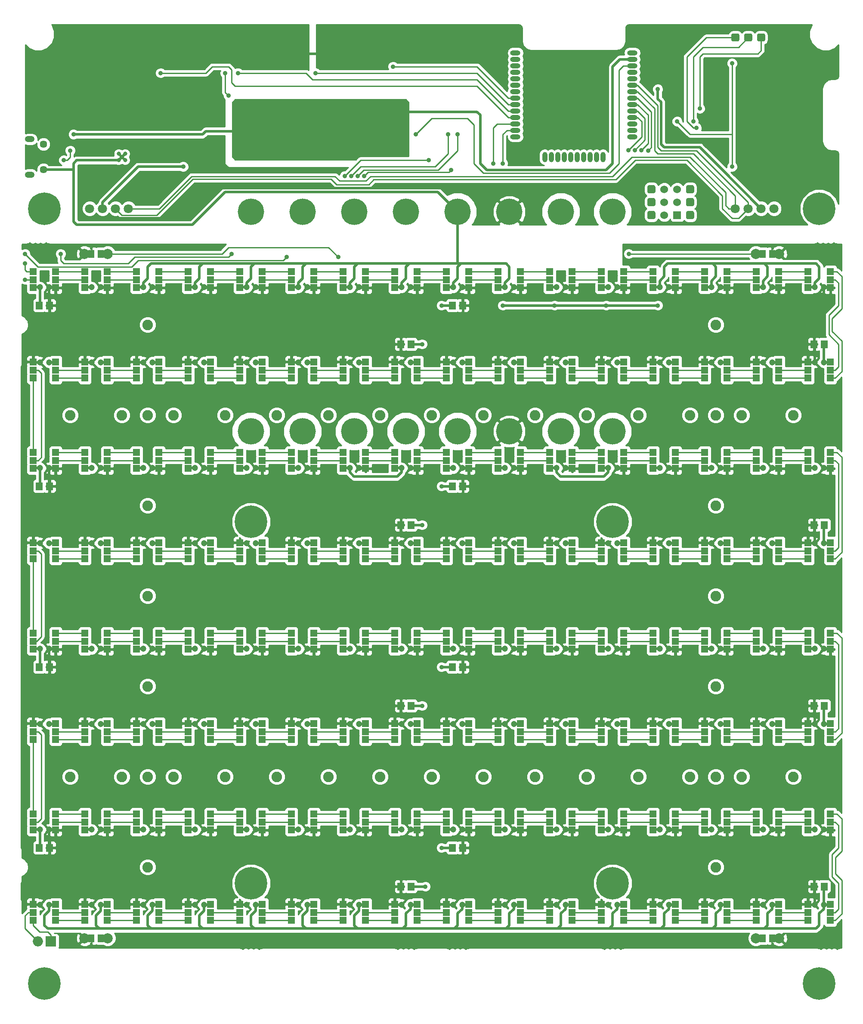
<source format=gtl>
G04 #@! TF.GenerationSoftware,KiCad,Pcbnew,no-vcs-found-bf44d39~61~ubuntu16.04.1*
G04 #@! TF.CreationDate,2018-01-11T15:52:36+05:30*
G04 #@! TF.ProjectId,KlokTHREEjr,4B6C6F6B54485245456A722E6B696361,rev 1*
G04 #@! TF.SameCoordinates,Original*
G04 #@! TF.FileFunction,Copper,L1,Top,Signal*
G04 #@! TF.FilePolarity,Positive*
%FSLAX46Y46*%
G04 Gerber Fmt 4.6, Leading zero omitted, Abs format (unit mm)*
G04 Created by KiCad (PCBNEW no-vcs-found-bf44d39~61~ubuntu16.04.1) date Thu Jan 11 15:52:36 2018*
%MOMM*%
%LPD*%
G01*
G04 APERTURE LIST*
%ADD10C,0.150000*%
%ADD11C,1.600000*%
%ADD12C,6.400000*%
%ADD13C,0.800000*%
%ADD14C,5.200000*%
%ADD15R,2.000000X2.000000*%
%ADD16O,2.000000X2.000000*%
%ADD17C,2.000000*%
%ADD18R,1.300480X1.498600*%
%ADD19C,1.200000*%
%ADD20R,1.400000X1.400000*%
%ADD21C,1.450000*%
%ADD22O,1.900000X1.200000*%
%ADD23C,2.082800*%
%ADD24R,1.350000X1.550000*%
%ADD25O,2.000000X1.000000*%
%ADD26O,1.000000X2.000000*%
%ADD27C,1.800000*%
%ADD28C,1.524000*%
%ADD29R,1.524000X1.524000*%
%ADD30C,0.900000*%
%ADD31C,0.508000*%
%ADD32C,0.254000*%
G04 APERTURE END LIST*
D10*
G36*
X191574207Y-53176926D02*
X191613036Y-53182686D01*
X191651114Y-53192224D01*
X191688073Y-53205448D01*
X191723559Y-53222231D01*
X191757228Y-53242412D01*
X191788757Y-53265796D01*
X191817843Y-53292157D01*
X191844204Y-53321243D01*
X191867588Y-53352772D01*
X191887769Y-53386441D01*
X191904552Y-53421927D01*
X191917776Y-53458886D01*
X191927314Y-53496964D01*
X191933074Y-53535793D01*
X191935000Y-53575000D01*
X191935000Y-54375000D01*
X191933074Y-54414207D01*
X191927314Y-54453036D01*
X191917776Y-54491114D01*
X191904552Y-54528073D01*
X191887769Y-54563559D01*
X191867588Y-54597228D01*
X191844204Y-54628757D01*
X191817843Y-54657843D01*
X191788757Y-54684204D01*
X191757228Y-54707588D01*
X191723559Y-54727769D01*
X191688073Y-54744552D01*
X191651114Y-54757776D01*
X191613036Y-54767314D01*
X191574207Y-54773074D01*
X191535000Y-54775000D01*
X190735000Y-54775000D01*
X190695793Y-54773074D01*
X190656964Y-54767314D01*
X190618886Y-54757776D01*
X190581927Y-54744552D01*
X190546441Y-54727769D01*
X190512772Y-54707588D01*
X190481243Y-54684204D01*
X190452157Y-54657843D01*
X190425796Y-54628757D01*
X190402412Y-54597228D01*
X190382231Y-54563559D01*
X190365448Y-54528073D01*
X190352224Y-54491114D01*
X190342686Y-54453036D01*
X190336926Y-54414207D01*
X190335000Y-54375000D01*
X190335000Y-53575000D01*
X190336926Y-53535793D01*
X190342686Y-53496964D01*
X190352224Y-53458886D01*
X190365448Y-53421927D01*
X190382231Y-53386441D01*
X190402412Y-53352772D01*
X190425796Y-53321243D01*
X190452157Y-53292157D01*
X190481243Y-53265796D01*
X190512772Y-53242412D01*
X190546441Y-53222231D01*
X190581927Y-53205448D01*
X190618886Y-53192224D01*
X190656964Y-53182686D01*
X190695793Y-53176926D01*
X190735000Y-53175000D01*
X191535000Y-53175000D01*
X191574207Y-53176926D01*
X191574207Y-53176926D01*
G37*
D11*
X191135000Y-53975000D03*
D12*
X55245000Y-87630000D03*
D13*
X57645000Y-87630000D03*
X56942056Y-89327056D03*
X55245000Y-90030000D03*
X53547944Y-89327056D03*
X52845000Y-87630000D03*
X53547944Y-85932944D03*
X55245000Y-85230000D03*
X56942056Y-85932944D03*
D12*
X55245000Y-240030000D03*
D13*
X57645000Y-240030000D03*
X56942056Y-241727056D03*
X55245000Y-242430000D03*
X53547944Y-241727056D03*
X52845000Y-240030000D03*
X53547944Y-238332944D03*
X55245000Y-237630000D03*
X56942056Y-238332944D03*
D12*
X207645000Y-240030000D03*
D13*
X210045000Y-240030000D03*
X209342056Y-241727056D03*
X207645000Y-242430000D03*
X205947944Y-241727056D03*
X205245000Y-240030000D03*
X205947944Y-238332944D03*
X207645000Y-237630000D03*
X209342056Y-238332944D03*
D12*
X95885000Y-149225000D03*
D13*
X98285000Y-149225000D03*
X97582056Y-150922056D03*
X95885000Y-151625000D03*
X94187944Y-150922056D03*
X93485000Y-149225000D03*
X94187944Y-147527944D03*
X95885000Y-146825000D03*
X97582056Y-147527944D03*
D12*
X167005000Y-149225000D03*
D13*
X169405000Y-149225000D03*
X168702056Y-150922056D03*
X167005000Y-151625000D03*
X165307944Y-150922056D03*
X164605000Y-149225000D03*
X165307944Y-147527944D03*
X167005000Y-146825000D03*
X168702056Y-147527944D03*
D12*
X167005000Y-220345000D03*
D13*
X169405000Y-220345000D03*
X168702056Y-222042056D03*
X167005000Y-222745000D03*
X165307944Y-222042056D03*
X164605000Y-220345000D03*
X165307944Y-218647944D03*
X167005000Y-217945000D03*
X168702056Y-218647944D03*
D12*
X95885000Y-220345000D03*
D13*
X98285000Y-220345000D03*
X97582056Y-222042056D03*
X95885000Y-222745000D03*
X94187944Y-222042056D03*
X93485000Y-220345000D03*
X94187944Y-218647944D03*
X95885000Y-217945000D03*
X97582056Y-218647944D03*
D12*
X207645000Y-87630000D03*
D13*
X210045000Y-87630000D03*
X209342056Y-89327056D03*
X207645000Y-90030000D03*
X205947944Y-89327056D03*
X205245000Y-87630000D03*
X205947944Y-85932944D03*
X207645000Y-85230000D03*
X209342056Y-85932944D03*
D14*
X95885000Y-88265000D03*
X106045000Y-88265000D03*
X116205000Y-88265000D03*
X167005000Y-88265000D03*
X156845000Y-88265000D03*
X126365000Y-88265000D03*
X146685000Y-88265000D03*
X136525000Y-88265000D03*
X95885000Y-131445000D03*
X106045000Y-131445000D03*
X116205000Y-131445000D03*
X167005000Y-131445000D03*
X156845000Y-131445000D03*
X126365000Y-131445000D03*
X146685000Y-131445000D03*
X136525000Y-131445000D03*
D15*
X56515000Y-231775000D03*
D16*
X53975000Y-231775000D03*
D13*
X69850000Y-78105000D03*
X71120000Y-78105000D03*
X71120000Y-76835000D03*
X69850000Y-76835000D03*
X70485000Y-77470000D03*
D17*
X63119000Y-96520000D03*
X67691000Y-96520000D03*
D18*
X66357500Y-96520000D03*
X64452500Y-96520000D03*
D19*
X64505000Y-224560000D03*
X66305000Y-224560000D03*
D20*
X63205000Y-227660000D03*
X67605000Y-227660000D03*
X67605000Y-226060000D03*
X63205000Y-226060000D03*
X63205000Y-224460000D03*
X67605000Y-224460000D03*
D21*
X55055000Y-79970000D03*
X55055000Y-74970000D03*
D22*
X52355000Y-80970000D03*
X52355000Y-73970000D03*
D19*
X196585000Y-117880000D03*
X198385000Y-117880000D03*
D20*
X195285000Y-120980000D03*
X199685000Y-120980000D03*
X199685000Y-119380000D03*
X195285000Y-119380000D03*
X195285000Y-117780000D03*
X199685000Y-117780000D03*
D19*
X56145000Y-103100000D03*
X54345000Y-103100000D03*
D20*
X57445000Y-100000000D03*
X53045000Y-100000000D03*
X53045000Y-101600000D03*
X57445000Y-101600000D03*
X57445000Y-103200000D03*
X53045000Y-103200000D03*
D19*
X76465000Y-103100000D03*
X74665000Y-103100000D03*
D20*
X77765000Y-100000000D03*
X73365000Y-100000000D03*
X73365000Y-101600000D03*
X77765000Y-101600000D03*
X77765000Y-103200000D03*
X73365000Y-103200000D03*
D19*
X86625000Y-103100000D03*
X84825000Y-103100000D03*
D20*
X87925000Y-100000000D03*
X83525000Y-100000000D03*
X83525000Y-101600000D03*
X87925000Y-101600000D03*
X87925000Y-103200000D03*
X83525000Y-103200000D03*
D19*
X96785000Y-103100000D03*
X94985000Y-103100000D03*
D20*
X98085000Y-100000000D03*
X93685000Y-100000000D03*
X93685000Y-101600000D03*
X98085000Y-101600000D03*
X98085000Y-103200000D03*
X93685000Y-103200000D03*
D19*
X106945000Y-103100000D03*
X105145000Y-103100000D03*
D20*
X108245000Y-100000000D03*
X103845000Y-100000000D03*
X103845000Y-101600000D03*
X108245000Y-101600000D03*
X108245000Y-103200000D03*
X103845000Y-103200000D03*
D19*
X117105000Y-103100000D03*
X115305000Y-103100000D03*
D20*
X118405000Y-100000000D03*
X114005000Y-100000000D03*
X114005000Y-101600000D03*
X118405000Y-101600000D03*
X118405000Y-103200000D03*
X114005000Y-103200000D03*
D19*
X127265000Y-103100000D03*
X125465000Y-103100000D03*
D20*
X128565000Y-100000000D03*
X124165000Y-100000000D03*
X124165000Y-101600000D03*
X128565000Y-101600000D03*
X128565000Y-103200000D03*
X124165000Y-103200000D03*
D19*
X137425000Y-103100000D03*
X135625000Y-103100000D03*
D20*
X138725000Y-100000000D03*
X134325000Y-100000000D03*
X134325000Y-101600000D03*
X138725000Y-101600000D03*
X138725000Y-103200000D03*
X134325000Y-103200000D03*
D19*
X147585000Y-103100000D03*
X145785000Y-103100000D03*
D20*
X148885000Y-100000000D03*
X144485000Y-100000000D03*
X144485000Y-101600000D03*
X148885000Y-101600000D03*
X148885000Y-103200000D03*
X144485000Y-103200000D03*
D19*
X157745000Y-103100000D03*
X155945000Y-103100000D03*
D20*
X159045000Y-100000000D03*
X154645000Y-100000000D03*
X154645000Y-101600000D03*
X159045000Y-101600000D03*
X159045000Y-103200000D03*
X154645000Y-103200000D03*
D19*
X167905000Y-103100000D03*
X166105000Y-103100000D03*
D20*
X169205000Y-100000000D03*
X164805000Y-100000000D03*
X164805000Y-101600000D03*
X169205000Y-101600000D03*
X169205000Y-103200000D03*
X164805000Y-103200000D03*
D19*
X178065000Y-103100000D03*
X176265000Y-103100000D03*
D20*
X179365000Y-100000000D03*
X174965000Y-100000000D03*
X174965000Y-101600000D03*
X179365000Y-101600000D03*
X179365000Y-103200000D03*
X174965000Y-103200000D03*
D19*
X188225000Y-103100000D03*
X186425000Y-103100000D03*
D20*
X189525000Y-100000000D03*
X185125000Y-100000000D03*
X185125000Y-101600000D03*
X189525000Y-101600000D03*
X189525000Y-103200000D03*
X185125000Y-103200000D03*
D19*
X198385000Y-103100000D03*
X196585000Y-103100000D03*
D20*
X199685000Y-100000000D03*
X195285000Y-100000000D03*
X195285000Y-101600000D03*
X199685000Y-101600000D03*
X199685000Y-103200000D03*
X195285000Y-103200000D03*
D19*
X208545000Y-103100000D03*
X206745000Y-103100000D03*
D20*
X209845000Y-100000000D03*
X205445000Y-100000000D03*
X205445000Y-101600000D03*
X209845000Y-101600000D03*
X209845000Y-103200000D03*
X205445000Y-103200000D03*
D19*
X206745000Y-117880000D03*
X208545000Y-117880000D03*
D20*
X205445000Y-120980000D03*
X209845000Y-120980000D03*
X209845000Y-119380000D03*
X205445000Y-119380000D03*
X205445000Y-117780000D03*
X209845000Y-117780000D03*
D19*
X186425000Y-117880000D03*
X188225000Y-117880000D03*
D20*
X185125000Y-120980000D03*
X189525000Y-120980000D03*
X189525000Y-119380000D03*
X185125000Y-119380000D03*
X185125000Y-117780000D03*
X189525000Y-117780000D03*
D19*
X176265000Y-117880000D03*
X178065000Y-117880000D03*
D20*
X174965000Y-120980000D03*
X179365000Y-120980000D03*
X179365000Y-119380000D03*
X174965000Y-119380000D03*
X174965000Y-117780000D03*
X179365000Y-117780000D03*
D19*
X166105000Y-117880000D03*
X167905000Y-117880000D03*
D20*
X164805000Y-120980000D03*
X169205000Y-120980000D03*
X169205000Y-119380000D03*
X164805000Y-119380000D03*
X164805000Y-117780000D03*
X169205000Y-117780000D03*
D19*
X155945000Y-117880000D03*
X157745000Y-117880000D03*
D20*
X154645000Y-120980000D03*
X159045000Y-120980000D03*
X159045000Y-119380000D03*
X154645000Y-119380000D03*
X154645000Y-117780000D03*
X159045000Y-117780000D03*
D19*
X145785000Y-117880000D03*
X147585000Y-117880000D03*
D20*
X144485000Y-120980000D03*
X148885000Y-120980000D03*
X148885000Y-119380000D03*
X144485000Y-119380000D03*
X144485000Y-117780000D03*
X148885000Y-117780000D03*
D19*
X135625000Y-117880000D03*
X137425000Y-117880000D03*
D20*
X134325000Y-120980000D03*
X138725000Y-120980000D03*
X138725000Y-119380000D03*
X134325000Y-119380000D03*
X134325000Y-117780000D03*
X138725000Y-117780000D03*
D19*
X125465000Y-117880000D03*
X127265000Y-117880000D03*
D20*
X124165000Y-120980000D03*
X128565000Y-120980000D03*
X128565000Y-119380000D03*
X124165000Y-119380000D03*
X124165000Y-117780000D03*
X128565000Y-117780000D03*
D19*
X115305000Y-117880000D03*
X117105000Y-117880000D03*
D20*
X114005000Y-120980000D03*
X118405000Y-120980000D03*
X118405000Y-119380000D03*
X114005000Y-119380000D03*
X114005000Y-117780000D03*
X118405000Y-117780000D03*
D19*
X105145000Y-117880000D03*
X106945000Y-117880000D03*
D20*
X103845000Y-120980000D03*
X108245000Y-120980000D03*
X108245000Y-119380000D03*
X103845000Y-119380000D03*
X103845000Y-117780000D03*
X108245000Y-117780000D03*
D19*
X94985000Y-117880000D03*
X96785000Y-117880000D03*
D20*
X93685000Y-120980000D03*
X98085000Y-120980000D03*
X98085000Y-119380000D03*
X93685000Y-119380000D03*
X93685000Y-117780000D03*
X98085000Y-117780000D03*
D19*
X84825000Y-117880000D03*
X86625000Y-117880000D03*
D20*
X83525000Y-120980000D03*
X87925000Y-120980000D03*
X87925000Y-119380000D03*
X83525000Y-119380000D03*
X83525000Y-117780000D03*
X87925000Y-117780000D03*
D19*
X74665000Y-117880000D03*
X76465000Y-117880000D03*
D20*
X73365000Y-120980000D03*
X77765000Y-120980000D03*
X77765000Y-119380000D03*
X73365000Y-119380000D03*
X73365000Y-117780000D03*
X77765000Y-117780000D03*
D19*
X64505000Y-117880000D03*
X66305000Y-117880000D03*
D20*
X63205000Y-120980000D03*
X67605000Y-120980000D03*
X67605000Y-119380000D03*
X63205000Y-119380000D03*
X63205000Y-117780000D03*
X67605000Y-117780000D03*
D19*
X54345000Y-117880000D03*
X56145000Y-117880000D03*
D20*
X53045000Y-120980000D03*
X57445000Y-120980000D03*
X57445000Y-119380000D03*
X53045000Y-119380000D03*
X53045000Y-117780000D03*
X57445000Y-117780000D03*
D19*
X56145000Y-138660000D03*
X54345000Y-138660000D03*
D20*
X57445000Y-135560000D03*
X53045000Y-135560000D03*
X53045000Y-137160000D03*
X57445000Y-137160000D03*
X57445000Y-138760000D03*
X53045000Y-138760000D03*
D19*
X66305000Y-138660000D03*
X64505000Y-138660000D03*
D20*
X67605000Y-135560000D03*
X63205000Y-135560000D03*
X63205000Y-137160000D03*
X67605000Y-137160000D03*
X67605000Y-138760000D03*
X63205000Y-138760000D03*
D19*
X76465000Y-138660000D03*
X74665000Y-138660000D03*
D20*
X77765000Y-135560000D03*
X73365000Y-135560000D03*
X73365000Y-137160000D03*
X77765000Y-137160000D03*
X77765000Y-138760000D03*
X73365000Y-138760000D03*
D19*
X86625000Y-138660000D03*
X84825000Y-138660000D03*
D20*
X87925000Y-135560000D03*
X83525000Y-135560000D03*
X83525000Y-137160000D03*
X87925000Y-137160000D03*
X87925000Y-138760000D03*
X83525000Y-138760000D03*
D19*
X96785000Y-138660000D03*
X94985000Y-138660000D03*
D20*
X98085000Y-135560000D03*
X93685000Y-135560000D03*
X93685000Y-137160000D03*
X98085000Y-137160000D03*
X98085000Y-138760000D03*
X93685000Y-138760000D03*
D19*
X106945000Y-138660000D03*
X105145000Y-138660000D03*
D20*
X108245000Y-135560000D03*
X103845000Y-135560000D03*
X103845000Y-137160000D03*
X108245000Y-137160000D03*
X108245000Y-138760000D03*
X103845000Y-138760000D03*
D19*
X117105000Y-138660000D03*
X115305000Y-138660000D03*
D20*
X118405000Y-135560000D03*
X114005000Y-135560000D03*
X114005000Y-137160000D03*
X118405000Y-137160000D03*
X118405000Y-138760000D03*
X114005000Y-138760000D03*
D19*
X127265000Y-138660000D03*
X125465000Y-138660000D03*
D20*
X128565000Y-135560000D03*
X124165000Y-135560000D03*
X124165000Y-137160000D03*
X128565000Y-137160000D03*
X128565000Y-138760000D03*
X124165000Y-138760000D03*
D19*
X137425000Y-138660000D03*
X135625000Y-138660000D03*
D20*
X138725000Y-135560000D03*
X134325000Y-135560000D03*
X134325000Y-137160000D03*
X138725000Y-137160000D03*
X138725000Y-138760000D03*
X134325000Y-138760000D03*
D19*
X147585000Y-138660000D03*
X145785000Y-138660000D03*
D20*
X148885000Y-135560000D03*
X144485000Y-135560000D03*
X144485000Y-137160000D03*
X148885000Y-137160000D03*
X148885000Y-138760000D03*
X144485000Y-138760000D03*
D19*
X157745000Y-138660000D03*
X155945000Y-138660000D03*
D20*
X159045000Y-135560000D03*
X154645000Y-135560000D03*
X154645000Y-137160000D03*
X159045000Y-137160000D03*
X159045000Y-138760000D03*
X154645000Y-138760000D03*
D19*
X167905000Y-138660000D03*
X166105000Y-138660000D03*
D20*
X169205000Y-135560000D03*
X164805000Y-135560000D03*
X164805000Y-137160000D03*
X169205000Y-137160000D03*
X169205000Y-138760000D03*
X164805000Y-138760000D03*
D19*
X178065000Y-138660000D03*
X176265000Y-138660000D03*
D20*
X179365000Y-135560000D03*
X174965000Y-135560000D03*
X174965000Y-137160000D03*
X179365000Y-137160000D03*
X179365000Y-138760000D03*
X174965000Y-138760000D03*
D19*
X188225000Y-138660000D03*
X186425000Y-138660000D03*
D20*
X189525000Y-135560000D03*
X185125000Y-135560000D03*
X185125000Y-137160000D03*
X189525000Y-137160000D03*
X189525000Y-138760000D03*
X185125000Y-138760000D03*
D19*
X198385000Y-138660000D03*
X196585000Y-138660000D03*
D20*
X199685000Y-135560000D03*
X195285000Y-135560000D03*
X195285000Y-137160000D03*
X199685000Y-137160000D03*
X199685000Y-138760000D03*
X195285000Y-138760000D03*
D19*
X208545000Y-138660000D03*
X206745000Y-138660000D03*
D20*
X209845000Y-135560000D03*
X205445000Y-135560000D03*
X205445000Y-137160000D03*
X209845000Y-137160000D03*
X209845000Y-138760000D03*
X205445000Y-138760000D03*
D19*
X206745000Y-153440000D03*
X208545000Y-153440000D03*
D20*
X205445000Y-156540000D03*
X209845000Y-156540000D03*
X209845000Y-154940000D03*
X205445000Y-154940000D03*
X205445000Y-153340000D03*
X209845000Y-153340000D03*
D19*
X196585000Y-153440000D03*
X198385000Y-153440000D03*
D20*
X195285000Y-156540000D03*
X199685000Y-156540000D03*
X199685000Y-154940000D03*
X195285000Y-154940000D03*
X195285000Y-153340000D03*
X199685000Y-153340000D03*
D19*
X186425000Y-153440000D03*
X188225000Y-153440000D03*
D20*
X185125000Y-156540000D03*
X189525000Y-156540000D03*
X189525000Y-154940000D03*
X185125000Y-154940000D03*
X185125000Y-153340000D03*
X189525000Y-153340000D03*
D19*
X176265000Y-153440000D03*
X178065000Y-153440000D03*
D20*
X174965000Y-156540000D03*
X179365000Y-156540000D03*
X179365000Y-154940000D03*
X174965000Y-154940000D03*
X174965000Y-153340000D03*
X179365000Y-153340000D03*
D19*
X166105000Y-153440000D03*
X167905000Y-153440000D03*
D20*
X164805000Y-156540000D03*
X169205000Y-156540000D03*
X169205000Y-154940000D03*
X164805000Y-154940000D03*
X164805000Y-153340000D03*
X169205000Y-153340000D03*
D19*
X155945000Y-153440000D03*
X157745000Y-153440000D03*
D20*
X154645000Y-156540000D03*
X159045000Y-156540000D03*
X159045000Y-154940000D03*
X154645000Y-154940000D03*
X154645000Y-153340000D03*
X159045000Y-153340000D03*
D19*
X145785000Y-153440000D03*
X147585000Y-153440000D03*
D20*
X144485000Y-156540000D03*
X148885000Y-156540000D03*
X148885000Y-154940000D03*
X144485000Y-154940000D03*
X144485000Y-153340000D03*
X148885000Y-153340000D03*
D19*
X135625000Y-153440000D03*
X137425000Y-153440000D03*
D20*
X134325000Y-156540000D03*
X138725000Y-156540000D03*
X138725000Y-154940000D03*
X134325000Y-154940000D03*
X134325000Y-153340000D03*
X138725000Y-153340000D03*
D19*
X125465000Y-153440000D03*
X127265000Y-153440000D03*
D20*
X124165000Y-156540000D03*
X128565000Y-156540000D03*
X128565000Y-154940000D03*
X124165000Y-154940000D03*
X124165000Y-153340000D03*
X128565000Y-153340000D03*
D19*
X115305000Y-153440000D03*
X117105000Y-153440000D03*
D20*
X114005000Y-156540000D03*
X118405000Y-156540000D03*
X118405000Y-154940000D03*
X114005000Y-154940000D03*
X114005000Y-153340000D03*
X118405000Y-153340000D03*
D19*
X105145000Y-153440000D03*
X106945000Y-153440000D03*
D20*
X103845000Y-156540000D03*
X108245000Y-156540000D03*
X108245000Y-154940000D03*
X103845000Y-154940000D03*
X103845000Y-153340000D03*
X108245000Y-153340000D03*
D19*
X94985000Y-153440000D03*
X96785000Y-153440000D03*
D20*
X93685000Y-156540000D03*
X98085000Y-156540000D03*
X98085000Y-154940000D03*
X93685000Y-154940000D03*
X93685000Y-153340000D03*
X98085000Y-153340000D03*
D19*
X84825000Y-153440000D03*
X86625000Y-153440000D03*
D20*
X83525000Y-156540000D03*
X87925000Y-156540000D03*
X87925000Y-154940000D03*
X83525000Y-154940000D03*
X83525000Y-153340000D03*
X87925000Y-153340000D03*
D19*
X74665000Y-153440000D03*
X76465000Y-153440000D03*
D20*
X73365000Y-156540000D03*
X77765000Y-156540000D03*
X77765000Y-154940000D03*
X73365000Y-154940000D03*
X73365000Y-153340000D03*
X77765000Y-153340000D03*
D19*
X64505000Y-153440000D03*
X66305000Y-153440000D03*
D20*
X63205000Y-156540000D03*
X67605000Y-156540000D03*
X67605000Y-154940000D03*
X63205000Y-154940000D03*
X63205000Y-153340000D03*
X67605000Y-153340000D03*
D19*
X54345000Y-153440000D03*
X56145000Y-153440000D03*
D20*
X53045000Y-156540000D03*
X57445000Y-156540000D03*
X57445000Y-154940000D03*
X53045000Y-154940000D03*
X53045000Y-153340000D03*
X57445000Y-153340000D03*
D19*
X56145000Y-174220000D03*
X54345000Y-174220000D03*
D20*
X57445000Y-171120000D03*
X53045000Y-171120000D03*
X53045000Y-172720000D03*
X57445000Y-172720000D03*
X57445000Y-174320000D03*
X53045000Y-174320000D03*
D19*
X66305000Y-174220000D03*
X64505000Y-174220000D03*
D20*
X67605000Y-171120000D03*
X63205000Y-171120000D03*
X63205000Y-172720000D03*
X67605000Y-172720000D03*
X67605000Y-174320000D03*
X63205000Y-174320000D03*
D19*
X76465000Y-174220000D03*
X74665000Y-174220000D03*
D20*
X77765000Y-171120000D03*
X73365000Y-171120000D03*
X73365000Y-172720000D03*
X77765000Y-172720000D03*
X77765000Y-174320000D03*
X73365000Y-174320000D03*
D19*
X86625000Y-174220000D03*
X84825000Y-174220000D03*
D20*
X87925000Y-171120000D03*
X83525000Y-171120000D03*
X83525000Y-172720000D03*
X87925000Y-172720000D03*
X87925000Y-174320000D03*
X83525000Y-174320000D03*
D19*
X96785000Y-174220000D03*
X94985000Y-174220000D03*
D20*
X98085000Y-171120000D03*
X93685000Y-171120000D03*
X93685000Y-172720000D03*
X98085000Y-172720000D03*
X98085000Y-174320000D03*
X93685000Y-174320000D03*
D19*
X106945000Y-174220000D03*
X105145000Y-174220000D03*
D20*
X108245000Y-171120000D03*
X103845000Y-171120000D03*
X103845000Y-172720000D03*
X108245000Y-172720000D03*
X108245000Y-174320000D03*
X103845000Y-174320000D03*
D19*
X117105000Y-174220000D03*
X115305000Y-174220000D03*
D20*
X118405000Y-171120000D03*
X114005000Y-171120000D03*
X114005000Y-172720000D03*
X118405000Y-172720000D03*
X118405000Y-174320000D03*
X114005000Y-174320000D03*
D19*
X127265000Y-174220000D03*
X125465000Y-174220000D03*
D20*
X128565000Y-171120000D03*
X124165000Y-171120000D03*
X124165000Y-172720000D03*
X128565000Y-172720000D03*
X128565000Y-174320000D03*
X124165000Y-174320000D03*
D19*
X137425000Y-174220000D03*
X135625000Y-174220000D03*
D20*
X138725000Y-171120000D03*
X134325000Y-171120000D03*
X134325000Y-172720000D03*
X138725000Y-172720000D03*
X138725000Y-174320000D03*
X134325000Y-174320000D03*
D19*
X147585000Y-174220000D03*
X145785000Y-174220000D03*
D20*
X148885000Y-171120000D03*
X144485000Y-171120000D03*
X144485000Y-172720000D03*
X148885000Y-172720000D03*
X148885000Y-174320000D03*
X144485000Y-174320000D03*
D19*
X157745000Y-174220000D03*
X155945000Y-174220000D03*
D20*
X159045000Y-171120000D03*
X154645000Y-171120000D03*
X154645000Y-172720000D03*
X159045000Y-172720000D03*
X159045000Y-174320000D03*
X154645000Y-174320000D03*
D19*
X167905000Y-174220000D03*
X166105000Y-174220000D03*
D20*
X169205000Y-171120000D03*
X164805000Y-171120000D03*
X164805000Y-172720000D03*
X169205000Y-172720000D03*
X169205000Y-174320000D03*
X164805000Y-174320000D03*
D19*
X178065000Y-174220000D03*
X176265000Y-174220000D03*
D20*
X179365000Y-171120000D03*
X174965000Y-171120000D03*
X174965000Y-172720000D03*
X179365000Y-172720000D03*
X179365000Y-174320000D03*
X174965000Y-174320000D03*
D19*
X188225000Y-174220000D03*
X186425000Y-174220000D03*
D20*
X189525000Y-171120000D03*
X185125000Y-171120000D03*
X185125000Y-172720000D03*
X189525000Y-172720000D03*
X189525000Y-174320000D03*
X185125000Y-174320000D03*
D19*
X198385000Y-174220000D03*
X196585000Y-174220000D03*
D20*
X199685000Y-171120000D03*
X195285000Y-171120000D03*
X195285000Y-172720000D03*
X199685000Y-172720000D03*
X199685000Y-174320000D03*
X195285000Y-174320000D03*
D19*
X208545000Y-174220000D03*
X206745000Y-174220000D03*
D20*
X209845000Y-171120000D03*
X205445000Y-171120000D03*
X205445000Y-172720000D03*
X209845000Y-172720000D03*
X209845000Y-174320000D03*
X205445000Y-174320000D03*
D19*
X206745000Y-189000000D03*
X208545000Y-189000000D03*
D20*
X205445000Y-192100000D03*
X209845000Y-192100000D03*
X209845000Y-190500000D03*
X205445000Y-190500000D03*
X205445000Y-188900000D03*
X209845000Y-188900000D03*
D19*
X196585000Y-189000000D03*
X198385000Y-189000000D03*
D20*
X195285000Y-192100000D03*
X199685000Y-192100000D03*
X199685000Y-190500000D03*
X195285000Y-190500000D03*
X195285000Y-188900000D03*
X199685000Y-188900000D03*
D19*
X186425000Y-189000000D03*
X188225000Y-189000000D03*
D20*
X185125000Y-192100000D03*
X189525000Y-192100000D03*
X189525000Y-190500000D03*
X185125000Y-190500000D03*
X185125000Y-188900000D03*
X189525000Y-188900000D03*
D19*
X176265000Y-189000000D03*
X178065000Y-189000000D03*
D20*
X174965000Y-192100000D03*
X179365000Y-192100000D03*
X179365000Y-190500000D03*
X174965000Y-190500000D03*
X174965000Y-188900000D03*
X179365000Y-188900000D03*
D19*
X166105000Y-189000000D03*
X167905000Y-189000000D03*
D20*
X164805000Y-192100000D03*
X169205000Y-192100000D03*
X169205000Y-190500000D03*
X164805000Y-190500000D03*
X164805000Y-188900000D03*
X169205000Y-188900000D03*
D19*
X155945000Y-189000000D03*
X157745000Y-189000000D03*
D20*
X154645000Y-192100000D03*
X159045000Y-192100000D03*
X159045000Y-190500000D03*
X154645000Y-190500000D03*
X154645000Y-188900000D03*
X159045000Y-188900000D03*
D19*
X145785000Y-189000000D03*
X147585000Y-189000000D03*
D20*
X144485000Y-192100000D03*
X148885000Y-192100000D03*
X148885000Y-190500000D03*
X144485000Y-190500000D03*
X144485000Y-188900000D03*
X148885000Y-188900000D03*
D19*
X135625000Y-189000000D03*
X137425000Y-189000000D03*
D20*
X134325000Y-192100000D03*
X138725000Y-192100000D03*
X138725000Y-190500000D03*
X134325000Y-190500000D03*
X134325000Y-188900000D03*
X138725000Y-188900000D03*
D19*
X125465000Y-189000000D03*
X127265000Y-189000000D03*
D20*
X124165000Y-192100000D03*
X128565000Y-192100000D03*
X128565000Y-190500000D03*
X124165000Y-190500000D03*
X124165000Y-188900000D03*
X128565000Y-188900000D03*
D19*
X115305000Y-189000000D03*
X117105000Y-189000000D03*
D20*
X114005000Y-192100000D03*
X118405000Y-192100000D03*
X118405000Y-190500000D03*
X114005000Y-190500000D03*
X114005000Y-188900000D03*
X118405000Y-188900000D03*
D19*
X105145000Y-189000000D03*
X106945000Y-189000000D03*
D20*
X103845000Y-192100000D03*
X108245000Y-192100000D03*
X108245000Y-190500000D03*
X103845000Y-190500000D03*
X103845000Y-188900000D03*
X108245000Y-188900000D03*
D19*
X94985000Y-189000000D03*
X96785000Y-189000000D03*
D20*
X93685000Y-192100000D03*
X98085000Y-192100000D03*
X98085000Y-190500000D03*
X93685000Y-190500000D03*
X93685000Y-188900000D03*
X98085000Y-188900000D03*
D19*
X84825000Y-189000000D03*
X86625000Y-189000000D03*
D20*
X83525000Y-192100000D03*
X87925000Y-192100000D03*
X87925000Y-190500000D03*
X83525000Y-190500000D03*
X83525000Y-188900000D03*
X87925000Y-188900000D03*
D19*
X74665000Y-189000000D03*
X76465000Y-189000000D03*
D20*
X73365000Y-192100000D03*
X77765000Y-192100000D03*
X77765000Y-190500000D03*
X73365000Y-190500000D03*
X73365000Y-188900000D03*
X77765000Y-188900000D03*
D19*
X64505000Y-189000000D03*
X66305000Y-189000000D03*
D20*
X63205000Y-192100000D03*
X67605000Y-192100000D03*
X67605000Y-190500000D03*
X63205000Y-190500000D03*
X63205000Y-188900000D03*
X67605000Y-188900000D03*
D19*
X54345000Y-189000000D03*
X56145000Y-189000000D03*
D20*
X53045000Y-192100000D03*
X57445000Y-192100000D03*
X57445000Y-190500000D03*
X53045000Y-190500000D03*
X53045000Y-188900000D03*
X57445000Y-188900000D03*
D19*
X56145000Y-209780000D03*
X54345000Y-209780000D03*
D20*
X57445000Y-206680000D03*
X53045000Y-206680000D03*
X53045000Y-208280000D03*
X57445000Y-208280000D03*
X57445000Y-209880000D03*
X53045000Y-209880000D03*
D19*
X66305000Y-209780000D03*
X64505000Y-209780000D03*
D20*
X67605000Y-206680000D03*
X63205000Y-206680000D03*
X63205000Y-208280000D03*
X67605000Y-208280000D03*
X67605000Y-209880000D03*
X63205000Y-209880000D03*
D19*
X76465000Y-209780000D03*
X74665000Y-209780000D03*
D20*
X77765000Y-206680000D03*
X73365000Y-206680000D03*
X73365000Y-208280000D03*
X77765000Y-208280000D03*
X77765000Y-209880000D03*
X73365000Y-209880000D03*
D19*
X86625000Y-209780000D03*
X84825000Y-209780000D03*
D20*
X87925000Y-206680000D03*
X83525000Y-206680000D03*
X83525000Y-208280000D03*
X87925000Y-208280000D03*
X87925000Y-209880000D03*
X83525000Y-209880000D03*
D19*
X96785000Y-209780000D03*
X94985000Y-209780000D03*
D20*
X98085000Y-206680000D03*
X93685000Y-206680000D03*
X93685000Y-208280000D03*
X98085000Y-208280000D03*
X98085000Y-209880000D03*
X93685000Y-209880000D03*
D19*
X106945000Y-209780000D03*
X105145000Y-209780000D03*
D20*
X108245000Y-206680000D03*
X103845000Y-206680000D03*
X103845000Y-208280000D03*
X108245000Y-208280000D03*
X108245000Y-209880000D03*
X103845000Y-209880000D03*
D19*
X117105000Y-209780000D03*
X115305000Y-209780000D03*
D20*
X118405000Y-206680000D03*
X114005000Y-206680000D03*
X114005000Y-208280000D03*
X118405000Y-208280000D03*
X118405000Y-209880000D03*
X114005000Y-209880000D03*
D19*
X127265000Y-209780000D03*
X125465000Y-209780000D03*
D20*
X128565000Y-206680000D03*
X124165000Y-206680000D03*
X124165000Y-208280000D03*
X128565000Y-208280000D03*
X128565000Y-209880000D03*
X124165000Y-209880000D03*
D19*
X137425000Y-209780000D03*
X135625000Y-209780000D03*
D20*
X138725000Y-206680000D03*
X134325000Y-206680000D03*
X134325000Y-208280000D03*
X138725000Y-208280000D03*
X138725000Y-209880000D03*
X134325000Y-209880000D03*
D19*
X147585000Y-209780000D03*
X145785000Y-209780000D03*
D20*
X148885000Y-206680000D03*
X144485000Y-206680000D03*
X144485000Y-208280000D03*
X148885000Y-208280000D03*
X148885000Y-209880000D03*
X144485000Y-209880000D03*
D19*
X157745000Y-209780000D03*
X155945000Y-209780000D03*
D20*
X159045000Y-206680000D03*
X154645000Y-206680000D03*
X154645000Y-208280000D03*
X159045000Y-208280000D03*
X159045000Y-209880000D03*
X154645000Y-209880000D03*
D19*
X167905000Y-209780000D03*
X166105000Y-209780000D03*
D20*
X169205000Y-206680000D03*
X164805000Y-206680000D03*
X164805000Y-208280000D03*
X169205000Y-208280000D03*
X169205000Y-209880000D03*
X164805000Y-209880000D03*
D19*
X178065000Y-209780000D03*
X176265000Y-209780000D03*
D20*
X179365000Y-206680000D03*
X174965000Y-206680000D03*
X174965000Y-208280000D03*
X179365000Y-208280000D03*
X179365000Y-209880000D03*
X174965000Y-209880000D03*
D19*
X188225000Y-209780000D03*
X186425000Y-209780000D03*
D20*
X189525000Y-206680000D03*
X185125000Y-206680000D03*
X185125000Y-208280000D03*
X189525000Y-208280000D03*
X189525000Y-209880000D03*
X185125000Y-209880000D03*
D19*
X198385000Y-209780000D03*
X196585000Y-209780000D03*
D20*
X199685000Y-206680000D03*
X195285000Y-206680000D03*
X195285000Y-208280000D03*
X199685000Y-208280000D03*
X199685000Y-209880000D03*
X195285000Y-209880000D03*
D19*
X208545000Y-209780000D03*
X206745000Y-209780000D03*
D20*
X209845000Y-206680000D03*
X205445000Y-206680000D03*
X205445000Y-208280000D03*
X209845000Y-208280000D03*
X209845000Y-209880000D03*
X205445000Y-209880000D03*
D19*
X206745000Y-224560000D03*
X208545000Y-224560000D03*
D20*
X205445000Y-227660000D03*
X209845000Y-227660000D03*
X209845000Y-226060000D03*
X205445000Y-226060000D03*
X205445000Y-224460000D03*
X209845000Y-224460000D03*
D19*
X196585000Y-224560000D03*
X198385000Y-224560000D03*
D20*
X195285000Y-227660000D03*
X199685000Y-227660000D03*
X199685000Y-226060000D03*
X195285000Y-226060000D03*
X195285000Y-224460000D03*
X199685000Y-224460000D03*
D19*
X186425000Y-224560000D03*
X188225000Y-224560000D03*
D20*
X185125000Y-227660000D03*
X189525000Y-227660000D03*
X189525000Y-226060000D03*
X185125000Y-226060000D03*
X185125000Y-224460000D03*
X189525000Y-224460000D03*
D19*
X176265000Y-224560000D03*
X178065000Y-224560000D03*
D20*
X174965000Y-227660000D03*
X179365000Y-227660000D03*
X179365000Y-226060000D03*
X174965000Y-226060000D03*
X174965000Y-224460000D03*
X179365000Y-224460000D03*
D19*
X166105000Y-224560000D03*
X167905000Y-224560000D03*
D20*
X164805000Y-227660000D03*
X169205000Y-227660000D03*
X169205000Y-226060000D03*
X164805000Y-226060000D03*
X164805000Y-224460000D03*
X169205000Y-224460000D03*
D19*
X155945000Y-224560000D03*
X157745000Y-224560000D03*
D20*
X154645000Y-227660000D03*
X159045000Y-227660000D03*
X159045000Y-226060000D03*
X154645000Y-226060000D03*
X154645000Y-224460000D03*
X159045000Y-224460000D03*
D19*
X145785000Y-224560000D03*
X147585000Y-224560000D03*
D20*
X144485000Y-227660000D03*
X148885000Y-227660000D03*
X148885000Y-226060000D03*
X144485000Y-226060000D03*
X144485000Y-224460000D03*
X148885000Y-224460000D03*
D19*
X135625000Y-224560000D03*
X137425000Y-224560000D03*
D20*
X134325000Y-227660000D03*
X138725000Y-227660000D03*
X138725000Y-226060000D03*
X134325000Y-226060000D03*
X134325000Y-224460000D03*
X138725000Y-224460000D03*
D19*
X125465000Y-224560000D03*
X127265000Y-224560000D03*
D20*
X124165000Y-227660000D03*
X128565000Y-227660000D03*
X128565000Y-226060000D03*
X124165000Y-226060000D03*
X124165000Y-224460000D03*
X128565000Y-224460000D03*
D19*
X115305000Y-224560000D03*
X117105000Y-224560000D03*
D20*
X114005000Y-227660000D03*
X118405000Y-227660000D03*
X118405000Y-226060000D03*
X114005000Y-226060000D03*
X114005000Y-224460000D03*
X118405000Y-224460000D03*
D19*
X105145000Y-224560000D03*
X106945000Y-224560000D03*
D20*
X103845000Y-227660000D03*
X108245000Y-227660000D03*
X108245000Y-226060000D03*
X103845000Y-226060000D03*
X103845000Y-224460000D03*
X108245000Y-224460000D03*
D19*
X94985000Y-224560000D03*
X96785000Y-224560000D03*
D20*
X93685000Y-227660000D03*
X98085000Y-227660000D03*
X98085000Y-226060000D03*
X93685000Y-226060000D03*
X93685000Y-224460000D03*
X98085000Y-224460000D03*
D19*
X84825000Y-224560000D03*
X86625000Y-224560000D03*
D20*
X83525000Y-227660000D03*
X87925000Y-227660000D03*
X87925000Y-226060000D03*
X83525000Y-226060000D03*
X83525000Y-224460000D03*
X87925000Y-224460000D03*
D19*
X74665000Y-224560000D03*
X76465000Y-224560000D03*
D20*
X73365000Y-227660000D03*
X77765000Y-227660000D03*
X77765000Y-226060000D03*
X73365000Y-226060000D03*
X73365000Y-224460000D03*
X77765000Y-224460000D03*
D19*
X54345000Y-224560000D03*
X56145000Y-224560000D03*
D20*
X53045000Y-227660000D03*
X57445000Y-227660000D03*
X57445000Y-226060000D03*
X53045000Y-226060000D03*
X53045000Y-224460000D03*
X57445000Y-224460000D03*
D19*
X66305000Y-103100000D03*
X64505000Y-103100000D03*
D20*
X67605000Y-100000000D03*
X63205000Y-100000000D03*
X63205000Y-101600000D03*
X67605000Y-101600000D03*
X67605000Y-103200000D03*
X63205000Y-103200000D03*
D17*
X63119000Y-231140000D03*
X67691000Y-231140000D03*
D18*
X66357500Y-231140000D03*
X64452500Y-231140000D03*
D17*
X199771000Y-231140000D03*
X195199000Y-231140000D03*
D18*
X196532500Y-231140000D03*
X198437500Y-231140000D03*
D17*
X199771000Y-96520000D03*
X195199000Y-96520000D03*
D18*
X196532500Y-96520000D03*
X198437500Y-96520000D03*
D23*
X187325000Y-217170000D03*
X187325000Y-199390000D03*
X187325000Y-181610000D03*
X187325000Y-163830000D03*
X187325000Y-146050000D03*
X187325000Y-128270000D03*
X187325000Y-110490000D03*
X75565000Y-217170000D03*
X75565000Y-199390000D03*
X75565000Y-181610000D03*
X75565000Y-163830000D03*
X75565000Y-146050000D03*
X75565000Y-128270000D03*
X75565000Y-110490000D03*
X202565000Y-199390000D03*
X192405000Y-199390000D03*
X182245000Y-199390000D03*
X172085000Y-199390000D03*
X161925000Y-199390000D03*
X151765000Y-199390000D03*
X141605000Y-199390000D03*
X131445000Y-199390000D03*
X121285000Y-199390000D03*
X111125000Y-199390000D03*
X100965000Y-199390000D03*
X90805000Y-199390000D03*
X80645000Y-199390000D03*
X70485000Y-199390000D03*
X60325000Y-199390000D03*
X202565000Y-128270000D03*
X192405000Y-128270000D03*
X182245000Y-128270000D03*
X172085000Y-128270000D03*
X161925000Y-128270000D03*
X151765000Y-128270000D03*
X141605000Y-128270000D03*
X131445000Y-128270000D03*
X121285000Y-128270000D03*
X111125000Y-128270000D03*
X100965000Y-128270000D03*
X90805000Y-128270000D03*
X80645000Y-128270000D03*
X70485000Y-128270000D03*
X60325000Y-128270000D03*
D24*
X56245000Y-106680000D03*
X54245000Y-106680000D03*
X137525000Y-106680000D03*
X135525000Y-106680000D03*
X206645000Y-114300000D03*
X208645000Y-114300000D03*
X125365000Y-114300000D03*
X127365000Y-114300000D03*
X56245000Y-142240000D03*
X54245000Y-142240000D03*
X137525000Y-142240000D03*
X135525000Y-142240000D03*
X206645000Y-149860000D03*
X208645000Y-149860000D03*
X125365000Y-149860000D03*
X127365000Y-149860000D03*
X56245000Y-177800000D03*
X54245000Y-177800000D03*
X137525000Y-177800000D03*
X135525000Y-177800000D03*
X206645000Y-185420000D03*
X208645000Y-185420000D03*
X125365000Y-185420000D03*
X127365000Y-185420000D03*
X56245000Y-213360000D03*
X54245000Y-213360000D03*
X137525000Y-213360000D03*
X135525000Y-213360000D03*
X206645000Y-220980000D03*
X208645000Y-220980000D03*
X125365000Y-220980000D03*
X127365000Y-220980000D03*
D25*
X170885000Y-56980000D03*
X170885000Y-58250000D03*
X170885000Y-59520000D03*
X170885000Y-60790000D03*
X170885000Y-62060000D03*
X170885000Y-63330000D03*
X170885000Y-64600000D03*
X170885000Y-65870000D03*
X170885000Y-67140000D03*
X170885000Y-68410000D03*
X170885000Y-69680000D03*
X170885000Y-70950000D03*
X170885000Y-72220000D03*
X170885000Y-73490000D03*
X147885000Y-58250000D03*
X147885000Y-67140000D03*
X147885000Y-68410000D03*
X147885000Y-60790000D03*
X147885000Y-56980000D03*
X147885000Y-69680000D03*
X147885000Y-63330000D03*
X147885000Y-73490000D03*
X147885000Y-72220000D03*
X147885000Y-65870000D03*
X147885000Y-64600000D03*
X147885000Y-62060000D03*
X147885000Y-70950000D03*
X147885000Y-59520000D03*
D26*
X165100000Y-77480000D03*
X163830000Y-77480000D03*
X162560000Y-77480000D03*
X161290000Y-77480000D03*
X160020000Y-77480000D03*
X157480000Y-77480000D03*
X156210000Y-77480000D03*
X154940000Y-77480000D03*
X153670000Y-77480000D03*
X158750000Y-77480000D03*
D27*
X198755000Y-87630000D03*
X196215000Y-87630000D03*
X193675000Y-87630000D03*
X191135000Y-87630000D03*
X71755000Y-87630000D03*
X69215000Y-87630000D03*
X66675000Y-87630000D03*
X64135000Y-87630000D03*
D10*
G36*
X194114207Y-53176926D02*
X194153036Y-53182686D01*
X194191114Y-53192224D01*
X194228073Y-53205448D01*
X194263559Y-53222231D01*
X194297228Y-53242412D01*
X194328757Y-53265796D01*
X194357843Y-53292157D01*
X194384204Y-53321243D01*
X194407588Y-53352772D01*
X194427769Y-53386441D01*
X194444552Y-53421927D01*
X194457776Y-53458886D01*
X194467314Y-53496964D01*
X194473074Y-53535793D01*
X194475000Y-53575000D01*
X194475000Y-54375000D01*
X194473074Y-54414207D01*
X194467314Y-54453036D01*
X194457776Y-54491114D01*
X194444552Y-54528073D01*
X194427769Y-54563559D01*
X194407588Y-54597228D01*
X194384204Y-54628757D01*
X194357843Y-54657843D01*
X194328757Y-54684204D01*
X194297228Y-54707588D01*
X194263559Y-54727769D01*
X194228073Y-54744552D01*
X194191114Y-54757776D01*
X194153036Y-54767314D01*
X194114207Y-54773074D01*
X194075000Y-54775000D01*
X193275000Y-54775000D01*
X193235793Y-54773074D01*
X193196964Y-54767314D01*
X193158886Y-54757776D01*
X193121927Y-54744552D01*
X193086441Y-54727769D01*
X193052772Y-54707588D01*
X193021243Y-54684204D01*
X192992157Y-54657843D01*
X192965796Y-54628757D01*
X192942412Y-54597228D01*
X192922231Y-54563559D01*
X192905448Y-54528073D01*
X192892224Y-54491114D01*
X192882686Y-54453036D01*
X192876926Y-54414207D01*
X192875000Y-54375000D01*
X192875000Y-53575000D01*
X192876926Y-53535793D01*
X192882686Y-53496964D01*
X192892224Y-53458886D01*
X192905448Y-53421927D01*
X192922231Y-53386441D01*
X192942412Y-53352772D01*
X192965796Y-53321243D01*
X192992157Y-53292157D01*
X193021243Y-53265796D01*
X193052772Y-53242412D01*
X193086441Y-53222231D01*
X193121927Y-53205448D01*
X193158886Y-53192224D01*
X193196964Y-53182686D01*
X193235793Y-53176926D01*
X193275000Y-53175000D01*
X194075000Y-53175000D01*
X194114207Y-53176926D01*
X194114207Y-53176926D01*
G37*
D11*
X193675000Y-53975000D03*
D10*
G36*
X196654207Y-53176926D02*
X196693036Y-53182686D01*
X196731114Y-53192224D01*
X196768073Y-53205448D01*
X196803559Y-53222231D01*
X196837228Y-53242412D01*
X196868757Y-53265796D01*
X196897843Y-53292157D01*
X196924204Y-53321243D01*
X196947588Y-53352772D01*
X196967769Y-53386441D01*
X196984552Y-53421927D01*
X196997776Y-53458886D01*
X197007314Y-53496964D01*
X197013074Y-53535793D01*
X197015000Y-53575000D01*
X197015000Y-54375000D01*
X197013074Y-54414207D01*
X197007314Y-54453036D01*
X196997776Y-54491114D01*
X196984552Y-54528073D01*
X196967769Y-54563559D01*
X196947588Y-54597228D01*
X196924204Y-54628757D01*
X196897843Y-54657843D01*
X196868757Y-54684204D01*
X196837228Y-54707588D01*
X196803559Y-54727769D01*
X196768073Y-54744552D01*
X196731114Y-54757776D01*
X196693036Y-54767314D01*
X196654207Y-54773074D01*
X196615000Y-54775000D01*
X195815000Y-54775000D01*
X195775793Y-54773074D01*
X195736964Y-54767314D01*
X195698886Y-54757776D01*
X195661927Y-54744552D01*
X195626441Y-54727769D01*
X195592772Y-54707588D01*
X195561243Y-54684204D01*
X195532157Y-54657843D01*
X195505796Y-54628757D01*
X195482412Y-54597228D01*
X195462231Y-54563559D01*
X195445448Y-54528073D01*
X195432224Y-54491114D01*
X195422686Y-54453036D01*
X195416926Y-54414207D01*
X195415000Y-54375000D01*
X195415000Y-53575000D01*
X195416926Y-53535793D01*
X195422686Y-53496964D01*
X195432224Y-53458886D01*
X195445448Y-53421927D01*
X195462231Y-53386441D01*
X195482412Y-53352772D01*
X195505796Y-53321243D01*
X195532157Y-53292157D01*
X195561243Y-53265796D01*
X195592772Y-53242412D01*
X195626441Y-53222231D01*
X195661927Y-53205448D01*
X195698886Y-53192224D01*
X195736964Y-53182686D01*
X195775793Y-53176926D01*
X195815000Y-53175000D01*
X196615000Y-53175000D01*
X196654207Y-53176926D01*
X196654207Y-53176926D01*
G37*
D11*
X196215000Y-53975000D03*
D10*
G36*
X175064207Y-83021926D02*
X175103036Y-83027686D01*
X175141114Y-83037224D01*
X175178073Y-83050448D01*
X175213559Y-83067231D01*
X175247228Y-83087412D01*
X175278757Y-83110796D01*
X175307843Y-83137157D01*
X175334204Y-83166243D01*
X175357588Y-83197772D01*
X175377769Y-83231441D01*
X175394552Y-83266927D01*
X175407776Y-83303886D01*
X175417314Y-83341964D01*
X175423074Y-83380793D01*
X175425000Y-83420000D01*
X175425000Y-84220000D01*
X175423074Y-84259207D01*
X175417314Y-84298036D01*
X175407776Y-84336114D01*
X175394552Y-84373073D01*
X175377769Y-84408559D01*
X175357588Y-84442228D01*
X175334204Y-84473757D01*
X175307843Y-84502843D01*
X175278757Y-84529204D01*
X175247228Y-84552588D01*
X175213559Y-84572769D01*
X175178073Y-84589552D01*
X175141114Y-84602776D01*
X175103036Y-84612314D01*
X175064207Y-84618074D01*
X175025000Y-84620000D01*
X174225000Y-84620000D01*
X174185793Y-84618074D01*
X174146964Y-84612314D01*
X174108886Y-84602776D01*
X174071927Y-84589552D01*
X174036441Y-84572769D01*
X174002772Y-84552588D01*
X173971243Y-84529204D01*
X173942157Y-84502843D01*
X173915796Y-84473757D01*
X173892412Y-84442228D01*
X173872231Y-84408559D01*
X173855448Y-84373073D01*
X173842224Y-84336114D01*
X173832686Y-84298036D01*
X173826926Y-84259207D01*
X173825000Y-84220000D01*
X173825000Y-83420000D01*
X173826926Y-83380793D01*
X173832686Y-83341964D01*
X173842224Y-83303886D01*
X173855448Y-83266927D01*
X173872231Y-83231441D01*
X173892412Y-83197772D01*
X173915796Y-83166243D01*
X173942157Y-83137157D01*
X173971243Y-83110796D01*
X174002772Y-83087412D01*
X174036441Y-83067231D01*
X174071927Y-83050448D01*
X174108886Y-83037224D01*
X174146964Y-83027686D01*
X174185793Y-83021926D01*
X174225000Y-83020000D01*
X175025000Y-83020000D01*
X175064207Y-83021926D01*
X175064207Y-83021926D01*
G37*
D11*
X174625000Y-83820000D03*
D10*
G36*
X182684207Y-83021926D02*
X182723036Y-83027686D01*
X182761114Y-83037224D01*
X182798073Y-83050448D01*
X182833559Y-83067231D01*
X182867228Y-83087412D01*
X182898757Y-83110796D01*
X182927843Y-83137157D01*
X182954204Y-83166243D01*
X182977588Y-83197772D01*
X182997769Y-83231441D01*
X183014552Y-83266927D01*
X183027776Y-83303886D01*
X183037314Y-83341964D01*
X183043074Y-83380793D01*
X183045000Y-83420000D01*
X183045000Y-84220000D01*
X183043074Y-84259207D01*
X183037314Y-84298036D01*
X183027776Y-84336114D01*
X183014552Y-84373073D01*
X182997769Y-84408559D01*
X182977588Y-84442228D01*
X182954204Y-84473757D01*
X182927843Y-84502843D01*
X182898757Y-84529204D01*
X182867228Y-84552588D01*
X182833559Y-84572769D01*
X182798073Y-84589552D01*
X182761114Y-84602776D01*
X182723036Y-84612314D01*
X182684207Y-84618074D01*
X182645000Y-84620000D01*
X181845000Y-84620000D01*
X181805793Y-84618074D01*
X181766964Y-84612314D01*
X181728886Y-84602776D01*
X181691927Y-84589552D01*
X181656441Y-84572769D01*
X181622772Y-84552588D01*
X181591243Y-84529204D01*
X181562157Y-84502843D01*
X181535796Y-84473757D01*
X181512412Y-84442228D01*
X181492231Y-84408559D01*
X181475448Y-84373073D01*
X181462224Y-84336114D01*
X181452686Y-84298036D01*
X181446926Y-84259207D01*
X181445000Y-84220000D01*
X181445000Y-83420000D01*
X181446926Y-83380793D01*
X181452686Y-83341964D01*
X181462224Y-83303886D01*
X181475448Y-83266927D01*
X181492231Y-83231441D01*
X181512412Y-83197772D01*
X181535796Y-83166243D01*
X181562157Y-83137157D01*
X181591243Y-83110796D01*
X181622772Y-83087412D01*
X181656441Y-83067231D01*
X181691927Y-83050448D01*
X181728886Y-83037224D01*
X181766964Y-83027686D01*
X181805793Y-83021926D01*
X181845000Y-83020000D01*
X182645000Y-83020000D01*
X182684207Y-83021926D01*
X182684207Y-83021926D01*
G37*
D11*
X182245000Y-83820000D03*
D10*
G36*
X175064207Y-85561926D02*
X175103036Y-85567686D01*
X175141114Y-85577224D01*
X175178073Y-85590448D01*
X175213559Y-85607231D01*
X175247228Y-85627412D01*
X175278757Y-85650796D01*
X175307843Y-85677157D01*
X175334204Y-85706243D01*
X175357588Y-85737772D01*
X175377769Y-85771441D01*
X175394552Y-85806927D01*
X175407776Y-85843886D01*
X175417314Y-85881964D01*
X175423074Y-85920793D01*
X175425000Y-85960000D01*
X175425000Y-86760000D01*
X175423074Y-86799207D01*
X175417314Y-86838036D01*
X175407776Y-86876114D01*
X175394552Y-86913073D01*
X175377769Y-86948559D01*
X175357588Y-86982228D01*
X175334204Y-87013757D01*
X175307843Y-87042843D01*
X175278757Y-87069204D01*
X175247228Y-87092588D01*
X175213559Y-87112769D01*
X175178073Y-87129552D01*
X175141114Y-87142776D01*
X175103036Y-87152314D01*
X175064207Y-87158074D01*
X175025000Y-87160000D01*
X174225000Y-87160000D01*
X174185793Y-87158074D01*
X174146964Y-87152314D01*
X174108886Y-87142776D01*
X174071927Y-87129552D01*
X174036441Y-87112769D01*
X174002772Y-87092588D01*
X173971243Y-87069204D01*
X173942157Y-87042843D01*
X173915796Y-87013757D01*
X173892412Y-86982228D01*
X173872231Y-86948559D01*
X173855448Y-86913073D01*
X173842224Y-86876114D01*
X173832686Y-86838036D01*
X173826926Y-86799207D01*
X173825000Y-86760000D01*
X173825000Y-85960000D01*
X173826926Y-85920793D01*
X173832686Y-85881964D01*
X173842224Y-85843886D01*
X173855448Y-85806927D01*
X173872231Y-85771441D01*
X173892412Y-85737772D01*
X173915796Y-85706243D01*
X173942157Y-85677157D01*
X173971243Y-85650796D01*
X174002772Y-85627412D01*
X174036441Y-85607231D01*
X174071927Y-85590448D01*
X174108886Y-85577224D01*
X174146964Y-85567686D01*
X174185793Y-85561926D01*
X174225000Y-85560000D01*
X175025000Y-85560000D01*
X175064207Y-85561926D01*
X175064207Y-85561926D01*
G37*
D11*
X174625000Y-86360000D03*
D28*
X177165000Y-88900000D03*
D29*
X179705000Y-88900000D03*
D28*
X177165000Y-86360000D03*
X179705000Y-86360000D03*
X177165000Y-83820000D03*
X179705000Y-83820000D03*
D10*
G36*
X182684207Y-85561926D02*
X182723036Y-85567686D01*
X182761114Y-85577224D01*
X182798073Y-85590448D01*
X182833559Y-85607231D01*
X182867228Y-85627412D01*
X182898757Y-85650796D01*
X182927843Y-85677157D01*
X182954204Y-85706243D01*
X182977588Y-85737772D01*
X182997769Y-85771441D01*
X183014552Y-85806927D01*
X183027776Y-85843886D01*
X183037314Y-85881964D01*
X183043074Y-85920793D01*
X183045000Y-85960000D01*
X183045000Y-86760000D01*
X183043074Y-86799207D01*
X183037314Y-86838036D01*
X183027776Y-86876114D01*
X183014552Y-86913073D01*
X182997769Y-86948559D01*
X182977588Y-86982228D01*
X182954204Y-87013757D01*
X182927843Y-87042843D01*
X182898757Y-87069204D01*
X182867228Y-87092588D01*
X182833559Y-87112769D01*
X182798073Y-87129552D01*
X182761114Y-87142776D01*
X182723036Y-87152314D01*
X182684207Y-87158074D01*
X182645000Y-87160000D01*
X181845000Y-87160000D01*
X181805793Y-87158074D01*
X181766964Y-87152314D01*
X181728886Y-87142776D01*
X181691927Y-87129552D01*
X181656441Y-87112769D01*
X181622772Y-87092588D01*
X181591243Y-87069204D01*
X181562157Y-87042843D01*
X181535796Y-87013757D01*
X181512412Y-86982228D01*
X181492231Y-86948559D01*
X181475448Y-86913073D01*
X181462224Y-86876114D01*
X181452686Y-86838036D01*
X181446926Y-86799207D01*
X181445000Y-86760000D01*
X181445000Y-85960000D01*
X181446926Y-85920793D01*
X181452686Y-85881964D01*
X181462224Y-85843886D01*
X181475448Y-85806927D01*
X181492231Y-85771441D01*
X181512412Y-85737772D01*
X181535796Y-85706243D01*
X181562157Y-85677157D01*
X181591243Y-85650796D01*
X181622772Y-85627412D01*
X181656441Y-85607231D01*
X181691927Y-85590448D01*
X181728886Y-85577224D01*
X181766964Y-85567686D01*
X181805793Y-85561926D01*
X181845000Y-85560000D01*
X182645000Y-85560000D01*
X182684207Y-85561926D01*
X182684207Y-85561926D01*
G37*
D11*
X182245000Y-86360000D03*
D10*
G36*
X175064207Y-88101926D02*
X175103036Y-88107686D01*
X175141114Y-88117224D01*
X175178073Y-88130448D01*
X175213559Y-88147231D01*
X175247228Y-88167412D01*
X175278757Y-88190796D01*
X175307843Y-88217157D01*
X175334204Y-88246243D01*
X175357588Y-88277772D01*
X175377769Y-88311441D01*
X175394552Y-88346927D01*
X175407776Y-88383886D01*
X175417314Y-88421964D01*
X175423074Y-88460793D01*
X175425000Y-88500000D01*
X175425000Y-89300000D01*
X175423074Y-89339207D01*
X175417314Y-89378036D01*
X175407776Y-89416114D01*
X175394552Y-89453073D01*
X175377769Y-89488559D01*
X175357588Y-89522228D01*
X175334204Y-89553757D01*
X175307843Y-89582843D01*
X175278757Y-89609204D01*
X175247228Y-89632588D01*
X175213559Y-89652769D01*
X175178073Y-89669552D01*
X175141114Y-89682776D01*
X175103036Y-89692314D01*
X175064207Y-89698074D01*
X175025000Y-89700000D01*
X174225000Y-89700000D01*
X174185793Y-89698074D01*
X174146964Y-89692314D01*
X174108886Y-89682776D01*
X174071927Y-89669552D01*
X174036441Y-89652769D01*
X174002772Y-89632588D01*
X173971243Y-89609204D01*
X173942157Y-89582843D01*
X173915796Y-89553757D01*
X173892412Y-89522228D01*
X173872231Y-89488559D01*
X173855448Y-89453073D01*
X173842224Y-89416114D01*
X173832686Y-89378036D01*
X173826926Y-89339207D01*
X173825000Y-89300000D01*
X173825000Y-88500000D01*
X173826926Y-88460793D01*
X173832686Y-88421964D01*
X173842224Y-88383886D01*
X173855448Y-88346927D01*
X173872231Y-88311441D01*
X173892412Y-88277772D01*
X173915796Y-88246243D01*
X173942157Y-88217157D01*
X173971243Y-88190796D01*
X174002772Y-88167412D01*
X174036441Y-88147231D01*
X174071927Y-88130448D01*
X174108886Y-88117224D01*
X174146964Y-88107686D01*
X174185793Y-88101926D01*
X174225000Y-88100000D01*
X175025000Y-88100000D01*
X175064207Y-88101926D01*
X175064207Y-88101926D01*
G37*
D11*
X174625000Y-88900000D03*
D10*
G36*
X182684207Y-88101926D02*
X182723036Y-88107686D01*
X182761114Y-88117224D01*
X182798073Y-88130448D01*
X182833559Y-88147231D01*
X182867228Y-88167412D01*
X182898757Y-88190796D01*
X182927843Y-88217157D01*
X182954204Y-88246243D01*
X182977588Y-88277772D01*
X182997769Y-88311441D01*
X183014552Y-88346927D01*
X183027776Y-88383886D01*
X183037314Y-88421964D01*
X183043074Y-88460793D01*
X183045000Y-88500000D01*
X183045000Y-89300000D01*
X183043074Y-89339207D01*
X183037314Y-89378036D01*
X183027776Y-89416114D01*
X183014552Y-89453073D01*
X182997769Y-89488559D01*
X182977588Y-89522228D01*
X182954204Y-89553757D01*
X182927843Y-89582843D01*
X182898757Y-89609204D01*
X182867228Y-89632588D01*
X182833559Y-89652769D01*
X182798073Y-89669552D01*
X182761114Y-89682776D01*
X182723036Y-89692314D01*
X182684207Y-89698074D01*
X182645000Y-89700000D01*
X181845000Y-89700000D01*
X181805793Y-89698074D01*
X181766964Y-89692314D01*
X181728886Y-89682776D01*
X181691927Y-89669552D01*
X181656441Y-89652769D01*
X181622772Y-89632588D01*
X181591243Y-89609204D01*
X181562157Y-89582843D01*
X181535796Y-89553757D01*
X181512412Y-89522228D01*
X181492231Y-89488559D01*
X181475448Y-89453073D01*
X181462224Y-89416114D01*
X181452686Y-89378036D01*
X181446926Y-89339207D01*
X181445000Y-89300000D01*
X181445000Y-88500000D01*
X181446926Y-88460793D01*
X181452686Y-88421964D01*
X181462224Y-88383886D01*
X181475448Y-88346927D01*
X181492231Y-88311441D01*
X181512412Y-88277772D01*
X181535796Y-88246243D01*
X181562157Y-88217157D01*
X181591243Y-88190796D01*
X181622772Y-88167412D01*
X181656441Y-88147231D01*
X181691927Y-88130448D01*
X181728886Y-88117224D01*
X181766964Y-88107686D01*
X181805793Y-88101926D01*
X181845000Y-88100000D01*
X182645000Y-88100000D01*
X182684207Y-88101926D01*
X182684207Y-88101926D01*
G37*
D11*
X182245000Y-88900000D03*
D30*
X155575000Y-106680000D03*
X165735000Y-106680000D03*
X175895000Y-106680000D03*
X145415000Y-106680000D03*
X179705000Y-70485000D03*
X190500000Y-79375000D03*
X190500000Y-59055000D03*
X74295006Y-74295000D03*
X67310000Y-80010000D03*
X175895000Y-64135000D03*
X93980000Y-68580000D03*
X82550000Y-79375000D03*
X60960000Y-73025000D03*
X111125000Y-57150000D03*
X106045000Y-57150000D03*
X76835000Y-55880000D03*
X126365000Y-71120000D03*
X126365000Y-73025000D03*
X123825000Y-73025000D03*
X121285000Y-74295000D03*
X118745000Y-74295000D03*
X116205000Y-74295000D03*
X113665000Y-74295000D03*
X111125000Y-74295000D03*
X108585000Y-74295000D03*
X106045000Y-74295000D03*
X103505000Y-74295000D03*
X100965000Y-74295000D03*
X98425000Y-74295000D03*
X95885000Y-74295000D03*
X93980000Y-70485000D03*
X93980000Y-74295000D03*
X93980000Y-72390000D03*
X93980000Y-66675000D03*
X95885000Y-66675000D03*
X98425000Y-66675000D03*
X100965000Y-66675000D03*
X103505000Y-66675000D03*
X106045000Y-66675000D03*
X108585000Y-66675000D03*
X111125000Y-66675000D03*
X113665000Y-66675000D03*
X116205000Y-66675000D03*
X118745000Y-66675000D03*
X121285000Y-66675000D03*
X123825000Y-66675000D03*
X126365000Y-66675000D03*
X99060000Y-68580000D03*
X102870000Y-68580000D03*
X105410000Y-68580000D03*
X107950000Y-68580000D03*
X110490000Y-68580000D03*
X112395000Y-68580000D03*
X114300000Y-68580000D03*
X116205000Y-68580000D03*
X118110000Y-68580000D03*
X120015000Y-68580000D03*
X121920000Y-68580000D03*
X123825000Y-68580000D03*
X125730000Y-68580000D03*
X133350000Y-106680000D03*
X129540000Y-114300000D03*
X129540000Y-149860000D03*
X133350000Y-142240000D03*
X133350000Y-177800000D03*
X129540000Y-185420000D03*
X133350000Y-213360000D03*
X130175000Y-220980000D03*
X51435000Y-98425000D03*
X51435000Y-101600000D03*
X86995000Y-80010000D03*
X98425000Y-80010000D03*
X90805000Y-60960000D03*
X91440000Y-65405000D03*
X128270000Y-73025000D03*
X114300000Y-81236390D03*
X118110000Y-81236390D03*
X145415000Y-78740000D03*
X102870000Y-97155000D03*
X51435000Y-96520000D03*
X143510000Y-78739994D03*
X92075000Y-96520000D03*
X58420000Y-96520000D03*
X108585000Y-60960000D03*
X116840000Y-81236390D03*
X136525000Y-73025000D03*
X115570000Y-81236390D03*
X134620000Y-73025000D03*
X93345000Y-60960000D03*
X78105000Y-60960000D03*
X59054970Y-78105000D03*
X60325000Y-76200000D03*
X170106750Y-76126757D03*
X173990000Y-76199990D03*
X170180008Y-96520000D03*
X113030000Y-97155000D03*
X172646753Y-76126753D03*
X171376753Y-76126753D03*
X182880000Y-70485000D03*
X184150000Y-67945000D03*
X100965000Y-68580000D03*
X130810000Y-78105000D03*
X135255000Y-80010000D03*
X123825000Y-59690000D03*
X183515000Y-71755000D03*
D31*
X84328000Y-90805000D02*
X90805000Y-84328000D01*
X61595000Y-90805000D02*
X84328000Y-90805000D01*
X60960000Y-90170000D02*
X61595000Y-90805000D01*
X60960000Y-79970000D02*
X60960000Y-90170000D01*
X90805000Y-84328000D02*
X132588000Y-84328000D01*
X132588000Y-84328000D02*
X136525000Y-88265000D01*
X69850000Y-78105000D02*
X61595000Y-78105000D01*
X60960000Y-78740000D02*
X60960000Y-79970000D01*
X61595000Y-78105000D02*
X60960000Y-78740000D01*
X55055000Y-79970000D02*
X60960000Y-79970000D01*
X137160000Y-98425000D02*
X146050000Y-98425000D01*
X146685000Y-99060000D02*
X146050000Y-98425000D01*
X177800000Y-98425000D02*
X186690000Y-98425000D01*
X177165000Y-99060000D02*
X177800000Y-98425000D01*
X155575000Y-106680000D02*
X165735000Y-106680000D01*
X145415000Y-106680000D02*
X155575000Y-106680000D01*
X165735000Y-106680000D02*
X175895000Y-106680000D01*
X156771472Y-140335000D02*
X155945000Y-139508528D01*
X165278528Y-140335000D02*
X156771472Y-140335000D01*
X166105000Y-139508528D02*
X165278528Y-140335000D01*
X166105000Y-138660000D02*
X166105000Y-139508528D01*
X155945000Y-139508528D02*
X155945000Y-138660000D01*
X116131472Y-140335000D02*
X115305000Y-139508528D01*
X115305000Y-139508528D02*
X115305000Y-138660000D01*
X124638528Y-140335000D02*
X116131472Y-140335000D01*
X125465000Y-139508528D02*
X124638528Y-140335000D01*
X125465000Y-138660000D02*
X125465000Y-139508528D01*
X207010000Y-98425000D02*
X196850000Y-98425000D01*
X207645000Y-99060000D02*
X207010000Y-98425000D01*
X207645000Y-101351472D02*
X207645000Y-99060000D01*
X206745000Y-103100000D02*
X206745000Y-102251472D01*
X206745000Y-102251472D02*
X207645000Y-101351472D01*
X127000000Y-98425000D02*
X136525000Y-98425000D01*
X136525000Y-98425000D02*
X137160000Y-98425000D01*
X136525000Y-88265000D02*
X136525000Y-98425000D01*
X186690000Y-229235000D02*
X196850000Y-229235000D01*
X207010000Y-229235000D02*
X196850000Y-229235000D01*
X207645000Y-228600000D02*
X207010000Y-229235000D01*
X207645000Y-226308528D02*
X207645000Y-228600000D01*
X208545000Y-224560000D02*
X208545000Y-225408528D01*
X208545000Y-225408528D02*
X207645000Y-226308528D01*
X197485000Y-228600000D02*
X197485000Y-226308528D01*
X197485000Y-226308528D02*
X198385000Y-225408528D01*
X196850000Y-229235000D02*
X197485000Y-228600000D01*
X198385000Y-225408528D02*
X198385000Y-224560000D01*
X187325000Y-228600000D02*
X186690000Y-229235000D01*
X186690000Y-229235000D02*
X176530000Y-229235000D01*
X187325000Y-226308528D02*
X187325000Y-228600000D01*
X188225000Y-224560000D02*
X188225000Y-225408528D01*
X188225000Y-225408528D02*
X187325000Y-226308528D01*
X166370000Y-229235000D02*
X156210000Y-229235000D01*
X176530000Y-229235000D02*
X166370000Y-229235000D01*
X177165000Y-228600000D02*
X176530000Y-229235000D01*
X177165000Y-226308528D02*
X177165000Y-228600000D01*
X178065000Y-224560000D02*
X178065000Y-225408528D01*
X178065000Y-225408528D02*
X177165000Y-226308528D01*
X167005000Y-228600000D02*
X166370000Y-229235000D01*
X167005000Y-226308528D02*
X167005000Y-228600000D01*
X167905000Y-224560000D02*
X167905000Y-225408528D01*
X167905000Y-225408528D02*
X167005000Y-226308528D01*
X156210000Y-229235000D02*
X146050000Y-229235000D01*
X156845000Y-228600000D02*
X156210000Y-229235000D01*
X156845000Y-226308528D02*
X156845000Y-228600000D01*
X157745000Y-224560000D02*
X157745000Y-225408528D01*
X157745000Y-225408528D02*
X156845000Y-226308528D01*
X146685000Y-228600000D02*
X146050000Y-229235000D01*
X146050000Y-229235000D02*
X135890000Y-229235000D01*
X146685000Y-226308528D02*
X146685000Y-228600000D01*
X147585000Y-224560000D02*
X147585000Y-225408528D01*
X147585000Y-225408528D02*
X146685000Y-226308528D01*
X135890000Y-229235000D02*
X125730000Y-229235000D01*
X136525000Y-228600000D02*
X135890000Y-229235000D01*
X136525000Y-226308528D02*
X136525000Y-228600000D01*
X137425000Y-224560000D02*
X137425000Y-225408528D01*
X137425000Y-225408528D02*
X136525000Y-226308528D01*
X55245000Y-226695000D02*
X56145000Y-225795000D01*
X55245000Y-228600000D02*
X55245000Y-226695000D01*
X55880000Y-229235000D02*
X55245000Y-228600000D01*
X66040000Y-229235000D02*
X55880000Y-229235000D01*
X56145000Y-225795000D02*
X56145000Y-224560000D01*
X66040000Y-229235000D02*
X65405000Y-228600000D01*
X65405000Y-226695000D02*
X66305000Y-225795000D01*
X65405000Y-228600000D02*
X65405000Y-226695000D01*
X76200000Y-229235000D02*
X66040000Y-229235000D01*
X66305000Y-225795000D02*
X66305000Y-224560000D01*
X75565000Y-226695000D02*
X76465000Y-225795000D01*
X76200000Y-229235000D02*
X75565000Y-228600000D01*
X75565000Y-228600000D02*
X75565000Y-226695000D01*
X86360000Y-229235000D02*
X76200000Y-229235000D01*
X76465000Y-225795000D02*
X76465000Y-224560000D01*
X85725000Y-226695000D02*
X86625000Y-225795000D01*
X96520000Y-229235000D02*
X86360000Y-229235000D01*
X86360000Y-229235000D02*
X85725000Y-228600000D01*
X85725000Y-228600000D02*
X85725000Y-226695000D01*
X86625000Y-225795000D02*
X86625000Y-224560000D01*
X95885000Y-226695000D02*
X96785000Y-225795000D01*
X95885000Y-228600000D02*
X95885000Y-226695000D01*
X96520000Y-229235000D02*
X95885000Y-228600000D01*
X96785000Y-225795000D02*
X96785000Y-224560000D01*
X106680000Y-229235000D02*
X96520000Y-229235000D01*
X106045000Y-226695000D02*
X106945000Y-225795000D01*
X106045000Y-228600000D02*
X106045000Y-226695000D01*
X116840000Y-229235000D02*
X106680000Y-229235000D01*
X106680000Y-229235000D02*
X106045000Y-228600000D01*
X106945000Y-225795000D02*
X106945000Y-224560000D01*
X126365000Y-226308528D02*
X126365000Y-228600000D01*
X127265000Y-225408528D02*
X126365000Y-226308528D01*
X126365000Y-228600000D02*
X125730000Y-229235000D01*
X125730000Y-229235000D02*
X116840000Y-229235000D01*
X127265000Y-224560000D02*
X127265000Y-225408528D01*
X116840000Y-229235000D02*
X116205000Y-228600000D01*
X117105000Y-225795000D02*
X117105000Y-224560000D01*
X116205000Y-228600000D02*
X116205000Y-226695000D01*
X116205000Y-226695000D02*
X117105000Y-225795000D01*
X76200000Y-98425000D02*
X86360000Y-98425000D01*
X75565000Y-99060000D02*
X76200000Y-98425000D01*
X75565000Y-101351472D02*
X75565000Y-99060000D01*
X74665000Y-103100000D02*
X74665000Y-102251472D01*
X74665000Y-102251472D02*
X75565000Y-101351472D01*
X86360000Y-98425000D02*
X96520000Y-98425000D01*
X85725000Y-99060000D02*
X86360000Y-98425000D01*
X85725000Y-101351472D02*
X85725000Y-99060000D01*
X84825000Y-103100000D02*
X84825000Y-102251472D01*
X84825000Y-102251472D02*
X85725000Y-101351472D01*
X96520000Y-98425000D02*
X106680000Y-98425000D01*
X95885000Y-99060000D02*
X96520000Y-98425000D01*
X95885000Y-101351472D02*
X95885000Y-99060000D01*
X94985000Y-103100000D02*
X94985000Y-102251472D01*
X94985000Y-102251472D02*
X95885000Y-101351472D01*
X106045000Y-99060000D02*
X106680000Y-98425000D01*
X106680000Y-98425000D02*
X116840000Y-98425000D01*
X106045000Y-101351472D02*
X106045000Y-99060000D01*
X105145000Y-103100000D02*
X105145000Y-102251472D01*
X105145000Y-102251472D02*
X106045000Y-101351472D01*
X197485000Y-100965000D02*
X196585000Y-101865000D01*
X197485000Y-99060000D02*
X197485000Y-100965000D01*
X196850000Y-98425000D02*
X197485000Y-99060000D01*
X186690000Y-98425000D02*
X196850000Y-98425000D01*
X196585000Y-101865000D02*
X196585000Y-103100000D01*
X187325000Y-100965000D02*
X186425000Y-101865000D01*
X186690000Y-98425000D02*
X187325000Y-99060000D01*
X187325000Y-99060000D02*
X187325000Y-100965000D01*
X186425000Y-101865000D02*
X186425000Y-103100000D01*
X177165000Y-100965000D02*
X176265000Y-101865000D01*
X177165000Y-99060000D02*
X177165000Y-100965000D01*
X176265000Y-101865000D02*
X176265000Y-103100000D01*
X116205000Y-99060000D02*
X116840000Y-98425000D01*
X116840000Y-98425000D02*
X127000000Y-98425000D01*
X116205000Y-101351472D02*
X116205000Y-99060000D01*
X115305000Y-103100000D02*
X115305000Y-102251472D01*
X115305000Y-102251472D02*
X116205000Y-101351472D01*
X126365000Y-99060000D02*
X127000000Y-98425000D01*
X126365000Y-101351472D02*
X126365000Y-99060000D01*
X125465000Y-103100000D02*
X125465000Y-102251472D01*
X125465000Y-102251472D02*
X126365000Y-101351472D01*
X136525000Y-99060000D02*
X137160000Y-98425000D01*
X136525000Y-101351472D02*
X136525000Y-99060000D01*
X135625000Y-103100000D02*
X135625000Y-102251472D01*
X135625000Y-102251472D02*
X136525000Y-101351472D01*
X146685000Y-101351472D02*
X146685000Y-99060000D01*
X145785000Y-103100000D02*
X145785000Y-102251472D01*
X145785000Y-102251472D02*
X146685000Y-101351472D01*
D32*
X211434000Y-102235000D02*
X211434000Y-106701000D01*
X209550000Y-108585000D02*
X209550000Y-112395000D01*
X211434000Y-106701000D02*
X209550000Y-108585000D01*
X211455000Y-114300000D02*
X211455000Y-118724000D01*
X210799000Y-101600000D02*
X211434000Y-102235000D01*
X209550000Y-112395000D02*
X211455000Y-114300000D01*
X209845000Y-101600000D02*
X210799000Y-101600000D01*
X211455000Y-118724000D02*
X210799000Y-119380000D01*
X210799000Y-119380000D02*
X209845000Y-119380000D01*
X212090000Y-119689000D02*
X212090000Y-113665000D01*
X212090000Y-113665000D02*
X210185000Y-111760000D01*
X210185000Y-111760000D02*
X210185000Y-109220000D01*
X210799000Y-120980000D02*
X212090000Y-119689000D01*
X212090000Y-100965000D02*
X211125000Y-100000000D01*
X211125000Y-100000000D02*
X209845000Y-100000000D01*
X209845000Y-120980000D02*
X210799000Y-120980000D01*
X210185000Y-109220000D02*
X212090000Y-107315000D01*
X212090000Y-107315000D02*
X212090000Y-100965000D01*
X212090000Y-219710000D02*
X210820000Y-218440000D01*
X212090000Y-226369000D02*
X212090000Y-219710000D01*
X210799000Y-227660000D02*
X212090000Y-226369000D01*
X209845000Y-227660000D02*
X210799000Y-227660000D01*
X211125000Y-206680000D02*
X209845000Y-206680000D01*
X210820000Y-218440000D02*
X210820000Y-215265000D01*
X210820000Y-215265000D02*
X212090000Y-213995000D01*
X212090000Y-207645000D02*
X211125000Y-206680000D01*
X212090000Y-213995000D02*
X212090000Y-207645000D01*
X211455000Y-213360000D02*
X210185000Y-214630000D01*
X211455000Y-208936000D02*
X211455000Y-213360000D01*
X211455000Y-225404000D02*
X210799000Y-226060000D01*
X210799000Y-208280000D02*
X211455000Y-208936000D01*
X209845000Y-208280000D02*
X210799000Y-208280000D01*
X210185000Y-214630000D02*
X210185000Y-219075000D01*
X210185000Y-219075000D02*
X211455000Y-220345000D01*
X211455000Y-220345000D02*
X211455000Y-225404000D01*
X210799000Y-226060000D02*
X209845000Y-226060000D01*
X167640000Y-81915000D02*
X171450000Y-78105000D01*
X70485000Y-88900000D02*
X77343000Y-88900000D01*
X120015000Y-81915000D02*
X167640000Y-81915000D01*
X119024389Y-82905611D02*
X120015000Y-81915000D01*
X111633000Y-81788000D02*
X112750611Y-82905611D01*
X69215000Y-87630000D02*
X70485000Y-88900000D01*
X171450000Y-78105000D02*
X181610000Y-78105000D01*
X84455000Y-81788000D02*
X111633000Y-81788000D01*
X190500000Y-89535000D02*
X191770000Y-89535000D01*
X112750611Y-82905611D02*
X119024389Y-82905611D01*
X77343000Y-88900000D02*
X84455000Y-81788000D01*
X181610000Y-78105000D02*
X188595000Y-85090000D01*
X188595000Y-85090000D02*
X188595000Y-87630000D01*
X191770000Y-89535000D02*
X193675000Y-87630000D01*
X188595000Y-87630000D02*
X190500000Y-89535000D01*
X175895000Y-75565000D02*
X176530000Y-76200000D01*
X175895000Y-67310000D02*
X175895000Y-75565000D01*
X171915000Y-63330000D02*
X175895000Y-67310000D01*
X170885000Y-63330000D02*
X171915000Y-63330000D01*
X176530000Y-76200000D02*
X183515000Y-76200000D01*
X183515000Y-76200000D02*
X193675000Y-86360000D01*
X193675000Y-86360000D02*
X193675000Y-87630000D01*
X182245000Y-77470000D02*
X189230000Y-84455000D01*
X118491000Y-82169000D02*
X119380000Y-81280000D01*
X113284000Y-82169000D02*
X118491000Y-82169000D01*
X170815000Y-77470000D02*
X182245000Y-77470000D01*
X119380000Y-81280000D02*
X167005000Y-81280000D01*
X71755000Y-87630000D02*
X77851000Y-87630000D01*
X167005000Y-81280000D02*
X170815000Y-77470000D01*
X84201000Y-81280000D02*
X112395000Y-81280000D01*
X189865000Y-87630000D02*
X191135000Y-87630000D01*
X77851000Y-87630000D02*
X84201000Y-81280000D01*
X189230000Y-86995000D02*
X189865000Y-87630000D01*
X112395000Y-81280000D02*
X113284000Y-82169000D01*
X189230000Y-84455000D02*
X189230000Y-86995000D01*
X175260000Y-76200000D02*
X175895000Y-76835000D01*
X170885000Y-64600000D02*
X171915000Y-64600000D01*
X175260000Y-67945000D02*
X175260000Y-76200000D01*
X171915000Y-64600000D02*
X175260000Y-67945000D01*
X175895000Y-76835000D02*
X182880000Y-76835000D01*
X182880000Y-76835000D02*
X191135000Y-85090000D01*
X191135000Y-85090000D02*
X191135000Y-87630000D01*
X190500000Y-59055000D02*
X190500000Y-73025000D01*
X190500000Y-73025000D02*
X190500000Y-79375000D01*
X182245000Y-73025000D02*
X190500000Y-73025000D01*
X179705000Y-70485000D02*
X182245000Y-73025000D01*
D31*
X62230000Y-88900000D02*
X62865000Y-89535000D01*
X63119000Y-80010000D02*
X62230000Y-80899000D01*
X62230000Y-80899000D02*
X62230000Y-88900000D01*
X67310000Y-80010000D02*
X63119000Y-80010000D01*
X62865000Y-89535000D02*
X84074000Y-89535000D01*
X84074000Y-89535000D02*
X90043000Y-83566000D01*
X90043000Y-83566000D02*
X141986000Y-83566000D01*
X141986000Y-83566000D02*
X146685000Y-88265000D01*
X58420000Y-72390000D02*
X58420000Y-73660000D01*
X76200000Y-71755000D02*
X59055000Y-71755000D01*
X59055000Y-71755000D02*
X58420000Y-72390000D01*
X76835000Y-71120000D02*
X76200000Y-71755000D01*
X76835000Y-55880000D02*
X76835000Y-71120000D01*
X86995000Y-80010000D02*
X86995000Y-74930000D01*
X86995000Y-74930000D02*
X86360000Y-74295000D01*
X86360000Y-74295000D02*
X74295006Y-74295000D01*
X59055000Y-74295000D02*
X74295006Y-74295000D01*
X74295006Y-76836390D02*
X74295006Y-74295000D01*
X67310000Y-80010000D02*
X71121396Y-80010000D01*
X58420000Y-73660000D02*
X59055000Y-74295000D01*
X71121396Y-80010000D02*
X74295006Y-76836390D01*
X176530000Y-66675000D02*
X176530000Y-74930000D01*
X175895000Y-66040000D02*
X176530000Y-66675000D01*
X176530000Y-74930000D02*
X177165000Y-75565000D01*
X175895000Y-64135000D02*
X175895000Y-66040000D01*
X177165000Y-75565000D02*
X184150000Y-75565000D01*
X184150000Y-75565000D02*
X187960000Y-79375000D01*
X187960000Y-79375000D02*
X196215000Y-87630000D01*
X167005000Y-78740000D02*
X165735000Y-80010000D01*
X167005000Y-59690000D02*
X167005000Y-78740000D01*
X170885000Y-58250000D02*
X168445000Y-58250000D01*
X168445000Y-58250000D02*
X167005000Y-59690000D01*
X165735000Y-80010000D02*
X142240000Y-80010000D01*
X142240000Y-80010000D02*
X140970000Y-78740000D01*
X140970000Y-69215000D02*
X140335000Y-68580000D01*
X140970000Y-78740000D02*
X140970000Y-69215000D01*
X140335000Y-68580000D02*
X100965000Y-68580000D01*
X66675000Y-87630000D02*
X66675000Y-86360000D01*
X66675000Y-86360000D02*
X73660000Y-79375000D01*
X73660000Y-79375000D02*
X82550000Y-79375000D01*
X86360000Y-73025000D02*
X60960000Y-73025000D01*
X86360000Y-73025000D02*
X86995000Y-72390000D01*
X95885000Y-72390000D02*
X86995000Y-72390000D01*
X96520000Y-71755000D02*
X95885000Y-72390000D01*
X96520000Y-69215000D02*
X96520000Y-71755000D01*
X97155000Y-68580000D02*
X96520000Y-69215000D01*
X99060000Y-68580000D02*
X97155000Y-68580000D01*
X106045000Y-57150000D02*
X111125000Y-57150000D01*
X173977004Y-215887004D02*
X174965000Y-216875000D01*
X162572996Y-215887004D02*
X173977004Y-215887004D01*
X161447728Y-217012272D02*
X162572996Y-215887004D01*
X161447728Y-222885000D02*
X161447728Y-217012272D01*
X174965000Y-216875000D02*
X174965000Y-222885000D01*
X102957457Y-215352457D02*
X103845000Y-216240000D01*
X90717543Y-215352457D02*
X102957457Y-215352457D01*
X89868459Y-216201541D02*
X90717543Y-215352457D01*
X89868459Y-222885000D02*
X89868459Y-216201541D01*
X103845000Y-216240000D02*
X103845000Y-222885000D01*
X92075000Y-144780000D02*
X102870000Y-144780000D01*
X91440000Y-145415000D02*
X92075000Y-144780000D01*
X103845000Y-145755000D02*
X103845000Y-151765000D01*
X102870000Y-144780000D02*
X103845000Y-145755000D01*
X91440000Y-151765000D02*
X91440000Y-145415000D01*
X156210000Y-141605000D02*
X154940000Y-140335000D01*
X154940000Y-140335000D02*
X148590000Y-140335000D01*
X166370000Y-141605000D02*
X156210000Y-141605000D01*
X167640000Y-140335000D02*
X166370000Y-141605000D01*
X168910000Y-140335000D02*
X167640000Y-140335000D01*
X114935000Y-141605000D02*
X113665000Y-140335000D01*
X113665000Y-140335000D02*
X107950000Y-140335000D01*
X125095000Y-141605000D02*
X114935000Y-141605000D01*
X126365000Y-140335000D02*
X125095000Y-141605000D01*
X128270000Y-140335000D02*
X126365000Y-140335000D01*
X63119000Y-96520000D02*
X64452500Y-96520000D01*
X199771000Y-96520000D02*
X198437500Y-96520000D01*
X50800000Y-223520000D02*
X51740000Y-224460000D01*
X50800000Y-220345000D02*
X50800000Y-223520000D01*
X51740000Y-224460000D02*
X53045000Y-224460000D01*
X52705000Y-218440000D02*
X50800000Y-220345000D01*
X52705000Y-215265000D02*
X52705000Y-218440000D01*
X173990000Y-144780000D02*
X174965000Y-145755000D01*
X163195000Y-144780000D02*
X173990000Y-144780000D01*
X162560000Y-145415000D02*
X163195000Y-144780000D01*
X162560000Y-151765000D02*
X162560000Y-145415000D01*
X174965000Y-145755000D02*
X174965000Y-151765000D01*
X174965000Y-151765000D02*
X174965000Y-152105000D01*
X184785000Y-151765000D02*
X174965000Y-151765000D01*
X162560000Y-151765000D02*
X154305000Y-151765000D01*
X162865000Y-153340000D02*
X162560000Y-153035000D01*
X162560000Y-153035000D02*
X162560000Y-151765000D01*
X164805000Y-153340000D02*
X162865000Y-153340000D01*
X103845000Y-151765000D02*
X103845000Y-152105000D01*
X113665000Y-151765000D02*
X103845000Y-151765000D01*
X91440000Y-151765000D02*
X82550000Y-151765000D01*
X91745000Y-153340000D02*
X91440000Y-153035000D01*
X91440000Y-153035000D02*
X91440000Y-151765000D01*
X93685000Y-153340000D02*
X91745000Y-153340000D01*
X77470000Y-104748000D02*
X87630000Y-104748000D01*
X87630000Y-104748000D02*
X97790000Y-104748000D01*
X87925000Y-103200000D02*
X87925000Y-104453000D01*
X87925000Y-104453000D02*
X87630000Y-104748000D01*
X98085000Y-103200000D02*
X98085000Y-104453000D01*
X97790000Y-104748000D02*
X100915857Y-104748000D01*
X98085000Y-104453000D02*
X97790000Y-104748000D01*
X148590000Y-104748000D02*
X158750000Y-104748000D01*
X158750000Y-104748000D02*
X168910000Y-104748000D01*
X159045000Y-103200000D02*
X159045000Y-104453000D01*
X159045000Y-104453000D02*
X158750000Y-104748000D01*
X168910000Y-104748000D02*
X172021691Y-104748000D01*
X169205000Y-104453000D02*
X168910000Y-104748000D01*
X169205000Y-103200000D02*
X169205000Y-104453000D01*
X172021691Y-104748000D02*
X172048691Y-104775000D01*
X69850000Y-76835000D02*
X70485000Y-77470000D01*
X71120000Y-76835000D02*
X70485000Y-77470000D01*
X71120000Y-78105000D02*
X70485000Y-77470000D01*
X69850000Y-78105000D02*
X70485000Y-77470000D01*
X133350000Y-106680000D02*
X135525000Y-106680000D01*
X129540000Y-114300000D02*
X127365000Y-114300000D01*
X129540000Y-149860000D02*
X127365000Y-149860000D01*
X133350000Y-142240000D02*
X135525000Y-142240000D01*
X133350000Y-177800000D02*
X135525000Y-177800000D01*
X129540000Y-185420000D02*
X127365000Y-185420000D01*
X133350000Y-213360000D02*
X135525000Y-213360000D01*
X130175000Y-220980000D02*
X127365000Y-220980000D01*
X54345000Y-138660000D02*
X54345000Y-142140000D01*
X54345000Y-142140000D02*
X54245000Y-142240000D01*
X54345000Y-174220000D02*
X54345000Y-177700000D01*
X54345000Y-177700000D02*
X54245000Y-177800000D01*
X54345000Y-209780000D02*
X54345000Y-213260000D01*
X54345000Y-213260000D02*
X54245000Y-213360000D01*
X208545000Y-224560000D02*
X208545000Y-221080000D01*
X208545000Y-221080000D02*
X208645000Y-220980000D01*
X208545000Y-189000000D02*
X208545000Y-185520000D01*
X208545000Y-185520000D02*
X208645000Y-185420000D01*
X208545000Y-153440000D02*
X208545000Y-149960000D01*
X208545000Y-149960000D02*
X208645000Y-149860000D01*
X208545000Y-117880000D02*
X208545000Y-114400000D01*
X208545000Y-114400000D02*
X208645000Y-114300000D01*
X54345000Y-103100000D02*
X54345000Y-106580000D01*
X54345000Y-106580000D02*
X54245000Y-106680000D01*
X56145000Y-224560000D02*
X57345000Y-224560000D01*
X57345000Y-224560000D02*
X57445000Y-224460000D01*
X66305000Y-224560000D02*
X67505000Y-224560000D01*
X67505000Y-224560000D02*
X67605000Y-224460000D01*
X76465000Y-224560000D02*
X77665000Y-224560000D01*
X77665000Y-224560000D02*
X77765000Y-224460000D01*
X86625000Y-224560000D02*
X87825000Y-224560000D01*
X87825000Y-224560000D02*
X87925000Y-224460000D01*
X96785000Y-224560000D02*
X97985000Y-224560000D01*
X97985000Y-224560000D02*
X98085000Y-224460000D01*
X106945000Y-224560000D02*
X108145000Y-224560000D01*
X108145000Y-224560000D02*
X108245000Y-224460000D01*
X117105000Y-224560000D02*
X118305000Y-224560000D01*
X118305000Y-224560000D02*
X118405000Y-224460000D01*
X127265000Y-224560000D02*
X128465000Y-224560000D01*
X128465000Y-224560000D02*
X128565000Y-224460000D01*
X137425000Y-224560000D02*
X138625000Y-224560000D01*
X138625000Y-224560000D02*
X138725000Y-224460000D01*
X147585000Y-224560000D02*
X148785000Y-224560000D01*
X148785000Y-224560000D02*
X148885000Y-224460000D01*
X157745000Y-224560000D02*
X158945000Y-224560000D01*
X158945000Y-224560000D02*
X159045000Y-224460000D01*
X167905000Y-224560000D02*
X169105000Y-224560000D01*
X169105000Y-224560000D02*
X169205000Y-224460000D01*
X178065000Y-224560000D02*
X179265000Y-224560000D01*
X179265000Y-224560000D02*
X179365000Y-224460000D01*
X188225000Y-224560000D02*
X189425000Y-224560000D01*
X189425000Y-224560000D02*
X189525000Y-224460000D01*
X198385000Y-224560000D02*
X199585000Y-224560000D01*
X199585000Y-224560000D02*
X199685000Y-224460000D01*
X208545000Y-224560000D02*
X209745000Y-224560000D01*
X209745000Y-224560000D02*
X209845000Y-224460000D01*
X206745000Y-209780000D02*
X205545000Y-209780000D01*
X205545000Y-209780000D02*
X205445000Y-209880000D01*
X196585000Y-209780000D02*
X195385000Y-209780000D01*
X195385000Y-209780000D02*
X195285000Y-209880000D01*
X186425000Y-209780000D02*
X185225000Y-209780000D01*
X185225000Y-209780000D02*
X185125000Y-209880000D01*
X176265000Y-209780000D02*
X175065000Y-209780000D01*
X175065000Y-209780000D02*
X174965000Y-209880000D01*
X166105000Y-209780000D02*
X164905000Y-209780000D01*
X164905000Y-209780000D02*
X164805000Y-209880000D01*
X155945000Y-209780000D02*
X154745000Y-209780000D01*
X154745000Y-209780000D02*
X154645000Y-209880000D01*
X145785000Y-209780000D02*
X144585000Y-209780000D01*
X144585000Y-209780000D02*
X144485000Y-209880000D01*
X135625000Y-209780000D02*
X134425000Y-209780000D01*
X134425000Y-209780000D02*
X134325000Y-209880000D01*
X125465000Y-209780000D02*
X124265000Y-209780000D01*
X124265000Y-209780000D02*
X124165000Y-209880000D01*
X115305000Y-209780000D02*
X114105000Y-209780000D01*
X114105000Y-209780000D02*
X114005000Y-209880000D01*
X105145000Y-209780000D02*
X103945000Y-209780000D01*
X103945000Y-209780000D02*
X103845000Y-209880000D01*
X94985000Y-209780000D02*
X93785000Y-209780000D01*
X93785000Y-209780000D02*
X93685000Y-209880000D01*
X84825000Y-209780000D02*
X83625000Y-209780000D01*
X83625000Y-209780000D02*
X83525000Y-209880000D01*
X74665000Y-209780000D02*
X73465000Y-209780000D01*
X73465000Y-209780000D02*
X73365000Y-209880000D01*
X64505000Y-209780000D02*
X63305000Y-209780000D01*
X63305000Y-209780000D02*
X63205000Y-209880000D01*
X54345000Y-209780000D02*
X53145000Y-209780000D01*
X53145000Y-209780000D02*
X53045000Y-209880000D01*
X56145000Y-189000000D02*
X57345000Y-189000000D01*
X57345000Y-189000000D02*
X57445000Y-188900000D01*
X66305000Y-189000000D02*
X67505000Y-189000000D01*
X67505000Y-189000000D02*
X67605000Y-188900000D01*
X76465000Y-189000000D02*
X77665000Y-189000000D01*
X77665000Y-189000000D02*
X77765000Y-188900000D01*
X86625000Y-189000000D02*
X87825000Y-189000000D01*
X87825000Y-189000000D02*
X87925000Y-188900000D01*
X96785000Y-189000000D02*
X97985000Y-189000000D01*
X97985000Y-189000000D02*
X98085000Y-188900000D01*
X106945000Y-189000000D02*
X108145000Y-189000000D01*
X108145000Y-189000000D02*
X108245000Y-188900000D01*
X117105000Y-189000000D02*
X118305000Y-189000000D01*
X118305000Y-189000000D02*
X118405000Y-188900000D01*
X127265000Y-189000000D02*
X128465000Y-189000000D01*
X128465000Y-189000000D02*
X128565000Y-188900000D01*
X137425000Y-189000000D02*
X138625000Y-189000000D01*
X138625000Y-189000000D02*
X138725000Y-188900000D01*
X147585000Y-189000000D02*
X148785000Y-189000000D01*
X148785000Y-189000000D02*
X148885000Y-188900000D01*
X157745000Y-189000000D02*
X158945000Y-189000000D01*
X158945000Y-189000000D02*
X159045000Y-188900000D01*
X167905000Y-189000000D02*
X169105000Y-189000000D01*
X169105000Y-189000000D02*
X169205000Y-188900000D01*
X178065000Y-189000000D02*
X179265000Y-189000000D01*
X179265000Y-189000000D02*
X179365000Y-188900000D01*
X188225000Y-189000000D02*
X189425000Y-189000000D01*
X189425000Y-189000000D02*
X189525000Y-188900000D01*
X198385000Y-189000000D02*
X199585000Y-189000000D01*
X199585000Y-189000000D02*
X199685000Y-188900000D01*
X208545000Y-189000000D02*
X209745000Y-189000000D01*
X209745000Y-189000000D02*
X209845000Y-188900000D01*
X206745000Y-174220000D02*
X205545000Y-174220000D01*
X205545000Y-174220000D02*
X205445000Y-174320000D01*
X196585000Y-174220000D02*
X195385000Y-174220000D01*
X195385000Y-174220000D02*
X195285000Y-174320000D01*
X186425000Y-174220000D02*
X185225000Y-174220000D01*
X185225000Y-174220000D02*
X185125000Y-174320000D01*
X176265000Y-174220000D02*
X175065000Y-174220000D01*
X175065000Y-174220000D02*
X174965000Y-174320000D01*
X166105000Y-174220000D02*
X164905000Y-174220000D01*
X164905000Y-174220000D02*
X164805000Y-174320000D01*
X155945000Y-174220000D02*
X154745000Y-174220000D01*
X154745000Y-174220000D02*
X154645000Y-174320000D01*
X145785000Y-174220000D02*
X144585000Y-174220000D01*
X144585000Y-174220000D02*
X144485000Y-174320000D01*
X135625000Y-174220000D02*
X134425000Y-174220000D01*
X134425000Y-174220000D02*
X134325000Y-174320000D01*
X125465000Y-174220000D02*
X124265000Y-174220000D01*
X124265000Y-174220000D02*
X124165000Y-174320000D01*
X115305000Y-174220000D02*
X114105000Y-174220000D01*
X114105000Y-174220000D02*
X114005000Y-174320000D01*
X105145000Y-174220000D02*
X103945000Y-174220000D01*
X103945000Y-174220000D02*
X103845000Y-174320000D01*
X94985000Y-174220000D02*
X93785000Y-174220000D01*
X93785000Y-174220000D02*
X93685000Y-174320000D01*
X84825000Y-174220000D02*
X83625000Y-174220000D01*
X83625000Y-174220000D02*
X83525000Y-174320000D01*
X74665000Y-174220000D02*
X73465000Y-174220000D01*
X73465000Y-174220000D02*
X73365000Y-174320000D01*
X64505000Y-174220000D02*
X63305000Y-174220000D01*
X63305000Y-174220000D02*
X63205000Y-174320000D01*
X54345000Y-174220000D02*
X53145000Y-174220000D01*
X53145000Y-174220000D02*
X53045000Y-174320000D01*
X56145000Y-153440000D02*
X57345000Y-153440000D01*
X57345000Y-153440000D02*
X57445000Y-153340000D01*
X66305000Y-153440000D02*
X67505000Y-153440000D01*
X67505000Y-153440000D02*
X67605000Y-153340000D01*
X76465000Y-153440000D02*
X77665000Y-153440000D01*
X77665000Y-153440000D02*
X77765000Y-153340000D01*
X86625000Y-153440000D02*
X87825000Y-153440000D01*
X87825000Y-153440000D02*
X87925000Y-153340000D01*
X96785000Y-153440000D02*
X97985000Y-153440000D01*
X97985000Y-153440000D02*
X98085000Y-153340000D01*
X106945000Y-153440000D02*
X108145000Y-153440000D01*
X108145000Y-153440000D02*
X108245000Y-153340000D01*
X117105000Y-153440000D02*
X118305000Y-153440000D01*
X118305000Y-153440000D02*
X118405000Y-153340000D01*
X127265000Y-153440000D02*
X128465000Y-153440000D01*
X128465000Y-153440000D02*
X128565000Y-153340000D01*
X137425000Y-153440000D02*
X138625000Y-153440000D01*
X138625000Y-153440000D02*
X138725000Y-153340000D01*
X147585000Y-153440000D02*
X148785000Y-153440000D01*
X148785000Y-153440000D02*
X148885000Y-153340000D01*
X157745000Y-153440000D02*
X158945000Y-153440000D01*
X158945000Y-153440000D02*
X159045000Y-153340000D01*
X167905000Y-153440000D02*
X169105000Y-153440000D01*
X169105000Y-153440000D02*
X169205000Y-153340000D01*
X178065000Y-153440000D02*
X179265000Y-153440000D01*
X179265000Y-153440000D02*
X179365000Y-153340000D01*
X188225000Y-153440000D02*
X189425000Y-153440000D01*
X189425000Y-153440000D02*
X189525000Y-153340000D01*
X198385000Y-153440000D02*
X199585000Y-153440000D01*
X199585000Y-153440000D02*
X199685000Y-153340000D01*
X208545000Y-153440000D02*
X209745000Y-153440000D01*
X209745000Y-153440000D02*
X209845000Y-153340000D01*
X206745000Y-138660000D02*
X205545000Y-138660000D01*
X205545000Y-138660000D02*
X205445000Y-138760000D01*
X196585000Y-138660000D02*
X195385000Y-138660000D01*
X195385000Y-138660000D02*
X195285000Y-138760000D01*
X186425000Y-138660000D02*
X185225000Y-138660000D01*
X185225000Y-138660000D02*
X185125000Y-138760000D01*
X176265000Y-138660000D02*
X175065000Y-138660000D01*
X175065000Y-138660000D02*
X174965000Y-138760000D01*
X166105000Y-138660000D02*
X164905000Y-138660000D01*
X164905000Y-138660000D02*
X164805000Y-138760000D01*
X155945000Y-138660000D02*
X154745000Y-138660000D01*
X154745000Y-138660000D02*
X154645000Y-138760000D01*
X145785000Y-138660000D02*
X144585000Y-138660000D01*
X144585000Y-138660000D02*
X144485000Y-138760000D01*
X135625000Y-138660000D02*
X134425000Y-138660000D01*
X134425000Y-138660000D02*
X134325000Y-138760000D01*
X125465000Y-138660000D02*
X124265000Y-138660000D01*
X124265000Y-138660000D02*
X124165000Y-138760000D01*
X115305000Y-138660000D02*
X114105000Y-138660000D01*
X114105000Y-138660000D02*
X114005000Y-138760000D01*
X105145000Y-138660000D02*
X103945000Y-138660000D01*
X103945000Y-138660000D02*
X103845000Y-138760000D01*
X94985000Y-138660000D02*
X93785000Y-138660000D01*
X93785000Y-138660000D02*
X93685000Y-138760000D01*
X84825000Y-138660000D02*
X83625000Y-138660000D01*
X83625000Y-138660000D02*
X83525000Y-138760000D01*
X74665000Y-138660000D02*
X73465000Y-138660000D01*
X73465000Y-138660000D02*
X73365000Y-138760000D01*
X64505000Y-138660000D02*
X63305000Y-138660000D01*
X63305000Y-138660000D02*
X63205000Y-138760000D01*
X54345000Y-138660000D02*
X53145000Y-138660000D01*
X53145000Y-138660000D02*
X53045000Y-138760000D01*
X56145000Y-117880000D02*
X57345000Y-117880000D01*
X57345000Y-117880000D02*
X57445000Y-117780000D01*
X66305000Y-117880000D02*
X67505000Y-117880000D01*
X67505000Y-117880000D02*
X67605000Y-117780000D01*
X76465000Y-117880000D02*
X77665000Y-117880000D01*
X77665000Y-117880000D02*
X77765000Y-117780000D01*
X86625000Y-117880000D02*
X87825000Y-117880000D01*
X87825000Y-117880000D02*
X87925000Y-117780000D01*
X96785000Y-117880000D02*
X97985000Y-117880000D01*
X97985000Y-117880000D02*
X98085000Y-117780000D01*
X106945000Y-117880000D02*
X108145000Y-117880000D01*
X108145000Y-117880000D02*
X108245000Y-117780000D01*
X117105000Y-117880000D02*
X118305000Y-117880000D01*
X118305000Y-117880000D02*
X118405000Y-117780000D01*
X127265000Y-117880000D02*
X128465000Y-117880000D01*
X128465000Y-117880000D02*
X128565000Y-117780000D01*
X137425000Y-117880000D02*
X138625000Y-117880000D01*
X138625000Y-117880000D02*
X138725000Y-117780000D01*
X147585000Y-117880000D02*
X148785000Y-117880000D01*
X148785000Y-117880000D02*
X148885000Y-117780000D01*
X157745000Y-117880000D02*
X158945000Y-117880000D01*
X158945000Y-117880000D02*
X159045000Y-117780000D01*
X178065000Y-117880000D02*
X179265000Y-117880000D01*
X179265000Y-117880000D02*
X179365000Y-117780000D01*
X188225000Y-117880000D02*
X189425000Y-117880000D01*
X189425000Y-117880000D02*
X189525000Y-117780000D01*
X198385000Y-117880000D02*
X199585000Y-117880000D01*
X199585000Y-117880000D02*
X199685000Y-117780000D01*
X208545000Y-117880000D02*
X209745000Y-117880000D01*
X209745000Y-117880000D02*
X209845000Y-117780000D01*
X206745000Y-103100000D02*
X205545000Y-103100000D01*
X205545000Y-103100000D02*
X205445000Y-103200000D01*
X196585000Y-103100000D02*
X195385000Y-103100000D01*
X195385000Y-103100000D02*
X195285000Y-103200000D01*
X186425000Y-103100000D02*
X185225000Y-103100000D01*
X185225000Y-103100000D02*
X185125000Y-103200000D01*
X176265000Y-103100000D02*
X175065000Y-103100000D01*
X175065000Y-103100000D02*
X174965000Y-103200000D01*
X166105000Y-103100000D02*
X164905000Y-103100000D01*
X164905000Y-103100000D02*
X164805000Y-103200000D01*
X155945000Y-103100000D02*
X154745000Y-103100000D01*
X154745000Y-103100000D02*
X154645000Y-103200000D01*
X145785000Y-103100000D02*
X144585000Y-103100000D01*
X144585000Y-103100000D02*
X144485000Y-103200000D01*
X135625000Y-103100000D02*
X134425000Y-103100000D01*
X134425000Y-103100000D02*
X134325000Y-103200000D01*
X125465000Y-103100000D02*
X124265000Y-103100000D01*
X124265000Y-103100000D02*
X124165000Y-103200000D01*
X115305000Y-103100000D02*
X114105000Y-103100000D01*
X114105000Y-103100000D02*
X114005000Y-103200000D01*
X105145000Y-103100000D02*
X103945000Y-103100000D01*
X103945000Y-103100000D02*
X103845000Y-103200000D01*
X94985000Y-103100000D02*
X93785000Y-103100000D01*
X93785000Y-103100000D02*
X93685000Y-103200000D01*
X84825000Y-103100000D02*
X83625000Y-103100000D01*
X83625000Y-103100000D02*
X83525000Y-103200000D01*
X74665000Y-103100000D02*
X73465000Y-103100000D01*
X73465000Y-103100000D02*
X73365000Y-103200000D01*
X64505000Y-103100000D02*
X63305000Y-103100000D01*
X63305000Y-103100000D02*
X63205000Y-103200000D01*
X54345000Y-103100000D02*
X53145000Y-103100000D01*
X53145000Y-103100000D02*
X53045000Y-103200000D01*
X167905000Y-117880000D02*
X169105000Y-117880000D01*
X169105000Y-117880000D02*
X169205000Y-117780000D01*
D32*
X51435000Y-99695000D02*
X51740000Y-100000000D01*
X51740000Y-100000000D02*
X53045000Y-100000000D01*
X51435000Y-98425000D02*
X51435000Y-99695000D01*
X51435000Y-101600000D02*
X53045000Y-101600000D01*
X57445000Y-100000000D02*
X63205000Y-100000000D01*
X57445000Y-101600000D02*
X63205000Y-101600000D01*
X67605000Y-101600000D02*
X73365000Y-101600000D01*
X67605000Y-100000000D02*
X73365000Y-100000000D01*
X77765000Y-100000000D02*
X83525000Y-100000000D01*
X77765000Y-101600000D02*
X83525000Y-101600000D01*
X87925000Y-101600000D02*
X93685000Y-101600000D01*
X87925000Y-100000000D02*
X93685000Y-100000000D01*
X98085000Y-100000000D02*
X103845000Y-100000000D01*
X98085000Y-101600000D02*
X103845000Y-101600000D01*
X108245000Y-101600000D02*
X114005000Y-101600000D01*
X108245000Y-100000000D02*
X114005000Y-100000000D01*
X118405000Y-100000000D02*
X124165000Y-100000000D01*
X118405000Y-101600000D02*
X124165000Y-101600000D01*
X128565000Y-101600000D02*
X134325000Y-101600000D01*
X128565000Y-100000000D02*
X134325000Y-100000000D01*
X138725000Y-101600000D02*
X144485000Y-101600000D01*
X138725000Y-100000000D02*
X144485000Y-100000000D01*
X148885000Y-101600000D02*
X154645000Y-101600000D01*
X148885000Y-100000000D02*
X154645000Y-100000000D01*
X159045000Y-100000000D02*
X164805000Y-100000000D01*
X159045000Y-101600000D02*
X164805000Y-101600000D01*
X169205000Y-101600000D02*
X174965000Y-101600000D01*
X169205000Y-100000000D02*
X174965000Y-100000000D01*
X179365000Y-100000000D02*
X185125000Y-100000000D01*
X179365000Y-101600000D02*
X185125000Y-101600000D01*
X189525000Y-101600000D02*
X195285000Y-101600000D01*
X189525000Y-100000000D02*
X195285000Y-100000000D01*
X199685000Y-100000000D02*
X205445000Y-100000000D01*
X199685000Y-101600000D02*
X205445000Y-101600000D01*
X199685000Y-119380000D02*
X205445000Y-119380000D01*
X205445000Y-120980000D02*
X199685000Y-120980000D01*
X189525000Y-119380000D02*
X195285000Y-119380000D01*
X195285000Y-120980000D02*
X189525000Y-120980000D01*
X185125000Y-120980000D02*
X179365000Y-120980000D01*
X179365000Y-119380000D02*
X185125000Y-119380000D01*
X169205000Y-119380000D02*
X174965000Y-119380000D01*
X174965000Y-120980000D02*
X169205000Y-120980000D01*
X164805000Y-120980000D02*
X159045000Y-120980000D01*
X159045000Y-119380000D02*
X164805000Y-119380000D01*
X148885000Y-119380000D02*
X154645000Y-119380000D01*
X154645000Y-120980000D02*
X148885000Y-120980000D01*
X144485000Y-120980000D02*
X138725000Y-120980000D01*
X138725000Y-119380000D02*
X144485000Y-119380000D01*
X128565000Y-119380000D02*
X134325000Y-119380000D01*
X134325000Y-120980000D02*
X128565000Y-120980000D01*
X124165000Y-120980000D02*
X118405000Y-120980000D01*
X118405000Y-119380000D02*
X124165000Y-119380000D01*
X114005000Y-120980000D02*
X108245000Y-120980000D01*
X108245000Y-119380000D02*
X114005000Y-119380000D01*
X103845000Y-120980000D02*
X98085000Y-120980000D01*
X98085000Y-119380000D02*
X103845000Y-119380000D01*
X87925000Y-119380000D02*
X93685000Y-119380000D01*
X93685000Y-120980000D02*
X87925000Y-120980000D01*
X83525000Y-120980000D02*
X77765000Y-120980000D01*
X77765000Y-119380000D02*
X83525000Y-119380000D01*
X67605000Y-119380000D02*
X73365000Y-119380000D01*
X73365000Y-120980000D02*
X67605000Y-120980000D01*
X63205000Y-120980000D02*
X57445000Y-120980000D01*
X57445000Y-119380000D02*
X63205000Y-119380000D01*
X54610000Y-136549000D02*
X54610000Y-119991000D01*
X53999000Y-137160000D02*
X54610000Y-136549000D01*
X54610000Y-119991000D02*
X53999000Y-119380000D01*
X53045000Y-137160000D02*
X53999000Y-137160000D01*
X53999000Y-119380000D02*
X53045000Y-119380000D01*
X53045000Y-120980000D02*
X53045000Y-135560000D01*
X57445000Y-135560000D02*
X63205000Y-135560000D01*
X57445000Y-137160000D02*
X63205000Y-137160000D01*
X67605000Y-135560000D02*
X73365000Y-135560000D01*
X73365000Y-137160000D02*
X67605000Y-137160000D01*
X83525000Y-137160000D02*
X77765000Y-137160000D01*
X77765000Y-135560000D02*
X83525000Y-135560000D01*
X87925000Y-137160000D02*
X93685000Y-137160000D01*
X87925000Y-135560000D02*
X93685000Y-135560000D01*
X98085000Y-135560000D02*
X103845000Y-135560000D01*
X103845000Y-137160000D02*
X98085000Y-137160000D01*
X114005000Y-137160000D02*
X108245000Y-137160000D01*
X108245000Y-135560000D02*
X114005000Y-135560000D01*
X118405000Y-135560000D02*
X124165000Y-135560000D01*
X124165000Y-137160000D02*
X118405000Y-137160000D01*
X134325000Y-137160000D02*
X128565000Y-137160000D01*
X128565000Y-135560000D02*
X134325000Y-135560000D01*
X138725000Y-135560000D02*
X144485000Y-135560000D01*
X144485000Y-137160000D02*
X138725000Y-137160000D01*
X154645000Y-137160000D02*
X148885000Y-137160000D01*
X148885000Y-135560000D02*
X154645000Y-135560000D01*
X159045000Y-135560000D02*
X164805000Y-135560000D01*
X164805000Y-137160000D02*
X159045000Y-137160000D01*
X169205000Y-137160000D02*
X174965000Y-137160000D01*
X169205000Y-135560000D02*
X174965000Y-135560000D01*
X179365000Y-135560000D02*
X185125000Y-135560000D01*
X185125000Y-137160000D02*
X179365000Y-137160000D01*
X195285000Y-137160000D02*
X189525000Y-137160000D01*
X189525000Y-135560000D02*
X195285000Y-135560000D01*
X199685000Y-135560000D02*
X205445000Y-135560000D01*
X205445000Y-137160000D02*
X199685000Y-137160000D01*
X211455000Y-137816000D02*
X211455000Y-154284000D01*
X211455000Y-154284000D02*
X210799000Y-154940000D01*
X210799000Y-154940000D02*
X209845000Y-154940000D01*
X209845000Y-137160000D02*
X210799000Y-137160000D01*
X210799000Y-137160000D02*
X211455000Y-137816000D01*
X212090000Y-136525000D02*
X211125000Y-135560000D01*
X211125000Y-135560000D02*
X209845000Y-135560000D01*
X212090000Y-155249000D02*
X212090000Y-136525000D01*
X209845000Y-156540000D02*
X210799000Y-156540000D01*
X210799000Y-156540000D02*
X212090000Y-155249000D01*
X205445000Y-156540000D02*
X199685000Y-156540000D01*
X199685000Y-154940000D02*
X205445000Y-154940000D01*
X189525000Y-154940000D02*
X195285000Y-154940000D01*
X195285000Y-156540000D02*
X189525000Y-156540000D01*
X179365000Y-154940000D02*
X185125000Y-154940000D01*
X185125000Y-156540000D02*
X179365000Y-156540000D01*
X169205000Y-154940000D02*
X174965000Y-154940000D01*
X174965000Y-156540000D02*
X169205000Y-156540000D01*
X164805000Y-156540000D02*
X159045000Y-156540000D01*
X159045000Y-154940000D02*
X164805000Y-154940000D01*
X148885000Y-154940000D02*
X154645000Y-154940000D01*
X154645000Y-156540000D02*
X148885000Y-156540000D01*
X144485000Y-156540000D02*
X138725000Y-156540000D01*
X138725000Y-154940000D02*
X144485000Y-154940000D01*
X128565000Y-154940000D02*
X134325000Y-154940000D01*
X134325000Y-156540000D02*
X128565000Y-156540000D01*
X124165000Y-156540000D02*
X118405000Y-156540000D01*
X118405000Y-154940000D02*
X124165000Y-154940000D01*
X108245000Y-154940000D02*
X114005000Y-154940000D01*
X114005000Y-156540000D02*
X108245000Y-156540000D01*
X103845000Y-156540000D02*
X98085000Y-156540000D01*
X98085000Y-154940000D02*
X103845000Y-154940000D01*
X93685000Y-156540000D02*
X87925000Y-156540000D01*
X87925000Y-154940000D02*
X93685000Y-154940000D01*
X83525000Y-156540000D02*
X77765000Y-156540000D01*
X77765000Y-154940000D02*
X83525000Y-154940000D01*
X67605000Y-154940000D02*
X73365000Y-154940000D01*
X73365000Y-156540000D02*
X67605000Y-156540000D01*
X63205000Y-156540000D02*
X57445000Y-156540000D01*
X57445000Y-154940000D02*
X63205000Y-154940000D01*
X53711959Y-172720000D02*
X54610000Y-171821960D01*
X53045000Y-172720000D02*
X53711959Y-172720000D01*
X54610000Y-171821960D02*
X54610000Y-155551000D01*
X54610000Y-155551000D02*
X53999000Y-154940000D01*
X53999000Y-154940000D02*
X53045000Y-154940000D01*
X53045000Y-156540000D02*
X53045000Y-171120000D01*
X57445000Y-171120000D02*
X63205000Y-171120000D01*
X63205000Y-172720000D02*
X57445000Y-172720000D01*
X73365000Y-172720000D02*
X67605000Y-172720000D01*
X67605000Y-171120000D02*
X73365000Y-171120000D01*
X77765000Y-171120000D02*
X83525000Y-171120000D01*
X83525000Y-172720000D02*
X77765000Y-172720000D01*
X87925000Y-171120000D02*
X93685000Y-171120000D01*
X93685000Y-172720000D02*
X87925000Y-172720000D01*
X103845000Y-172720000D02*
X98085000Y-172720000D01*
X98085000Y-171120000D02*
X103845000Y-171120000D01*
X114005000Y-172720000D02*
X108245000Y-172720000D01*
X108245000Y-171120000D02*
X114005000Y-171120000D01*
X118405000Y-171120000D02*
X124165000Y-171120000D01*
X124165000Y-172720000D02*
X118405000Y-172720000D01*
X128565000Y-171120000D02*
X134325000Y-171120000D01*
X134325000Y-172720000D02*
X128565000Y-172720000D01*
X144485000Y-172720000D02*
X138725000Y-172720000D01*
X138725000Y-171120000D02*
X144485000Y-171120000D01*
X148885000Y-171120000D02*
X154645000Y-171120000D01*
X154645000Y-172720000D02*
X148885000Y-172720000D01*
X164805000Y-172720000D02*
X159045000Y-172720000D01*
X159045000Y-171120000D02*
X164805000Y-171120000D01*
X169205000Y-171120000D02*
X174965000Y-171120000D01*
X174965000Y-172720000D02*
X169205000Y-172720000D01*
X185125000Y-172720000D02*
X179365000Y-172720000D01*
X179365000Y-171120000D02*
X185125000Y-171120000D01*
X189525000Y-171120000D02*
X195285000Y-171120000D01*
X195285000Y-172720000D02*
X189525000Y-172720000D01*
X205445000Y-172720000D02*
X199685000Y-172720000D01*
X199685000Y-171120000D02*
X205445000Y-171120000D01*
X212090000Y-172085000D02*
X211125000Y-171120000D01*
X211125000Y-171120000D02*
X209845000Y-171120000D01*
X212090000Y-190809000D02*
X212090000Y-172085000D01*
X209845000Y-192100000D02*
X210799000Y-192100000D01*
X210799000Y-192100000D02*
X212090000Y-190809000D01*
X211455000Y-189865000D02*
X210820000Y-190500000D01*
X211455000Y-173376000D02*
X211455000Y-189865000D01*
X210799000Y-172720000D02*
X211455000Y-173376000D01*
X209845000Y-172720000D02*
X210799000Y-172720000D01*
X210820000Y-190500000D02*
X209845000Y-190500000D01*
X199685000Y-190500000D02*
X205445000Y-190500000D01*
X205445000Y-192100000D02*
X199685000Y-192100000D01*
X195285000Y-192100000D02*
X189525000Y-192100000D01*
X189525000Y-190500000D02*
X195285000Y-190500000D01*
X179365000Y-190500000D02*
X185125000Y-190500000D01*
X185125000Y-192100000D02*
X179365000Y-192100000D01*
X174965000Y-192100000D02*
X169205000Y-192100000D01*
X169205000Y-190500000D02*
X174965000Y-190500000D01*
X159045000Y-190500000D02*
X164805000Y-190500000D01*
X164805000Y-192100000D02*
X159045000Y-192100000D01*
X148885000Y-190500000D02*
X154645000Y-190500000D01*
X154645000Y-192100000D02*
X148885000Y-192100000D01*
X144485000Y-192100000D02*
X138725000Y-192100000D01*
X138725000Y-190500000D02*
X144485000Y-190500000D01*
X128565000Y-190500000D02*
X134325000Y-190500000D01*
X134325000Y-192100000D02*
X128565000Y-192100000D01*
X124165000Y-192100000D02*
X118405000Y-192100000D01*
X118405000Y-190500000D02*
X124165000Y-190500000D01*
X114005000Y-192100000D02*
X108245000Y-192100000D01*
X108245000Y-190500000D02*
X114005000Y-190500000D01*
X103845000Y-192100000D02*
X98085000Y-192100000D01*
X98085000Y-190500000D02*
X103845000Y-190500000D01*
X87925000Y-190500000D02*
X93685000Y-190500000D01*
X93685000Y-192100000D02*
X87925000Y-192100000D01*
X83525000Y-192100000D02*
X77765000Y-192100000D01*
X77765000Y-190500000D02*
X83525000Y-190500000D01*
X73365000Y-192100000D02*
X67605000Y-192100000D01*
X67605000Y-190500000D02*
X73365000Y-190500000D01*
X63205000Y-192100000D02*
X57445000Y-192100000D01*
X57445000Y-190500000D02*
X63205000Y-190500000D01*
X53975000Y-208280000D02*
X53045000Y-208280000D01*
X54610000Y-207645000D02*
X53975000Y-208280000D01*
X54610000Y-191111000D02*
X54610000Y-207645000D01*
X53045000Y-190500000D02*
X53999000Y-190500000D01*
X53999000Y-190500000D02*
X54610000Y-191111000D01*
X53045000Y-192100000D02*
X53045000Y-206680000D01*
X57445000Y-206680000D02*
X63205000Y-206680000D01*
X63205000Y-208280000D02*
X57445000Y-208280000D01*
X73365000Y-208280000D02*
X67605000Y-208280000D01*
X67605000Y-206680000D02*
X73365000Y-206680000D01*
X77765000Y-206680000D02*
X83525000Y-206680000D01*
X83525000Y-208280000D02*
X77765000Y-208280000D01*
X93685000Y-208280000D02*
X87925000Y-208280000D01*
X87925000Y-206680000D02*
X93685000Y-206680000D01*
X98085000Y-206680000D02*
X103845000Y-206680000D01*
X103845000Y-208280000D02*
X98085000Y-208280000D01*
X114005000Y-208280000D02*
X108245000Y-208280000D01*
X108245000Y-206680000D02*
X114005000Y-206680000D01*
X118405000Y-206680000D02*
X124165000Y-206680000D01*
X118405000Y-208280000D02*
X124165000Y-208280000D01*
X134325000Y-208280000D02*
X128565000Y-208280000D01*
X128565000Y-206680000D02*
X134325000Y-206680000D01*
X138725000Y-206680000D02*
X144485000Y-206680000D01*
X144485000Y-208280000D02*
X138725000Y-208280000D01*
X154645000Y-208280000D02*
X148885000Y-208280000D01*
X148885000Y-206680000D02*
X154645000Y-206680000D01*
X159045000Y-206680000D02*
X164805000Y-206680000D01*
X164805000Y-208280000D02*
X159045000Y-208280000D01*
X174965000Y-208280000D02*
X169205000Y-208280000D01*
X169205000Y-206680000D02*
X174965000Y-206680000D01*
X179365000Y-206680000D02*
X185125000Y-206680000D01*
X185125000Y-208280000D02*
X179365000Y-208280000D01*
X195285000Y-208280000D02*
X189525000Y-208280000D01*
X189525000Y-206680000D02*
X195285000Y-206680000D01*
X199685000Y-206680000D02*
X205445000Y-206680000D01*
X205445000Y-208280000D02*
X199685000Y-208280000D01*
X199685000Y-226060000D02*
X205445000Y-226060000D01*
X205445000Y-227660000D02*
X199685000Y-227660000D01*
X195285000Y-227660000D02*
X189525000Y-227660000D01*
X189525000Y-226060000D02*
X195285000Y-226060000D01*
X179365000Y-226060000D02*
X185125000Y-226060000D01*
X185125000Y-227660000D02*
X179365000Y-227660000D01*
X174965000Y-227660000D02*
X169205000Y-227660000D01*
X169205000Y-226060000D02*
X174965000Y-226060000D01*
X159045000Y-226060000D02*
X164805000Y-226060000D01*
X164805000Y-227660000D02*
X159045000Y-227660000D01*
X154645000Y-227660000D02*
X148885000Y-227660000D01*
X148885000Y-226060000D02*
X154645000Y-226060000D01*
X138725000Y-226060000D02*
X144485000Y-226060000D01*
X144485000Y-227660000D02*
X138725000Y-227660000D01*
X128565000Y-226060000D02*
X134325000Y-226060000D01*
X134325000Y-227660000D02*
X128565000Y-227660000D01*
X118405000Y-226060000D02*
X124165000Y-226060000D01*
X124165000Y-227660000D02*
X118405000Y-227660000D01*
X114005000Y-227660000D02*
X108245000Y-227660000D01*
X108245000Y-226060000D02*
X114005000Y-226060000D01*
X98085000Y-226060000D02*
X103845000Y-226060000D01*
X103845000Y-227660000D02*
X98085000Y-227660000D01*
X93685000Y-227660000D02*
X87925000Y-227660000D01*
X87925000Y-226060000D02*
X93685000Y-226060000D01*
X77765000Y-226060000D02*
X83525000Y-226060000D01*
X83525000Y-227660000D02*
X77765000Y-227660000D01*
X73365000Y-227660000D02*
X67605000Y-227660000D01*
X67605000Y-226060000D02*
X73365000Y-226060000D01*
X57445000Y-226060000D02*
X63205000Y-226060000D01*
X63205000Y-227660000D02*
X57445000Y-227660000D01*
D31*
X100915857Y-104748000D02*
X107950000Y-104748000D01*
X172048691Y-104775000D02*
X179070000Y-104775000D01*
X174965000Y-222885000D02*
X174965000Y-223225000D01*
X184785000Y-222885000D02*
X174965000Y-222885000D01*
X163122728Y-224560000D02*
X161447728Y-222885000D01*
X161447728Y-222885000D02*
X154305000Y-222885000D01*
X166105000Y-224560000D02*
X163122728Y-224560000D01*
X113665000Y-222885000D02*
X103845000Y-222885000D01*
X103845000Y-222885000D02*
X103845000Y-223225000D01*
X91543459Y-224560000D02*
X89868459Y-222885000D01*
X89868459Y-222885000D02*
X83185000Y-222885000D01*
X94985000Y-224560000D02*
X91543459Y-224560000D01*
X98425000Y-80010000D02*
X86995000Y-80010000D01*
X198437500Y-231140000D02*
X199771000Y-231140000D01*
X64452500Y-231140000D02*
X63119000Y-231140000D01*
X50800000Y-118745000D02*
X50800000Y-144145000D01*
X53045000Y-117780000D02*
X51765000Y-117780000D01*
X51765000Y-117780000D02*
X50800000Y-118745000D01*
X53340000Y-116205000D02*
X55880000Y-116205000D01*
X56245000Y-115840000D02*
X55880000Y-116205000D01*
X55880000Y-116205000D02*
X62865000Y-116205000D01*
X56245000Y-106680000D02*
X56245000Y-115840000D01*
D32*
X139700000Y-71120000D02*
X139700000Y-78740000D01*
X138430000Y-69850000D02*
X139700000Y-71120000D01*
X131445000Y-69850000D02*
X138430000Y-69850000D01*
X128270000Y-73025000D02*
X131445000Y-69850000D01*
X139700000Y-78740000D02*
X141605000Y-80645000D01*
X141605000Y-80645000D02*
X166370000Y-80645000D01*
X166370000Y-80645000D02*
X168231399Y-78783601D01*
X168231399Y-78783601D02*
X168231399Y-60368601D01*
X169080000Y-59520000D02*
X170885000Y-59520000D01*
X168231399Y-60368601D02*
X169080000Y-59520000D01*
X90805000Y-60960000D02*
X90805000Y-64770000D01*
X90805000Y-64770000D02*
X91440000Y-65405000D01*
X55880000Y-229870000D02*
X56515000Y-230505000D01*
X53045000Y-228614000D02*
X54301000Y-229870000D01*
X54301000Y-229870000D02*
X55880000Y-229870000D01*
X53045000Y-227660000D02*
X53045000Y-228614000D01*
X56515000Y-230505000D02*
X56515000Y-231775000D01*
X51435000Y-226716000D02*
X51435000Y-229235000D01*
X51435000Y-229235000D02*
X53975000Y-231775000D01*
X53045000Y-226060000D02*
X52091000Y-226060000D01*
X52091000Y-226060000D02*
X51435000Y-226716000D01*
X117431390Y-78105000D02*
X114300000Y-81236390D01*
X130810000Y-78105000D02*
X117431390Y-78105000D01*
X134805001Y-80459999D02*
X118886391Y-80459999D01*
X135255000Y-80010000D02*
X134805001Y-80459999D01*
X118886391Y-80459999D02*
X118110000Y-81236390D01*
X118110000Y-81280000D02*
X118110000Y-81236390D01*
X147885000Y-72220000D02*
X146220000Y-72220000D01*
X145415000Y-73025000D02*
X145415000Y-78740000D01*
X146220000Y-72220000D02*
X145415000Y-73025000D01*
X145415000Y-78105000D02*
X145415000Y-78740000D01*
X73660000Y-97790000D02*
X72390000Y-99060000D01*
X102235000Y-97790000D02*
X73660000Y-97790000D01*
X72390000Y-99060000D02*
X53975000Y-99060000D01*
X53975000Y-99060000D02*
X51435000Y-96520000D01*
X102870000Y-97155000D02*
X102235000Y-97790000D01*
X147885000Y-70950000D02*
X144315000Y-70950000D01*
X144315000Y-70950000D02*
X143510000Y-71755000D01*
X143510000Y-71755000D02*
X143510000Y-78739994D01*
X143510000Y-77470000D02*
X143510000Y-78739994D01*
X73025000Y-97155000D02*
X71755000Y-98425000D01*
X91440000Y-97155000D02*
X73025000Y-97155000D01*
X71755000Y-98425000D02*
X59055000Y-98425000D01*
X59055000Y-98425000D02*
X58420000Y-97790000D01*
X92075000Y-96520000D02*
X91440000Y-97155000D01*
X58420000Y-97790000D02*
X58420000Y-96520000D01*
X147885000Y-65870000D02*
X146514978Y-65870000D01*
X146514978Y-65870000D02*
X140334978Y-59690000D01*
X140334978Y-59690000D02*
X123825000Y-59690000D01*
X147885000Y-67140000D02*
X146515000Y-67140000D01*
X146515000Y-67140000D02*
X140335000Y-60960000D01*
X140335000Y-60960000D02*
X108585000Y-60960000D01*
X136525000Y-73025000D02*
X136525000Y-76200000D01*
X132715000Y-80010000D02*
X118066390Y-80010000D01*
X118066390Y-80010000D02*
X116840000Y-81236390D01*
X136525000Y-76200000D02*
X132715000Y-80010000D01*
X117431390Y-79375000D02*
X115570000Y-81236390D01*
X132080000Y-79375000D02*
X117431390Y-79375000D01*
X134620000Y-73025000D02*
X134620000Y-76835000D01*
X134620000Y-76835000D02*
X132080000Y-79375000D01*
X146515000Y-68410000D02*
X140335000Y-62230000D01*
X107950000Y-62230000D02*
X106680000Y-60960000D01*
X140335000Y-62230000D02*
X107950000Y-62230000D01*
X147885000Y-68410000D02*
X146515000Y-68410000D01*
X106680000Y-60960000D02*
X93345000Y-60960000D01*
X140335000Y-63500000D02*
X92710000Y-63500000D01*
X92710000Y-63500000D02*
X92075000Y-62865000D01*
X146515000Y-69680000D02*
X140335000Y-63500000D01*
X91440000Y-59690000D02*
X88265000Y-59690000D01*
X147885000Y-69680000D02*
X146515000Y-69680000D01*
X92075000Y-62865000D02*
X92075000Y-60325000D01*
X92075000Y-60325000D02*
X91440000Y-59690000D01*
X88265000Y-59690000D02*
X86995000Y-60960000D01*
X86995000Y-60960000D02*
X78105000Y-60960000D01*
X60325000Y-76200000D02*
X60325000Y-77470000D01*
X59690000Y-78105000D02*
X59054970Y-78105000D01*
X60325000Y-77470000D02*
X59690000Y-78105000D01*
X172720000Y-73513507D02*
X170106750Y-76126757D01*
X170885000Y-69680000D02*
X171915000Y-69680000D01*
X172720000Y-70485000D02*
X172720000Y-73513507D01*
X171915000Y-69680000D02*
X172720000Y-70485000D01*
X174625000Y-75564990D02*
X173990000Y-76199990D01*
X171915000Y-65870000D02*
X174625000Y-68580000D01*
X174625000Y-68580000D02*
X174625000Y-75564990D01*
X170885000Y-65870000D02*
X171915000Y-65870000D01*
X195199000Y-96520000D02*
X170180008Y-96520000D01*
X67691000Y-96520000D02*
X66357500Y-96520000D01*
X90170000Y-96520000D02*
X91440000Y-95250000D01*
X91440000Y-95250000D02*
X111125000Y-95250000D01*
X67691000Y-96520000D02*
X90170000Y-96520000D01*
X111125000Y-95250000D02*
X113030000Y-97155000D01*
X173990000Y-74783506D02*
X172646753Y-76126753D01*
X173990000Y-69215000D02*
X173990000Y-74783506D01*
X171915000Y-67140000D02*
X173990000Y-69215000D01*
X170885000Y-67140000D02*
X171915000Y-67140000D01*
X173355000Y-74148506D02*
X171376753Y-76126753D01*
X173355000Y-69850000D02*
X173355000Y-74148506D01*
X171915000Y-68410000D02*
X173355000Y-69850000D01*
X170885000Y-68410000D02*
X171915000Y-68410000D01*
X181610000Y-70485000D02*
X182880000Y-71755000D01*
X181610000Y-57785000D02*
X181610000Y-70485000D01*
X185420000Y-53975000D02*
X181610000Y-57785000D01*
X191135000Y-53975000D02*
X185420000Y-53975000D01*
X182880000Y-71755000D02*
X183515000Y-71755000D01*
X182880000Y-70485000D02*
X182880000Y-57785000D01*
X193675000Y-53975000D02*
X191770000Y-55880000D01*
X191770000Y-55880000D02*
X184785000Y-55880000D01*
X184785000Y-55880000D02*
X182880000Y-57785000D01*
X184785000Y-57150000D02*
X188595000Y-57150000D01*
X184150000Y-57785000D02*
X184785000Y-57150000D01*
X184150000Y-67945000D02*
X184150000Y-57785000D01*
X196215000Y-56515000D02*
X196215000Y-53975000D01*
X195580000Y-57150000D02*
X196215000Y-56515000D01*
X188595000Y-57150000D02*
X195580000Y-57150000D01*
X196532500Y-96520000D02*
X195199000Y-96520000D01*
X196532500Y-231140000D02*
X195199000Y-231140000D01*
X66357500Y-231140000D02*
X67691000Y-231140000D01*
D31*
X199685000Y-103200000D02*
X199685000Y-104775000D01*
X166105000Y-117880000D02*
X164905000Y-117880000D01*
X164905000Y-117880000D02*
X164805000Y-117780000D01*
X50800000Y-179705000D02*
X50800000Y-188595000D01*
X50800000Y-188595000D02*
X50800000Y-213360000D01*
X53045000Y-188900000D02*
X51105000Y-188900000D01*
X51105000Y-188900000D02*
X50800000Y-188595000D01*
X50800000Y-144145000D02*
X50800000Y-153035000D01*
X50800000Y-153035000D02*
X50800000Y-179705000D01*
X53045000Y-153340000D02*
X51105000Y-153340000D01*
X51105000Y-153340000D02*
X50800000Y-153035000D01*
X55623000Y-144145000D02*
X50800000Y-144145000D01*
X56245000Y-142240000D02*
X56245000Y-143523000D01*
X56245000Y-143523000D02*
X55623000Y-144145000D01*
X55623000Y-179705000D02*
X50800000Y-179705000D01*
X56245000Y-177800000D02*
X56245000Y-179083000D01*
X56245000Y-179083000D02*
X55623000Y-179705000D01*
X52705000Y-215265000D02*
X50800000Y-213360000D01*
X55623000Y-215265000D02*
X52705000Y-215265000D01*
X56245000Y-213360000D02*
X56245000Y-214643000D01*
X56245000Y-214643000D02*
X55623000Y-215265000D01*
X123825000Y-222885000D02*
X125095000Y-222885000D01*
X125365000Y-220980000D02*
X125365000Y-222615000D01*
X125095000Y-222885000D02*
X133985000Y-222885000D01*
X125365000Y-222615000D02*
X125095000Y-222885000D01*
X128270000Y-211455000D02*
X137795000Y-211455000D01*
X137525000Y-211725000D02*
X137795000Y-211455000D01*
X137795000Y-211455000D02*
X138430000Y-211455000D01*
X137525000Y-213360000D02*
X137525000Y-211725000D01*
X123825000Y-187325000D02*
X125095000Y-187325000D01*
X125095000Y-187325000D02*
X133985000Y-187325000D01*
X125365000Y-185420000D02*
X125365000Y-187055000D01*
X125365000Y-187055000D02*
X125095000Y-187325000D01*
X128270000Y-175895000D02*
X137795000Y-175895000D01*
X137795000Y-175895000D02*
X138430000Y-175895000D01*
X137525000Y-176165000D02*
X137795000Y-175895000D01*
X137525000Y-177800000D02*
X137525000Y-176165000D01*
X128270000Y-140335000D02*
X137795000Y-140335000D01*
X137795000Y-140335000D02*
X138430000Y-140335000D01*
X137525000Y-142240000D02*
X137525000Y-140605000D01*
X137525000Y-140605000D02*
X137795000Y-140335000D01*
X133985000Y-151765000D02*
X125095000Y-151765000D01*
X125095000Y-151765000D02*
X123825000Y-151765000D01*
X125365000Y-151495000D02*
X125095000Y-151765000D01*
X125365000Y-149860000D02*
X125365000Y-151495000D01*
X128270000Y-104748000D02*
X137795000Y-104748000D01*
X137795000Y-104748000D02*
X138430000Y-104748000D01*
X137525000Y-106680000D02*
X137525000Y-105018000D01*
X137525000Y-105018000D02*
X137795000Y-104748000D01*
X123825000Y-116205000D02*
X125095000Y-116205000D01*
X125365000Y-115935000D02*
X125095000Y-116205000D01*
X125095000Y-116205000D02*
X133985000Y-116205000D01*
X125365000Y-114300000D02*
X125365000Y-115935000D01*
X56145000Y-138660000D02*
X56145000Y-142140000D01*
X56145000Y-142140000D02*
X56245000Y-142240000D01*
X56145000Y-174220000D02*
X56145000Y-177700000D01*
X56145000Y-177700000D02*
X56245000Y-177800000D01*
X56145000Y-209780000D02*
X56145000Y-213260000D01*
X56145000Y-213260000D02*
X56245000Y-213360000D01*
X206745000Y-224560000D02*
X206745000Y-221080000D01*
X206745000Y-221080000D02*
X206645000Y-220980000D01*
X206745000Y-189000000D02*
X206745000Y-185520000D01*
X206745000Y-185520000D02*
X206645000Y-185420000D01*
X206745000Y-153440000D02*
X206745000Y-149960000D01*
X206745000Y-149960000D02*
X206645000Y-149860000D01*
X206745000Y-117880000D02*
X206745000Y-114400000D01*
X206745000Y-114400000D02*
X206645000Y-114300000D01*
X56145000Y-103100000D02*
X56145000Y-106580000D01*
X56145000Y-106580000D02*
X56245000Y-106680000D01*
X54345000Y-224560000D02*
X53145000Y-224560000D01*
X53145000Y-224560000D02*
X53045000Y-224460000D01*
X64505000Y-224560000D02*
X63305000Y-224560000D01*
X63305000Y-224560000D02*
X63205000Y-224460000D01*
X74665000Y-224560000D02*
X73465000Y-224560000D01*
X73465000Y-224560000D02*
X73365000Y-224460000D01*
X84825000Y-224560000D02*
X83625000Y-224560000D01*
X83625000Y-224560000D02*
X83525000Y-224460000D01*
X94985000Y-224560000D02*
X93785000Y-224560000D01*
X93785000Y-224560000D02*
X93685000Y-224460000D01*
X105145000Y-224560000D02*
X103945000Y-224560000D01*
X103945000Y-224560000D02*
X103845000Y-224460000D01*
X115305000Y-224560000D02*
X114105000Y-224560000D01*
X114105000Y-224560000D02*
X114005000Y-224460000D01*
X125465000Y-224560000D02*
X124265000Y-224560000D01*
X124265000Y-224560000D02*
X124165000Y-224460000D01*
X135625000Y-224560000D02*
X134425000Y-224560000D01*
X134425000Y-224560000D02*
X134325000Y-224460000D01*
X145785000Y-224560000D02*
X144585000Y-224560000D01*
X144585000Y-224560000D02*
X144485000Y-224460000D01*
X155945000Y-224560000D02*
X154745000Y-224560000D01*
X154745000Y-224560000D02*
X154645000Y-224460000D01*
X166105000Y-224560000D02*
X164905000Y-224560000D01*
X164905000Y-224560000D02*
X164805000Y-224460000D01*
X176265000Y-224560000D02*
X175065000Y-224560000D01*
X175065000Y-224560000D02*
X174965000Y-224460000D01*
X186425000Y-224560000D02*
X185225000Y-224560000D01*
X185225000Y-224560000D02*
X185125000Y-224460000D01*
X196585000Y-224560000D02*
X195385000Y-224560000D01*
X195385000Y-224560000D02*
X195285000Y-224460000D01*
X206745000Y-224560000D02*
X205545000Y-224560000D01*
X205545000Y-224560000D02*
X205445000Y-224460000D01*
X208545000Y-209780000D02*
X209745000Y-209780000D01*
X209745000Y-209780000D02*
X209845000Y-209880000D01*
X198385000Y-209780000D02*
X199585000Y-209780000D01*
X199585000Y-209780000D02*
X199685000Y-209880000D01*
X188225000Y-209780000D02*
X189425000Y-209780000D01*
X189425000Y-209780000D02*
X189525000Y-209880000D01*
X178065000Y-209780000D02*
X179265000Y-209780000D01*
X179265000Y-209780000D02*
X179365000Y-209880000D01*
X167905000Y-209780000D02*
X169105000Y-209780000D01*
X169105000Y-209780000D02*
X169205000Y-209880000D01*
X157745000Y-209780000D02*
X158945000Y-209780000D01*
X158945000Y-209780000D02*
X159045000Y-209880000D01*
X147585000Y-209780000D02*
X148785000Y-209780000D01*
X148785000Y-209780000D02*
X148885000Y-209880000D01*
X137425000Y-209780000D02*
X138625000Y-209780000D01*
X138625000Y-209780000D02*
X138725000Y-209880000D01*
X127265000Y-209780000D02*
X128465000Y-209780000D01*
X128465000Y-209780000D02*
X128565000Y-209880000D01*
X117105000Y-209780000D02*
X118305000Y-209780000D01*
X118305000Y-209780000D02*
X118405000Y-209880000D01*
X106945000Y-209780000D02*
X108145000Y-209780000D01*
X108145000Y-209780000D02*
X108245000Y-209880000D01*
X96785000Y-209780000D02*
X97985000Y-209780000D01*
X97985000Y-209780000D02*
X98085000Y-209880000D01*
X86625000Y-209780000D02*
X87825000Y-209780000D01*
X87825000Y-209780000D02*
X87925000Y-209880000D01*
X76465000Y-209780000D02*
X77665000Y-209780000D01*
X77665000Y-209780000D02*
X77765000Y-209880000D01*
X66305000Y-209780000D02*
X67505000Y-209780000D01*
X67505000Y-209780000D02*
X67605000Y-209880000D01*
X56145000Y-209780000D02*
X57345000Y-209780000D01*
X57345000Y-209780000D02*
X57445000Y-209880000D01*
X54345000Y-189000000D02*
X53145000Y-189000000D01*
X53145000Y-189000000D02*
X53045000Y-188900000D01*
X64505000Y-189000000D02*
X63305000Y-189000000D01*
X63305000Y-189000000D02*
X63205000Y-188900000D01*
X74665000Y-189000000D02*
X73465000Y-189000000D01*
X73465000Y-189000000D02*
X73365000Y-188900000D01*
X84825000Y-189000000D02*
X83625000Y-189000000D01*
X83625000Y-189000000D02*
X83525000Y-188900000D01*
X94985000Y-189000000D02*
X93785000Y-189000000D01*
X93785000Y-189000000D02*
X93685000Y-188900000D01*
X105145000Y-189000000D02*
X103945000Y-189000000D01*
X103945000Y-189000000D02*
X103845000Y-188900000D01*
X115305000Y-189000000D02*
X114105000Y-189000000D01*
X114105000Y-189000000D02*
X114005000Y-188900000D01*
X125465000Y-189000000D02*
X124265000Y-189000000D01*
X124265000Y-189000000D02*
X124165000Y-188900000D01*
X135625000Y-189000000D02*
X134425000Y-189000000D01*
X134425000Y-189000000D02*
X134325000Y-188900000D01*
X145785000Y-189000000D02*
X144585000Y-189000000D01*
X144585000Y-189000000D02*
X144485000Y-188900000D01*
X155945000Y-189000000D02*
X154745000Y-189000000D01*
X154745000Y-189000000D02*
X154645000Y-188900000D01*
X166105000Y-189000000D02*
X164905000Y-189000000D01*
X164905000Y-189000000D02*
X164805000Y-188900000D01*
X176265000Y-189000000D02*
X175065000Y-189000000D01*
X175065000Y-189000000D02*
X174965000Y-188900000D01*
X186425000Y-189000000D02*
X185225000Y-189000000D01*
X185225000Y-189000000D02*
X185125000Y-188900000D01*
X196585000Y-189000000D02*
X195385000Y-189000000D01*
X195385000Y-189000000D02*
X195285000Y-188900000D01*
X206745000Y-189000000D02*
X205545000Y-189000000D01*
X205545000Y-189000000D02*
X205445000Y-188900000D01*
X208545000Y-174220000D02*
X209745000Y-174220000D01*
X209745000Y-174220000D02*
X209845000Y-174320000D01*
X198385000Y-174220000D02*
X199585000Y-174220000D01*
X199585000Y-174220000D02*
X199685000Y-174320000D01*
X188225000Y-174220000D02*
X189425000Y-174220000D01*
X189425000Y-174220000D02*
X189525000Y-174320000D01*
X178065000Y-174220000D02*
X179265000Y-174220000D01*
X179265000Y-174220000D02*
X179365000Y-174320000D01*
X167905000Y-174220000D02*
X169105000Y-174220000D01*
X169105000Y-174220000D02*
X169205000Y-174320000D01*
X157745000Y-174220000D02*
X158945000Y-174220000D01*
X158945000Y-174220000D02*
X159045000Y-174320000D01*
X147585000Y-174220000D02*
X148785000Y-174220000D01*
X148785000Y-174220000D02*
X148885000Y-174320000D01*
X137425000Y-174220000D02*
X138625000Y-174220000D01*
X138625000Y-174220000D02*
X138725000Y-174320000D01*
X127265000Y-174220000D02*
X128465000Y-174220000D01*
X128465000Y-174220000D02*
X128565000Y-174320000D01*
X117105000Y-174220000D02*
X118305000Y-174220000D01*
X118305000Y-174220000D02*
X118405000Y-174320000D01*
X106945000Y-174220000D02*
X108145000Y-174220000D01*
X108145000Y-174220000D02*
X108245000Y-174320000D01*
X96785000Y-174220000D02*
X97985000Y-174220000D01*
X97985000Y-174220000D02*
X98085000Y-174320000D01*
X86625000Y-174220000D02*
X87825000Y-174220000D01*
X87825000Y-174220000D02*
X87925000Y-174320000D01*
X76465000Y-174220000D02*
X77665000Y-174220000D01*
X77665000Y-174220000D02*
X77765000Y-174320000D01*
X66305000Y-174220000D02*
X67505000Y-174220000D01*
X67505000Y-174220000D02*
X67605000Y-174320000D01*
X56145000Y-174220000D02*
X57345000Y-174220000D01*
X57345000Y-174220000D02*
X57445000Y-174320000D01*
X54345000Y-153440000D02*
X53145000Y-153440000D01*
X53145000Y-153440000D02*
X53045000Y-153340000D01*
X64505000Y-153440000D02*
X63305000Y-153440000D01*
X63305000Y-153440000D02*
X63205000Y-153340000D01*
X74665000Y-153440000D02*
X73465000Y-153440000D01*
X73465000Y-153440000D02*
X73365000Y-153340000D01*
X84825000Y-153440000D02*
X83625000Y-153440000D01*
X83625000Y-153440000D02*
X83525000Y-153340000D01*
X94985000Y-153440000D02*
X93785000Y-153440000D01*
X93785000Y-153440000D02*
X93685000Y-153340000D01*
X105145000Y-153440000D02*
X103945000Y-153440000D01*
X103945000Y-153440000D02*
X103845000Y-153340000D01*
X115305000Y-153440000D02*
X114105000Y-153440000D01*
X114105000Y-153440000D02*
X114005000Y-153340000D01*
X125465000Y-153440000D02*
X124265000Y-153440000D01*
X124265000Y-153440000D02*
X124165000Y-153340000D01*
X135625000Y-153440000D02*
X134425000Y-153440000D01*
X134425000Y-153440000D02*
X134325000Y-153340000D01*
X145785000Y-153440000D02*
X144585000Y-153440000D01*
X144585000Y-153440000D02*
X144485000Y-153340000D01*
X155945000Y-153440000D02*
X154745000Y-153440000D01*
X154745000Y-153440000D02*
X154645000Y-153340000D01*
X166105000Y-153440000D02*
X164905000Y-153440000D01*
X164905000Y-153440000D02*
X164805000Y-153340000D01*
X176265000Y-153440000D02*
X175065000Y-153440000D01*
X175065000Y-153440000D02*
X174965000Y-153340000D01*
X186425000Y-153440000D02*
X185225000Y-153440000D01*
X185225000Y-153440000D02*
X185125000Y-153340000D01*
X196585000Y-153440000D02*
X195385000Y-153440000D01*
X195385000Y-153440000D02*
X195285000Y-153340000D01*
X206745000Y-153440000D02*
X205545000Y-153440000D01*
X205545000Y-153440000D02*
X205445000Y-153340000D01*
X208545000Y-138660000D02*
X209745000Y-138660000D01*
X209745000Y-138660000D02*
X209845000Y-138760000D01*
X198385000Y-138660000D02*
X199585000Y-138660000D01*
X199585000Y-138660000D02*
X199685000Y-138760000D01*
X188225000Y-138660000D02*
X189425000Y-138660000D01*
X189425000Y-138660000D02*
X189525000Y-138760000D01*
X178065000Y-138660000D02*
X179265000Y-138660000D01*
X179265000Y-138660000D02*
X179365000Y-138760000D01*
X167905000Y-138660000D02*
X169105000Y-138660000D01*
X169105000Y-138660000D02*
X169205000Y-138760000D01*
X157745000Y-138660000D02*
X158945000Y-138660000D01*
X158945000Y-138660000D02*
X159045000Y-138760000D01*
X147585000Y-138660000D02*
X148785000Y-138660000D01*
X148785000Y-138660000D02*
X148885000Y-138760000D01*
X137425000Y-138660000D02*
X138625000Y-138660000D01*
X138625000Y-138660000D02*
X138725000Y-138760000D01*
X127265000Y-138660000D02*
X128465000Y-138660000D01*
X128465000Y-138660000D02*
X128565000Y-138760000D01*
X117105000Y-138660000D02*
X118305000Y-138660000D01*
X118305000Y-138660000D02*
X118405000Y-138760000D01*
X106945000Y-138660000D02*
X108145000Y-138660000D01*
X108145000Y-138660000D02*
X108245000Y-138760000D01*
X96785000Y-138660000D02*
X97985000Y-138660000D01*
X97985000Y-138660000D02*
X98085000Y-138760000D01*
X86625000Y-138660000D02*
X87825000Y-138660000D01*
X87825000Y-138660000D02*
X87925000Y-138760000D01*
X76465000Y-138660000D02*
X77665000Y-138660000D01*
X77665000Y-138660000D02*
X77765000Y-138760000D01*
X66305000Y-138660000D02*
X67505000Y-138660000D01*
X67505000Y-138660000D02*
X67605000Y-138760000D01*
X56145000Y-138660000D02*
X57345000Y-138660000D01*
X57345000Y-138660000D02*
X57445000Y-138760000D01*
X54345000Y-117880000D02*
X53145000Y-117880000D01*
X53145000Y-117880000D02*
X53045000Y-117780000D01*
X64505000Y-117880000D02*
X63305000Y-117880000D01*
X63305000Y-117880000D02*
X63205000Y-117780000D01*
X74665000Y-117880000D02*
X73465000Y-117880000D01*
X73465000Y-117880000D02*
X73365000Y-117780000D01*
X84825000Y-117880000D02*
X83625000Y-117880000D01*
X83625000Y-117880000D02*
X83525000Y-117780000D01*
X94985000Y-117880000D02*
X93785000Y-117880000D01*
X93785000Y-117880000D02*
X93685000Y-117780000D01*
X105145000Y-117880000D02*
X103945000Y-117880000D01*
X103945000Y-117880000D02*
X103845000Y-117780000D01*
X115305000Y-117880000D02*
X114105000Y-117880000D01*
X114105000Y-117880000D02*
X114005000Y-117780000D01*
X125465000Y-117880000D02*
X124265000Y-117880000D01*
X124265000Y-117880000D02*
X124165000Y-117780000D01*
X135625000Y-117880000D02*
X134425000Y-117880000D01*
X134425000Y-117880000D02*
X134325000Y-117780000D01*
X145785000Y-117880000D02*
X144585000Y-117880000D01*
X144585000Y-117880000D02*
X144485000Y-117780000D01*
X155945000Y-117880000D02*
X154745000Y-117880000D01*
X154745000Y-117880000D02*
X154645000Y-117780000D01*
X176265000Y-117880000D02*
X175065000Y-117880000D01*
X175065000Y-117880000D02*
X174965000Y-117780000D01*
X186425000Y-117880000D02*
X185225000Y-117880000D01*
X185225000Y-117880000D02*
X185125000Y-117780000D01*
X196585000Y-117880000D02*
X195385000Y-117880000D01*
X195385000Y-117880000D02*
X195285000Y-117780000D01*
X206745000Y-117880000D02*
X205545000Y-117880000D01*
X205545000Y-117880000D02*
X205445000Y-117780000D01*
X208545000Y-103100000D02*
X209745000Y-103100000D01*
X209745000Y-103100000D02*
X209845000Y-103200000D01*
X198385000Y-103100000D02*
X199585000Y-103100000D01*
X199585000Y-103100000D02*
X199685000Y-103200000D01*
X188225000Y-103100000D02*
X189425000Y-103100000D01*
X189425000Y-103100000D02*
X189525000Y-103200000D01*
X178065000Y-103100000D02*
X179265000Y-103100000D01*
X179265000Y-103100000D02*
X179365000Y-103200000D01*
X167905000Y-103100000D02*
X169105000Y-103100000D01*
X169105000Y-103100000D02*
X169205000Y-103200000D01*
X157745000Y-103100000D02*
X158945000Y-103100000D01*
X158945000Y-103100000D02*
X159045000Y-103200000D01*
X147585000Y-103100000D02*
X148785000Y-103100000D01*
X148785000Y-103100000D02*
X148885000Y-103200000D01*
X137425000Y-103100000D02*
X138625000Y-103100000D01*
X138625000Y-103100000D02*
X138725000Y-103200000D01*
X127265000Y-103100000D02*
X128465000Y-103100000D01*
X128465000Y-103100000D02*
X128565000Y-103200000D01*
X117105000Y-103100000D02*
X118305000Y-103100000D01*
X118305000Y-103100000D02*
X118405000Y-103200000D01*
X106945000Y-103100000D02*
X108145000Y-103100000D01*
X108145000Y-103100000D02*
X108245000Y-103200000D01*
X96785000Y-103100000D02*
X97985000Y-103100000D01*
X97985000Y-103100000D02*
X98085000Y-103200000D01*
X86625000Y-103100000D02*
X87825000Y-103100000D01*
X87825000Y-103100000D02*
X87925000Y-103200000D01*
X76465000Y-103100000D02*
X77665000Y-103100000D01*
X77665000Y-103100000D02*
X77765000Y-103200000D01*
X66305000Y-103100000D02*
X67505000Y-103100000D01*
X67505000Y-103100000D02*
X67605000Y-103200000D01*
X56145000Y-103100000D02*
X57345000Y-103100000D01*
X57345000Y-103100000D02*
X57445000Y-103200000D01*
X53340000Y-222885000D02*
X62865000Y-222885000D01*
X62865000Y-222885000D02*
X73025000Y-222885000D01*
X63205000Y-224460000D02*
X63205000Y-223225000D01*
X63205000Y-223225000D02*
X62865000Y-222885000D01*
X73025000Y-222885000D02*
X83185000Y-222885000D01*
X73365000Y-224460000D02*
X73365000Y-223225000D01*
X73365000Y-223225000D02*
X73025000Y-222885000D01*
X83525000Y-223225000D02*
X83185000Y-222885000D01*
X83525000Y-224460000D02*
X83525000Y-223225000D01*
X103845000Y-224460000D02*
X103845000Y-223225000D01*
X113665000Y-222885000D02*
X123825000Y-222885000D01*
X114005000Y-224460000D02*
X114005000Y-223225000D01*
X114005000Y-223225000D02*
X113665000Y-222885000D01*
X124165000Y-223225000D02*
X123825000Y-222885000D01*
X124165000Y-224460000D02*
X124165000Y-223225000D01*
X133985000Y-222885000D02*
X144145000Y-222885000D01*
X134325000Y-224460000D02*
X134325000Y-223225000D01*
X134325000Y-223225000D02*
X133985000Y-222885000D01*
X144145000Y-222885000D02*
X154305000Y-222885000D01*
X144485000Y-224460000D02*
X144485000Y-223225000D01*
X144485000Y-223225000D02*
X144145000Y-222885000D01*
X154645000Y-224460000D02*
X154645000Y-223225000D01*
X154645000Y-223225000D02*
X154305000Y-222885000D01*
X174965000Y-224460000D02*
X174965000Y-223225000D01*
X184785000Y-222885000D02*
X194945000Y-222885000D01*
X185125000Y-224460000D02*
X185125000Y-223225000D01*
X185125000Y-223225000D02*
X184785000Y-222885000D01*
X195285000Y-224460000D02*
X195285000Y-223225000D01*
X194945000Y-222885000D02*
X205105000Y-222885000D01*
X195285000Y-223225000D02*
X194945000Y-222885000D01*
X205445000Y-224460000D02*
X205445000Y-223225000D01*
X205445000Y-223225000D02*
X205105000Y-222885000D01*
X53045000Y-223180000D02*
X53340000Y-222885000D01*
X53045000Y-224460000D02*
X53045000Y-223180000D01*
X57785000Y-211455000D02*
X67310000Y-211455000D01*
X67310000Y-211455000D02*
X77470000Y-211455000D01*
X67605000Y-211160000D02*
X67310000Y-211455000D01*
X67605000Y-209880000D02*
X67605000Y-211160000D01*
X77470000Y-211455000D02*
X87630000Y-211455000D01*
X77765000Y-209880000D02*
X77765000Y-211160000D01*
X77765000Y-211160000D02*
X77470000Y-211455000D01*
X87925000Y-211160000D02*
X87630000Y-211455000D01*
X87630000Y-211455000D02*
X97790000Y-211455000D01*
X87925000Y-209880000D02*
X87925000Y-211160000D01*
X97790000Y-211455000D02*
X107950000Y-211455000D01*
X98085000Y-209880000D02*
X98085000Y-211160000D01*
X98085000Y-211160000D02*
X97790000Y-211455000D01*
X107950000Y-211455000D02*
X118110000Y-211455000D01*
X108245000Y-209880000D02*
X108245000Y-211160000D01*
X108245000Y-211160000D02*
X107950000Y-211455000D01*
X118110000Y-211455000D02*
X128270000Y-211455000D01*
X118405000Y-209880000D02*
X118405000Y-211160000D01*
X118405000Y-211160000D02*
X118110000Y-211455000D01*
X128565000Y-211160000D02*
X128270000Y-211455000D01*
X128565000Y-209880000D02*
X128565000Y-211160000D01*
X138430000Y-211455000D02*
X148590000Y-211455000D01*
X138725000Y-209880000D02*
X138725000Y-211160000D01*
X138725000Y-211160000D02*
X138430000Y-211455000D01*
X148590000Y-211455000D02*
X158750000Y-211455000D01*
X148885000Y-209880000D02*
X148885000Y-211160000D01*
X148885000Y-211160000D02*
X148590000Y-211455000D01*
X159045000Y-209880000D02*
X159045000Y-211160000D01*
X158750000Y-211455000D02*
X168910000Y-211455000D01*
X159045000Y-211160000D02*
X158750000Y-211455000D01*
X169205000Y-211160000D02*
X168910000Y-211455000D01*
X168910000Y-211455000D02*
X179070000Y-211455000D01*
X169205000Y-209880000D02*
X169205000Y-211160000D01*
X179070000Y-211455000D02*
X189230000Y-211455000D01*
X179365000Y-209880000D02*
X179365000Y-211160000D01*
X179365000Y-211160000D02*
X179070000Y-211455000D01*
X189230000Y-211455000D02*
X199390000Y-211455000D01*
X189525000Y-209880000D02*
X189525000Y-211160000D01*
X189525000Y-211160000D02*
X189230000Y-211455000D01*
X199390000Y-211455000D02*
X209550000Y-211455000D01*
X199685000Y-209880000D02*
X199685000Y-211160000D01*
X199685000Y-211160000D02*
X199390000Y-211455000D01*
X209550000Y-211455000D02*
X209845000Y-211160000D01*
X57445000Y-211115000D02*
X57785000Y-211455000D01*
X57445000Y-209880000D02*
X57445000Y-211115000D01*
X209845000Y-211160000D02*
X209845000Y-209880000D01*
X62865000Y-187325000D02*
X73025000Y-187325000D01*
X53340000Y-187325000D02*
X62865000Y-187325000D01*
X63205000Y-188900000D02*
X63205000Y-187692000D01*
X63205000Y-187692000D02*
X62865000Y-187352000D01*
X62865000Y-187352000D02*
X62865000Y-187325000D01*
X73365000Y-187665000D02*
X73025000Y-187325000D01*
X73025000Y-187325000D02*
X83185000Y-187325000D01*
X73365000Y-188900000D02*
X73365000Y-187665000D01*
X83185000Y-187325000D02*
X93345000Y-187325000D01*
X83525000Y-188900000D02*
X83525000Y-187665000D01*
X83525000Y-187665000D02*
X83185000Y-187325000D01*
X93345000Y-187325000D02*
X103505000Y-187325000D01*
X93685000Y-188900000D02*
X93685000Y-187665000D01*
X93685000Y-187665000D02*
X93345000Y-187325000D01*
X103845000Y-187665000D02*
X103505000Y-187325000D01*
X103505000Y-187325000D02*
X113665000Y-187325000D01*
X103845000Y-188900000D02*
X103845000Y-187665000D01*
X113665000Y-187325000D02*
X123825000Y-187325000D01*
X114005000Y-188900000D02*
X114005000Y-187665000D01*
X114005000Y-187665000D02*
X113665000Y-187325000D01*
X124165000Y-188900000D02*
X124165000Y-187665000D01*
X124165000Y-187665000D02*
X123825000Y-187325000D01*
X133985000Y-187325000D02*
X143510000Y-187325000D01*
X134325000Y-188900000D02*
X134325000Y-187665000D01*
X134325000Y-187665000D02*
X133985000Y-187325000D01*
X143510000Y-187325000D02*
X154305000Y-187325000D01*
X144485000Y-187692000D02*
X144118000Y-187325000D01*
X144485000Y-188900000D02*
X144485000Y-187692000D01*
X144118000Y-187325000D02*
X143510000Y-187325000D01*
X154305000Y-187325000D02*
X164465000Y-187325000D01*
X154645000Y-188900000D02*
X154645000Y-187665000D01*
X154645000Y-187665000D02*
X154305000Y-187325000D01*
X164805000Y-188900000D02*
X164805000Y-187665000D01*
X164465000Y-187325000D02*
X174625000Y-187325000D01*
X164805000Y-187665000D02*
X164465000Y-187325000D01*
X174625000Y-187325000D02*
X184150000Y-187325000D01*
X174965000Y-188900000D02*
X174965000Y-187665000D01*
X174965000Y-187665000D02*
X174625000Y-187325000D01*
X184150000Y-187325000D02*
X194945000Y-187325000D01*
X185125000Y-188900000D02*
X185125000Y-187692000D01*
X185125000Y-187692000D02*
X184758000Y-187325000D01*
X184758000Y-187325000D02*
X184150000Y-187325000D01*
X195285000Y-188900000D02*
X195285000Y-187665000D01*
X194945000Y-187325000D02*
X205078000Y-187325000D01*
X195285000Y-187665000D02*
X194945000Y-187325000D01*
X205078000Y-187325000D02*
X205445000Y-187692000D01*
X53045000Y-187620000D02*
X53340000Y-187325000D01*
X53045000Y-188900000D02*
X53045000Y-187620000D01*
X205445000Y-187692000D02*
X205445000Y-188900000D01*
X57785000Y-175895000D02*
X67310000Y-175895000D01*
X67310000Y-175895000D02*
X77470000Y-175895000D01*
X67605000Y-174320000D02*
X67605000Y-175600000D01*
X67605000Y-175600000D02*
X67310000Y-175895000D01*
X77470000Y-175895000D02*
X87630000Y-175895000D01*
X77765000Y-174320000D02*
X77765000Y-175600000D01*
X77765000Y-175600000D02*
X77470000Y-175895000D01*
X87630000Y-175895000D02*
X97790000Y-175895000D01*
X87925000Y-175600000D02*
X87630000Y-175895000D01*
X87925000Y-174320000D02*
X87925000Y-175600000D01*
X97790000Y-175895000D02*
X107950000Y-175895000D01*
X98085000Y-174320000D02*
X98085000Y-175600000D01*
X98085000Y-175600000D02*
X97790000Y-175895000D01*
X107950000Y-175895000D02*
X118110000Y-175895000D01*
X108245000Y-174320000D02*
X108245000Y-175600000D01*
X108245000Y-175600000D02*
X107950000Y-175895000D01*
X118110000Y-175895000D02*
X128270000Y-175895000D01*
X118405000Y-175600000D02*
X118110000Y-175895000D01*
X118405000Y-174320000D02*
X118405000Y-175600000D01*
X128565000Y-174320000D02*
X128565000Y-175600000D01*
X128565000Y-175600000D02*
X128270000Y-175895000D01*
X138430000Y-175895000D02*
X148590000Y-175895000D01*
X138725000Y-174320000D02*
X138725000Y-175600000D01*
X138725000Y-175600000D02*
X138430000Y-175895000D01*
X148590000Y-175895000D02*
X158750000Y-175895000D01*
X148885000Y-174320000D02*
X148885000Y-175600000D01*
X148885000Y-175600000D02*
X148590000Y-175895000D01*
X159045000Y-174320000D02*
X159045000Y-175600000D01*
X158750000Y-175895000D02*
X168910000Y-175895000D01*
X159045000Y-175600000D02*
X158750000Y-175895000D01*
X168910000Y-175895000D02*
X179070000Y-175895000D01*
X169205000Y-175600000D02*
X168910000Y-175895000D01*
X169205000Y-174320000D02*
X169205000Y-175600000D01*
X179070000Y-175895000D02*
X189230000Y-175895000D01*
X179365000Y-174320000D02*
X179365000Y-175600000D01*
X179365000Y-175600000D02*
X179070000Y-175895000D01*
X189230000Y-175895000D02*
X199390000Y-175895000D01*
X189525000Y-174320000D02*
X189525000Y-175600000D01*
X189525000Y-175600000D02*
X189230000Y-175895000D01*
X199390000Y-175895000D02*
X209550000Y-175895000D01*
X199685000Y-174320000D02*
X199685000Y-175600000D01*
X199685000Y-175600000D02*
X199390000Y-175895000D01*
X209845000Y-174320000D02*
X209845000Y-175600000D01*
X209845000Y-175600000D02*
X209550000Y-175895000D01*
X57445000Y-175555000D02*
X57785000Y-175895000D01*
X57445000Y-174320000D02*
X57445000Y-175555000D01*
X73025000Y-151765000D02*
X62865000Y-151765000D01*
X62865000Y-151765000D02*
X53340000Y-151765000D01*
X63205000Y-153340000D02*
X63205000Y-152105000D01*
X63205000Y-152105000D02*
X62865000Y-151765000D01*
X83158000Y-151765000D02*
X73025000Y-151765000D01*
X73365000Y-153340000D02*
X73365000Y-152105000D01*
X73365000Y-152105000D02*
X73025000Y-151765000D01*
X83525000Y-152132000D02*
X83158000Y-151765000D01*
X83525000Y-153340000D02*
X83525000Y-152132000D01*
X103845000Y-153340000D02*
X103845000Y-152105000D01*
X123825000Y-151765000D02*
X113665000Y-151765000D01*
X114005000Y-152105000D02*
X113665000Y-151765000D01*
X114005000Y-153340000D02*
X114005000Y-152105000D01*
X124165000Y-152105000D02*
X123825000Y-151765000D01*
X124165000Y-153340000D02*
X124165000Y-152105000D01*
X144145000Y-151765000D02*
X133985000Y-151765000D01*
X134325000Y-153340000D02*
X134325000Y-152105000D01*
X134325000Y-152105000D02*
X133985000Y-151765000D01*
X154305000Y-151765000D02*
X144145000Y-151765000D01*
X144485000Y-153340000D02*
X144485000Y-152105000D01*
X144485000Y-152105000D02*
X144145000Y-151765000D01*
X154645000Y-152105000D02*
X154305000Y-151765000D01*
X154645000Y-153340000D02*
X154645000Y-152105000D01*
X174965000Y-153340000D02*
X174965000Y-152105000D01*
X194945000Y-151765000D02*
X184785000Y-151765000D01*
X185125000Y-152105000D02*
X184785000Y-151765000D01*
X185125000Y-153340000D02*
X185125000Y-152105000D01*
X205105000Y-151765000D02*
X194945000Y-151765000D01*
X195285000Y-153340000D02*
X195285000Y-152105000D01*
X195285000Y-152105000D02*
X194945000Y-151765000D01*
X205445000Y-153340000D02*
X205445000Y-152105000D01*
X53340000Y-151765000D02*
X53045000Y-152060000D01*
X205445000Y-152105000D02*
X205105000Y-151765000D01*
X53045000Y-152060000D02*
X53045000Y-153340000D01*
X57785000Y-140335000D02*
X67310000Y-140335000D01*
X67310000Y-140335000D02*
X77470000Y-140335000D01*
X67605000Y-138760000D02*
X67605000Y-140040000D01*
X67605000Y-140040000D02*
X67310000Y-140335000D01*
X77470000Y-140335000D02*
X87630000Y-140335000D01*
X77765000Y-138760000D02*
X77765000Y-140040000D01*
X77765000Y-140040000D02*
X77470000Y-140335000D01*
X87630000Y-140335000D02*
X97790000Y-140335000D01*
X87925000Y-138760000D02*
X87925000Y-140040000D01*
X87925000Y-140040000D02*
X87630000Y-140335000D01*
X97790000Y-140335000D02*
X107950000Y-140335000D01*
X98085000Y-138760000D02*
X98085000Y-140040000D01*
X98085000Y-140040000D02*
X97790000Y-140335000D01*
X108245000Y-138760000D02*
X108245000Y-140040000D01*
X108245000Y-140040000D02*
X107950000Y-140335000D01*
X128565000Y-138760000D02*
X128565000Y-140040000D01*
X128565000Y-140040000D02*
X128270000Y-140335000D01*
X138430000Y-140335000D02*
X148590000Y-140335000D01*
X138725000Y-138760000D02*
X138725000Y-140040000D01*
X138725000Y-140040000D02*
X138430000Y-140335000D01*
X148885000Y-140040000D02*
X148590000Y-140335000D01*
X148885000Y-138760000D02*
X148885000Y-140040000D01*
X168910000Y-140335000D02*
X179070000Y-140335000D01*
X169205000Y-138760000D02*
X169205000Y-140040000D01*
X169205000Y-140040000D02*
X168910000Y-140335000D01*
X179365000Y-138760000D02*
X179365000Y-140040000D01*
X179070000Y-140335000D02*
X189230000Y-140335000D01*
X179365000Y-140040000D02*
X179070000Y-140335000D01*
X189525000Y-140040000D02*
X189230000Y-140335000D01*
X189230000Y-140335000D02*
X199390000Y-140335000D01*
X189525000Y-138760000D02*
X189525000Y-140040000D01*
X199390000Y-140335000D02*
X209550000Y-140335000D01*
X199685000Y-138760000D02*
X199685000Y-140040000D01*
X199685000Y-140040000D02*
X199390000Y-140335000D01*
X209845000Y-138760000D02*
X209845000Y-140040000D01*
X209845000Y-140040000D02*
X209550000Y-140335000D01*
X57445000Y-139995000D02*
X57785000Y-140335000D01*
X57445000Y-138760000D02*
X57445000Y-139995000D01*
X62865000Y-116205000D02*
X73025000Y-116205000D01*
X63205000Y-117780000D02*
X63205000Y-116545000D01*
X63205000Y-116545000D02*
X62865000Y-116205000D01*
X73025000Y-116205000D02*
X83185000Y-116205000D01*
X73365000Y-117780000D02*
X73365000Y-116545000D01*
X73365000Y-116545000D02*
X73025000Y-116205000D01*
X83525000Y-117780000D02*
X83525000Y-116545000D01*
X83185000Y-116205000D02*
X93345000Y-116205000D01*
X83525000Y-116545000D02*
X83185000Y-116205000D01*
X93345000Y-116205000D02*
X103505000Y-116205000D01*
X93685000Y-117780000D02*
X93685000Y-116545000D01*
X93685000Y-116545000D02*
X93345000Y-116205000D01*
X103505000Y-116205000D02*
X113665000Y-116205000D01*
X103845000Y-117780000D02*
X103845000Y-116545000D01*
X103845000Y-116545000D02*
X103505000Y-116205000D01*
X113665000Y-116205000D02*
X123825000Y-116205000D01*
X114005000Y-117780000D02*
X114005000Y-116545000D01*
X114005000Y-116545000D02*
X113665000Y-116205000D01*
X124165000Y-117780000D02*
X124165000Y-116572000D01*
X124165000Y-116572000D02*
X123825000Y-116232000D01*
X123825000Y-116232000D02*
X123825000Y-116205000D01*
X134325000Y-117780000D02*
X134325000Y-116545000D01*
X133985000Y-116205000D02*
X144145000Y-116205000D01*
X134325000Y-116545000D02*
X133985000Y-116205000D01*
X144485000Y-117780000D02*
X144485000Y-116545000D01*
X144145000Y-116205000D02*
X154305000Y-116205000D01*
X144485000Y-116545000D02*
X144145000Y-116205000D01*
X154305000Y-116205000D02*
X164465000Y-116205000D01*
X154645000Y-117780000D02*
X154645000Y-116545000D01*
X154645000Y-116545000D02*
X154305000Y-116205000D01*
X164465000Y-116205000D02*
X174625000Y-116205000D01*
X164805000Y-117780000D02*
X164805000Y-116545000D01*
X164805000Y-116545000D02*
X164465000Y-116205000D01*
X174625000Y-116205000D02*
X184785000Y-116205000D01*
X174965000Y-117780000D02*
X174965000Y-116545000D01*
X174965000Y-116545000D02*
X174625000Y-116205000D01*
X184785000Y-116205000D02*
X194945000Y-116205000D01*
X185125000Y-117780000D02*
X185125000Y-116572000D01*
X185125000Y-116572000D02*
X184785000Y-116232000D01*
X184785000Y-116232000D02*
X184785000Y-116205000D01*
X194945000Y-116205000D02*
X205105000Y-116205000D01*
X195285000Y-117780000D02*
X195285000Y-116545000D01*
X195285000Y-116545000D02*
X194945000Y-116205000D01*
X205445000Y-117780000D02*
X205445000Y-116545000D01*
X205445000Y-116545000D02*
X205105000Y-116205000D01*
X53045000Y-116500000D02*
X53340000Y-116205000D01*
X53045000Y-117780000D02*
X53045000Y-116500000D01*
X57785000Y-104748000D02*
X67310000Y-104748000D01*
X67605000Y-104453000D02*
X67310000Y-104748000D01*
X67310000Y-104748000D02*
X77470000Y-104748000D01*
X67605000Y-103200000D02*
X67605000Y-104453000D01*
X77765000Y-103200000D02*
X77765000Y-104453000D01*
X77765000Y-104453000D02*
X77470000Y-104748000D01*
X108245000Y-103200000D02*
X108245000Y-104453000D01*
X107950000Y-104748000D02*
X118110000Y-104748000D01*
X108245000Y-104453000D02*
X107950000Y-104748000D01*
X118110000Y-104748000D02*
X128270000Y-104748000D01*
X118405000Y-103200000D02*
X118405000Y-104453000D01*
X118405000Y-104453000D02*
X118110000Y-104748000D01*
X128565000Y-103200000D02*
X128565000Y-104453000D01*
X128565000Y-104453000D02*
X128270000Y-104748000D01*
X138430000Y-104748000D02*
X148590000Y-104748000D01*
X138725000Y-103200000D02*
X138725000Y-104453000D01*
X138725000Y-104453000D02*
X138430000Y-104748000D01*
X148885000Y-103200000D02*
X148885000Y-104453000D01*
X148885000Y-104453000D02*
X148590000Y-104748000D01*
X179070000Y-104775000D02*
X189230000Y-104775000D01*
X179365000Y-103200000D02*
X179365000Y-104480000D01*
X179365000Y-104480000D02*
X179070000Y-104775000D01*
X189230000Y-104775000D02*
X199685000Y-104775000D01*
X199685000Y-104775000D02*
X208280000Y-104775000D01*
X208280000Y-104775000D02*
X208545000Y-104510000D01*
X208545000Y-104510000D02*
X208545000Y-103100000D01*
X189525000Y-103200000D02*
X189525000Y-104480000D01*
X189525000Y-104480000D02*
X189230000Y-104775000D01*
X57445000Y-104408000D02*
X57785000Y-104748000D01*
X57445000Y-103200000D02*
X57445000Y-104408000D01*
D32*
G36*
X126873000Y-66727606D02*
X126873000Y-77343000D01*
X117431390Y-77343000D01*
X117139785Y-77401004D01*
X116892574Y-77566185D01*
X116480759Y-77978000D01*
X92762606Y-77978000D01*
X92202000Y-77417394D01*
X92202000Y-66727606D01*
X92762606Y-66167000D01*
X126312394Y-66167000D01*
X126873000Y-66727606D01*
X126873000Y-66727606D01*
G37*
X126873000Y-66727606D02*
X126873000Y-77343000D01*
X117431390Y-77343000D01*
X117139785Y-77401004D01*
X116892574Y-77566185D01*
X116480759Y-77978000D01*
X92762606Y-77978000D01*
X92202000Y-77417394D01*
X92202000Y-66727606D01*
X92762606Y-66167000D01*
X126312394Y-66167000D01*
X126873000Y-66727606D01*
G36*
X212051900Y-232978705D02*
X212047222Y-233002222D01*
X211958686Y-233019833D01*
X211958684Y-233019834D01*
X211472677Y-233116506D01*
X211261338Y-233204046D01*
X211230038Y-233217011D01*
X211155871Y-233266567D01*
X211070236Y-233180782D01*
X210743609Y-233045154D01*
X210389943Y-233044846D01*
X210063080Y-233179903D01*
X210058211Y-233184764D01*
X210054236Y-233180782D01*
X209727609Y-233045154D01*
X209373943Y-233044846D01*
X209047080Y-233179903D01*
X209042211Y-233184764D01*
X209038236Y-233180782D01*
X208711609Y-233045154D01*
X208357943Y-233044846D01*
X208031080Y-233179903D01*
X207944210Y-233266621D01*
X207869962Y-233217010D01*
X207724335Y-233156690D01*
X207627323Y-233116506D01*
X207141315Y-233019833D01*
X207075019Y-233019833D01*
X207010000Y-233006900D01*
X169545000Y-233006900D01*
X169479977Y-233019834D01*
X169413684Y-233019834D01*
X168927677Y-233116506D01*
X168716338Y-233204046D01*
X168685038Y-233217011D01*
X168610871Y-233266567D01*
X168525236Y-233180782D01*
X168198609Y-233045154D01*
X167844943Y-233044846D01*
X167518080Y-233179903D01*
X167513211Y-233184764D01*
X167509236Y-233180782D01*
X167182609Y-233045154D01*
X166828943Y-233044846D01*
X166502080Y-233179903D01*
X166497211Y-233184764D01*
X166493236Y-233180782D01*
X166166609Y-233045154D01*
X165812943Y-233044846D01*
X165486080Y-233179903D01*
X165399210Y-233266621D01*
X165324962Y-233217010D01*
X165179335Y-233156690D01*
X165082323Y-233116506D01*
X164596315Y-233019833D01*
X164530019Y-233019833D01*
X164465000Y-233006900D01*
X139065000Y-233006900D01*
X138999977Y-233019834D01*
X138933684Y-233019834D01*
X138447677Y-233116506D01*
X138236338Y-233204046D01*
X138205038Y-233217011D01*
X138130871Y-233266567D01*
X138045236Y-233180782D01*
X137718609Y-233045154D01*
X137364943Y-233044846D01*
X137038080Y-233179903D01*
X137033211Y-233184764D01*
X137029236Y-233180782D01*
X136702609Y-233045154D01*
X136348943Y-233044846D01*
X136022080Y-233179903D01*
X136017211Y-233184764D01*
X136013236Y-233180782D01*
X135686609Y-233045154D01*
X135332943Y-233044846D01*
X135006080Y-233179903D01*
X134919210Y-233266621D01*
X134844962Y-233217010D01*
X134699335Y-233156690D01*
X134602323Y-233116506D01*
X134116315Y-233019833D01*
X134050019Y-233019833D01*
X133985000Y-233006900D01*
X128905000Y-233006900D01*
X128839977Y-233019834D01*
X128773684Y-233019834D01*
X128287677Y-233116506D01*
X128076338Y-233204046D01*
X128045038Y-233217011D01*
X127970871Y-233266567D01*
X127885236Y-233180782D01*
X127558609Y-233045154D01*
X127204943Y-233044846D01*
X126878080Y-233179903D01*
X126873211Y-233184764D01*
X126869236Y-233180782D01*
X126542609Y-233045154D01*
X126188943Y-233044846D01*
X125862080Y-233179903D01*
X125857211Y-233184764D01*
X125853236Y-233180782D01*
X125526609Y-233045154D01*
X125172943Y-233044846D01*
X124846080Y-233179903D01*
X124759210Y-233266621D01*
X124684962Y-233217010D01*
X124539335Y-233156690D01*
X124442323Y-233116506D01*
X123956315Y-233019833D01*
X123890019Y-233019833D01*
X123825000Y-233006900D01*
X98425000Y-233006900D01*
X98359977Y-233019834D01*
X98293684Y-233019834D01*
X97807677Y-233116506D01*
X97596338Y-233204046D01*
X97565038Y-233217011D01*
X97490871Y-233266567D01*
X97405236Y-233180782D01*
X97078609Y-233045154D01*
X96724943Y-233044846D01*
X96398080Y-233179903D01*
X96393211Y-233184764D01*
X96389236Y-233180782D01*
X96062609Y-233045154D01*
X95708943Y-233044846D01*
X95382080Y-233179903D01*
X95377211Y-233184764D01*
X95373236Y-233180782D01*
X95046609Y-233045154D01*
X94692943Y-233044846D01*
X94366080Y-233179903D01*
X94279210Y-233266621D01*
X94204962Y-233217010D01*
X94059335Y-233156690D01*
X93962323Y-233116506D01*
X93476315Y-233019833D01*
X93410019Y-233019833D01*
X93345000Y-233006900D01*
X58116313Y-233006900D01*
X58162440Y-232775000D01*
X58162440Y-230875461D01*
X61473092Y-230875461D01*
X61497144Y-231525460D01*
X61699613Y-232014264D01*
X61966468Y-232112927D01*
X62939395Y-231140000D01*
X61966468Y-230167073D01*
X61699613Y-230265736D01*
X61473092Y-230875461D01*
X58162440Y-230875461D01*
X58162440Y-230775000D01*
X58113157Y-230527235D01*
X57972809Y-230317191D01*
X57762765Y-230176843D01*
X57515000Y-230127560D01*
X57161643Y-230127560D01*
X57159264Y-230124000D01*
X62282605Y-230124000D01*
X63119000Y-230960395D01*
X63196203Y-230883193D01*
X63326010Y-231013000D01*
X63425605Y-231013000D01*
X63298605Y-231140000D01*
X63425605Y-231267000D01*
X63326010Y-231267000D01*
X63196203Y-231396808D01*
X63119000Y-231319605D01*
X62146073Y-232292532D01*
X62244736Y-232559387D01*
X62854461Y-232785908D01*
X63504460Y-232761856D01*
X63993264Y-232559387D01*
X64006237Y-232524300D01*
X64166750Y-232524300D01*
X64325500Y-232365550D01*
X64325500Y-232092974D01*
X64538387Y-232014264D01*
X64579500Y-231903600D01*
X64579500Y-232365550D01*
X64738250Y-232524300D01*
X65229049Y-232524300D01*
X65405346Y-232451275D01*
X65459495Y-232487457D01*
X65707260Y-232536740D01*
X66791241Y-232536740D01*
X67364352Y-232774716D01*
X68014795Y-232775284D01*
X68615943Y-232526894D01*
X69076278Y-232067363D01*
X69325716Y-231466648D01*
X69326284Y-230816205D01*
X69077894Y-230215057D01*
X68986996Y-230124000D01*
X193902514Y-230124000D01*
X193813722Y-230212637D01*
X193564284Y-230813352D01*
X193563716Y-231463795D01*
X193812106Y-232064943D01*
X194271637Y-232525278D01*
X194872352Y-232774716D01*
X195522795Y-232775284D01*
X196100114Y-232536740D01*
X197182740Y-232536740D01*
X197430505Y-232487457D01*
X197484654Y-232451275D01*
X197660951Y-232524300D01*
X198151750Y-232524300D01*
X198310500Y-232365550D01*
X198310500Y-231915008D01*
X198351613Y-232014264D01*
X198564500Y-232092974D01*
X198564500Y-232365550D01*
X198723250Y-232524300D01*
X198883763Y-232524300D01*
X198896736Y-232559387D01*
X199506461Y-232785908D01*
X200156460Y-232761856D01*
X200645264Y-232559387D01*
X200743927Y-232292532D01*
X199771000Y-231319605D01*
X199693798Y-231396808D01*
X199563990Y-231267000D01*
X199464395Y-231267000D01*
X199591395Y-231140000D01*
X199950605Y-231140000D01*
X200923532Y-232112927D01*
X201190387Y-232014264D01*
X201416908Y-231404539D01*
X201392856Y-230754540D01*
X201190387Y-230265736D01*
X200923532Y-230167073D01*
X199950605Y-231140000D01*
X199591395Y-231140000D01*
X199464395Y-231013000D01*
X199563990Y-231013000D01*
X199693798Y-230883193D01*
X199771000Y-230960395D01*
X200607395Y-230124000D01*
X207010000Y-230124000D01*
X207350206Y-230056329D01*
X207638618Y-229863618D01*
X208273618Y-229228618D01*
X208466330Y-228940205D01*
X208534000Y-228600000D01*
X208534000Y-228543198D01*
X208546843Y-228607765D01*
X208687191Y-228817809D01*
X208897235Y-228958157D01*
X209145000Y-229007440D01*
X210545000Y-229007440D01*
X210792765Y-228958157D01*
X211002809Y-228817809D01*
X211143157Y-228607765D01*
X211192440Y-228360000D01*
X211192440Y-228295952D01*
X211337815Y-228198815D01*
X212051900Y-227484731D01*
X212051900Y-232978705D01*
X212051900Y-232978705D01*
G37*
X212051900Y-232978705D02*
X212047222Y-233002222D01*
X211958686Y-233019833D01*
X211958684Y-233019834D01*
X211472677Y-233116506D01*
X211261338Y-233204046D01*
X211230038Y-233217011D01*
X211155871Y-233266567D01*
X211070236Y-233180782D01*
X210743609Y-233045154D01*
X210389943Y-233044846D01*
X210063080Y-233179903D01*
X210058211Y-233184764D01*
X210054236Y-233180782D01*
X209727609Y-233045154D01*
X209373943Y-233044846D01*
X209047080Y-233179903D01*
X209042211Y-233184764D01*
X209038236Y-233180782D01*
X208711609Y-233045154D01*
X208357943Y-233044846D01*
X208031080Y-233179903D01*
X207944210Y-233266621D01*
X207869962Y-233217010D01*
X207724335Y-233156690D01*
X207627323Y-233116506D01*
X207141315Y-233019833D01*
X207075019Y-233019833D01*
X207010000Y-233006900D01*
X169545000Y-233006900D01*
X169479977Y-233019834D01*
X169413684Y-233019834D01*
X168927677Y-233116506D01*
X168716338Y-233204046D01*
X168685038Y-233217011D01*
X168610871Y-233266567D01*
X168525236Y-233180782D01*
X168198609Y-233045154D01*
X167844943Y-233044846D01*
X167518080Y-233179903D01*
X167513211Y-233184764D01*
X167509236Y-233180782D01*
X167182609Y-233045154D01*
X166828943Y-233044846D01*
X166502080Y-233179903D01*
X166497211Y-233184764D01*
X166493236Y-233180782D01*
X166166609Y-233045154D01*
X165812943Y-233044846D01*
X165486080Y-233179903D01*
X165399210Y-233266621D01*
X165324962Y-233217010D01*
X165179335Y-233156690D01*
X165082323Y-233116506D01*
X164596315Y-233019833D01*
X164530019Y-233019833D01*
X164465000Y-233006900D01*
X139065000Y-233006900D01*
X138999977Y-233019834D01*
X138933684Y-233019834D01*
X138447677Y-233116506D01*
X138236338Y-233204046D01*
X138205038Y-233217011D01*
X138130871Y-233266567D01*
X138045236Y-233180782D01*
X137718609Y-233045154D01*
X137364943Y-233044846D01*
X137038080Y-233179903D01*
X137033211Y-233184764D01*
X137029236Y-233180782D01*
X136702609Y-233045154D01*
X136348943Y-233044846D01*
X136022080Y-233179903D01*
X136017211Y-233184764D01*
X136013236Y-233180782D01*
X135686609Y-233045154D01*
X135332943Y-233044846D01*
X135006080Y-233179903D01*
X134919210Y-233266621D01*
X134844962Y-233217010D01*
X134699335Y-233156690D01*
X134602323Y-233116506D01*
X134116315Y-233019833D01*
X134050019Y-233019833D01*
X133985000Y-233006900D01*
X128905000Y-233006900D01*
X128839977Y-233019834D01*
X128773684Y-233019834D01*
X128287677Y-233116506D01*
X128076338Y-233204046D01*
X128045038Y-233217011D01*
X127970871Y-233266567D01*
X127885236Y-233180782D01*
X127558609Y-233045154D01*
X127204943Y-233044846D01*
X126878080Y-233179903D01*
X126873211Y-233184764D01*
X126869236Y-233180782D01*
X126542609Y-233045154D01*
X126188943Y-233044846D01*
X125862080Y-233179903D01*
X125857211Y-233184764D01*
X125853236Y-233180782D01*
X125526609Y-233045154D01*
X125172943Y-233044846D01*
X124846080Y-233179903D01*
X124759210Y-233266621D01*
X124684962Y-233217010D01*
X124539335Y-233156690D01*
X124442323Y-233116506D01*
X123956315Y-233019833D01*
X123890019Y-233019833D01*
X123825000Y-233006900D01*
X98425000Y-233006900D01*
X98359977Y-233019834D01*
X98293684Y-233019834D01*
X97807677Y-233116506D01*
X97596338Y-233204046D01*
X97565038Y-233217011D01*
X97490871Y-233266567D01*
X97405236Y-233180782D01*
X97078609Y-233045154D01*
X96724943Y-233044846D01*
X96398080Y-233179903D01*
X96393211Y-233184764D01*
X96389236Y-233180782D01*
X96062609Y-233045154D01*
X95708943Y-233044846D01*
X95382080Y-233179903D01*
X95377211Y-233184764D01*
X95373236Y-233180782D01*
X95046609Y-233045154D01*
X94692943Y-233044846D01*
X94366080Y-233179903D01*
X94279210Y-233266621D01*
X94204962Y-233217010D01*
X94059335Y-233156690D01*
X93962323Y-233116506D01*
X93476315Y-233019833D01*
X93410019Y-233019833D01*
X93345000Y-233006900D01*
X58116313Y-233006900D01*
X58162440Y-232775000D01*
X58162440Y-230875461D01*
X61473092Y-230875461D01*
X61497144Y-231525460D01*
X61699613Y-232014264D01*
X61966468Y-232112927D01*
X62939395Y-231140000D01*
X61966468Y-230167073D01*
X61699613Y-230265736D01*
X61473092Y-230875461D01*
X58162440Y-230875461D01*
X58162440Y-230775000D01*
X58113157Y-230527235D01*
X57972809Y-230317191D01*
X57762765Y-230176843D01*
X57515000Y-230127560D01*
X57161643Y-230127560D01*
X57159264Y-230124000D01*
X62282605Y-230124000D01*
X63119000Y-230960395D01*
X63196203Y-230883193D01*
X63326010Y-231013000D01*
X63425605Y-231013000D01*
X63298605Y-231140000D01*
X63425605Y-231267000D01*
X63326010Y-231267000D01*
X63196203Y-231396808D01*
X63119000Y-231319605D01*
X62146073Y-232292532D01*
X62244736Y-232559387D01*
X62854461Y-232785908D01*
X63504460Y-232761856D01*
X63993264Y-232559387D01*
X64006237Y-232524300D01*
X64166750Y-232524300D01*
X64325500Y-232365550D01*
X64325500Y-232092974D01*
X64538387Y-232014264D01*
X64579500Y-231903600D01*
X64579500Y-232365550D01*
X64738250Y-232524300D01*
X65229049Y-232524300D01*
X65405346Y-232451275D01*
X65459495Y-232487457D01*
X65707260Y-232536740D01*
X66791241Y-232536740D01*
X67364352Y-232774716D01*
X68014795Y-232775284D01*
X68615943Y-232526894D01*
X69076278Y-232067363D01*
X69325716Y-231466648D01*
X69326284Y-230816205D01*
X69077894Y-230215057D01*
X68986996Y-230124000D01*
X193902514Y-230124000D01*
X193813722Y-230212637D01*
X193564284Y-230813352D01*
X193563716Y-231463795D01*
X193812106Y-232064943D01*
X194271637Y-232525278D01*
X194872352Y-232774716D01*
X195522795Y-232775284D01*
X196100114Y-232536740D01*
X197182740Y-232536740D01*
X197430505Y-232487457D01*
X197484654Y-232451275D01*
X197660951Y-232524300D01*
X198151750Y-232524300D01*
X198310500Y-232365550D01*
X198310500Y-231915008D01*
X198351613Y-232014264D01*
X198564500Y-232092974D01*
X198564500Y-232365550D01*
X198723250Y-232524300D01*
X198883763Y-232524300D01*
X198896736Y-232559387D01*
X199506461Y-232785908D01*
X200156460Y-232761856D01*
X200645264Y-232559387D01*
X200743927Y-232292532D01*
X199771000Y-231319605D01*
X199693798Y-231396808D01*
X199563990Y-231267000D01*
X199464395Y-231267000D01*
X199591395Y-231140000D01*
X199950605Y-231140000D01*
X200923532Y-232112927D01*
X201190387Y-232014264D01*
X201416908Y-231404539D01*
X201392856Y-230754540D01*
X201190387Y-230265736D01*
X200923532Y-230167073D01*
X199950605Y-231140000D01*
X199591395Y-231140000D01*
X199464395Y-231013000D01*
X199563990Y-231013000D01*
X199693798Y-230883193D01*
X199771000Y-230960395D01*
X200607395Y-230124000D01*
X207010000Y-230124000D01*
X207350206Y-230056329D01*
X207638618Y-229863618D01*
X208273618Y-229228618D01*
X208466330Y-228940205D01*
X208534000Y-228600000D01*
X208534000Y-228543198D01*
X208546843Y-228607765D01*
X208687191Y-228817809D01*
X208897235Y-228958157D01*
X209145000Y-229007440D01*
X210545000Y-229007440D01*
X210792765Y-228958157D01*
X211002809Y-228817809D01*
X211143157Y-228607765D01*
X211192440Y-228360000D01*
X211192440Y-228295952D01*
X211337815Y-228198815D01*
X212051900Y-227484731D01*
X212051900Y-232978705D01*
G36*
X56097560Y-100700000D02*
X56117451Y-100800000D01*
X56097560Y-100900000D01*
X56097560Y-101865575D01*
X55823587Y-101882518D01*
X55511383Y-102011836D01*
X55461870Y-102237265D01*
X56110000Y-102885395D01*
X56110000Y-102914250D01*
X56268750Y-103073000D01*
X56351605Y-103073000D01*
X56324605Y-103100000D01*
X56551605Y-103327000D01*
X56268750Y-103327000D01*
X56230573Y-103365178D01*
X56145000Y-103279605D01*
X55461870Y-103962735D01*
X55511383Y-104188164D01*
X55976036Y-104347807D01*
X56276218Y-104329244D01*
X56385302Y-104438327D01*
X56618691Y-104535000D01*
X57159250Y-104535000D01*
X57318000Y-104376250D01*
X57318000Y-103486695D01*
X57372867Y-103327000D01*
X57572000Y-103327000D01*
X57572000Y-104376250D01*
X57730750Y-104535000D01*
X58271309Y-104535000D01*
X58504698Y-104438327D01*
X58683327Y-104259699D01*
X58780000Y-104026310D01*
X58780000Y-103485750D01*
X58621250Y-103327000D01*
X57572000Y-103327000D01*
X57372867Y-103327000D01*
X57392807Y-103268964D01*
X57372924Y-102947440D01*
X57572000Y-102947440D01*
X57572000Y-103073000D01*
X58621250Y-103073000D01*
X58780000Y-102914250D01*
X58780000Y-102373690D01*
X58778502Y-102370073D01*
X58780108Y-102362000D01*
X61869892Y-102362000D01*
X61877451Y-102400000D01*
X61857560Y-102500000D01*
X61857560Y-103900000D01*
X61906843Y-104147765D01*
X62047191Y-104357809D01*
X62257235Y-104498157D01*
X62505000Y-104547440D01*
X63905000Y-104547440D01*
X64152765Y-104498157D01*
X64362809Y-104357809D01*
X64378123Y-104334890D01*
X64749579Y-104335214D01*
X65203657Y-104147592D01*
X65551371Y-103800485D01*
X65641170Y-103584225D01*
X66125395Y-103100000D01*
X65641211Y-102615816D01*
X65552592Y-102401343D01*
X65205485Y-102053629D01*
X64751734Y-101865215D01*
X64552440Y-101865041D01*
X64552440Y-100900000D01*
X64532549Y-100800000D01*
X64552440Y-100700000D01*
X64552440Y-99822000D01*
X66257560Y-99822000D01*
X66257560Y-100700000D01*
X66277451Y-100800000D01*
X66257560Y-100900000D01*
X66257560Y-101865575D01*
X65983587Y-101882518D01*
X65671383Y-102011836D01*
X65621870Y-102237265D01*
X66270000Y-102885395D01*
X66270000Y-102914250D01*
X66428750Y-103073000D01*
X66511605Y-103073000D01*
X66484605Y-103100000D01*
X66711605Y-103327000D01*
X66428750Y-103327000D01*
X66390573Y-103365178D01*
X66305000Y-103279605D01*
X65621870Y-103962735D01*
X65671383Y-104188164D01*
X66136036Y-104347807D01*
X66436218Y-104329244D01*
X66545302Y-104438327D01*
X66778691Y-104535000D01*
X67319250Y-104535000D01*
X67478000Y-104376250D01*
X67478000Y-103486695D01*
X67532867Y-103327000D01*
X67732000Y-103327000D01*
X67732000Y-104376250D01*
X67890750Y-104535000D01*
X68431309Y-104535000D01*
X68664698Y-104438327D01*
X68843327Y-104259699D01*
X68940000Y-104026310D01*
X68940000Y-103485750D01*
X68781250Y-103327000D01*
X67732000Y-103327000D01*
X67532867Y-103327000D01*
X67552807Y-103268964D01*
X67532924Y-102947440D01*
X67732000Y-102947440D01*
X67732000Y-103073000D01*
X68781250Y-103073000D01*
X68940000Y-102914250D01*
X68940000Y-102373690D01*
X68938502Y-102370073D01*
X68940108Y-102362000D01*
X72029892Y-102362000D01*
X72037451Y-102400000D01*
X72017560Y-102500000D01*
X72017560Y-103900000D01*
X72066843Y-104147765D01*
X72207191Y-104357809D01*
X72417235Y-104498157D01*
X72665000Y-104547440D01*
X74065000Y-104547440D01*
X74312765Y-104498157D01*
X74522809Y-104357809D01*
X74538123Y-104334890D01*
X74909579Y-104335214D01*
X75363657Y-104147592D01*
X75711371Y-103800485D01*
X75801170Y-103584225D01*
X76285395Y-103100000D01*
X75801211Y-102615816D01*
X75730069Y-102443639D01*
X75859157Y-102314552D01*
X76430000Y-102885395D01*
X76430000Y-102914250D01*
X76588750Y-103073000D01*
X76671605Y-103073000D01*
X76644605Y-103100000D01*
X76871605Y-103327000D01*
X76588750Y-103327000D01*
X76550573Y-103365178D01*
X76465000Y-103279605D01*
X75781870Y-103962735D01*
X75831383Y-104188164D01*
X76296036Y-104347807D01*
X76596218Y-104329244D01*
X76705302Y-104438327D01*
X76938691Y-104535000D01*
X77479250Y-104535000D01*
X77638000Y-104376250D01*
X77638000Y-103486695D01*
X77692867Y-103327000D01*
X77892000Y-103327000D01*
X77892000Y-104376250D01*
X78050750Y-104535000D01*
X78591309Y-104535000D01*
X78824698Y-104438327D01*
X79003327Y-104259699D01*
X79100000Y-104026310D01*
X79100000Y-103485750D01*
X78941250Y-103327000D01*
X77892000Y-103327000D01*
X77692867Y-103327000D01*
X77712807Y-103268964D01*
X77692924Y-102947440D01*
X77892000Y-102947440D01*
X77892000Y-103073000D01*
X78941250Y-103073000D01*
X79100000Y-102914250D01*
X79100000Y-102373690D01*
X79098502Y-102370073D01*
X79100108Y-102362000D01*
X82189892Y-102362000D01*
X82197451Y-102400000D01*
X82177560Y-102500000D01*
X82177560Y-103900000D01*
X82226843Y-104147765D01*
X82367191Y-104357809D01*
X82577235Y-104498157D01*
X82825000Y-104547440D01*
X84225000Y-104547440D01*
X84472765Y-104498157D01*
X84682809Y-104357809D01*
X84698123Y-104334890D01*
X85069579Y-104335214D01*
X85523657Y-104147592D01*
X85871371Y-103800485D01*
X85961170Y-103584225D01*
X86445395Y-103100000D01*
X85961211Y-102615816D01*
X85890069Y-102443639D01*
X86019157Y-102314552D01*
X86590000Y-102885395D01*
X86590000Y-102914250D01*
X86748750Y-103073000D01*
X86831605Y-103073000D01*
X86804605Y-103100000D01*
X87031605Y-103327000D01*
X86748750Y-103327000D01*
X86710573Y-103365178D01*
X86625000Y-103279605D01*
X85941870Y-103962735D01*
X85991383Y-104188164D01*
X86456036Y-104347807D01*
X86756218Y-104329244D01*
X86865302Y-104438327D01*
X87098691Y-104535000D01*
X87639250Y-104535000D01*
X87798000Y-104376250D01*
X87798000Y-103486695D01*
X87852867Y-103327000D01*
X88052000Y-103327000D01*
X88052000Y-104376250D01*
X88210750Y-104535000D01*
X88751309Y-104535000D01*
X88984698Y-104438327D01*
X89163327Y-104259699D01*
X89260000Y-104026310D01*
X89260000Y-103485750D01*
X89101250Y-103327000D01*
X88052000Y-103327000D01*
X87852867Y-103327000D01*
X87872807Y-103268964D01*
X87852924Y-102947440D01*
X88052000Y-102947440D01*
X88052000Y-103073000D01*
X89101250Y-103073000D01*
X89260000Y-102914250D01*
X89260000Y-102373690D01*
X89258502Y-102370073D01*
X89260108Y-102362000D01*
X92349892Y-102362000D01*
X92357451Y-102400000D01*
X92337560Y-102500000D01*
X92337560Y-103900000D01*
X92386843Y-104147765D01*
X92527191Y-104357809D01*
X92737235Y-104498157D01*
X92985000Y-104547440D01*
X94385000Y-104547440D01*
X94632765Y-104498157D01*
X94842809Y-104357809D01*
X94858123Y-104334890D01*
X95229579Y-104335214D01*
X95683657Y-104147592D01*
X96031371Y-103800485D01*
X96121170Y-103584225D01*
X96605395Y-103100000D01*
X96121211Y-102615816D01*
X96050069Y-102443639D01*
X96179157Y-102314552D01*
X96750000Y-102885395D01*
X96750000Y-102914250D01*
X96908750Y-103073000D01*
X96991605Y-103073000D01*
X96964605Y-103100000D01*
X97191605Y-103327000D01*
X96908750Y-103327000D01*
X96870573Y-103365178D01*
X96785000Y-103279605D01*
X96101870Y-103962735D01*
X96151383Y-104188164D01*
X96616036Y-104347807D01*
X96916218Y-104329244D01*
X97025302Y-104438327D01*
X97258691Y-104535000D01*
X97799250Y-104535000D01*
X97958000Y-104376250D01*
X97958000Y-103486695D01*
X98012867Y-103327000D01*
X98212000Y-103327000D01*
X98212000Y-104376250D01*
X98370750Y-104535000D01*
X98911309Y-104535000D01*
X99144698Y-104438327D01*
X99323327Y-104259699D01*
X99420000Y-104026310D01*
X99420000Y-103485750D01*
X99261250Y-103327000D01*
X98212000Y-103327000D01*
X98012867Y-103327000D01*
X98032807Y-103268964D01*
X98012924Y-102947440D01*
X98212000Y-102947440D01*
X98212000Y-103073000D01*
X99261250Y-103073000D01*
X99420000Y-102914250D01*
X99420000Y-102373690D01*
X99418502Y-102370073D01*
X99420108Y-102362000D01*
X102509892Y-102362000D01*
X102517451Y-102400000D01*
X102497560Y-102500000D01*
X102497560Y-103900000D01*
X102546843Y-104147765D01*
X102687191Y-104357809D01*
X102897235Y-104498157D01*
X103145000Y-104547440D01*
X104545000Y-104547440D01*
X104792765Y-104498157D01*
X105002809Y-104357809D01*
X105018123Y-104334890D01*
X105389579Y-104335214D01*
X105843657Y-104147592D01*
X106191371Y-103800485D01*
X106281170Y-103584225D01*
X106765395Y-103100000D01*
X106281211Y-102615816D01*
X106210069Y-102443639D01*
X106339157Y-102314552D01*
X106910000Y-102885395D01*
X106910000Y-102914250D01*
X107068750Y-103073000D01*
X107151605Y-103073000D01*
X107124605Y-103100000D01*
X107351605Y-103327000D01*
X107068750Y-103327000D01*
X107030573Y-103365178D01*
X106945000Y-103279605D01*
X106261870Y-103962735D01*
X106311383Y-104188164D01*
X106776036Y-104347807D01*
X107076218Y-104329244D01*
X107185302Y-104438327D01*
X107418691Y-104535000D01*
X107959250Y-104535000D01*
X108118000Y-104376250D01*
X108118000Y-103486695D01*
X108172867Y-103327000D01*
X108372000Y-103327000D01*
X108372000Y-104376250D01*
X108530750Y-104535000D01*
X109071309Y-104535000D01*
X109304698Y-104438327D01*
X109483327Y-104259699D01*
X109580000Y-104026310D01*
X109580000Y-103485750D01*
X109421250Y-103327000D01*
X108372000Y-103327000D01*
X108172867Y-103327000D01*
X108192807Y-103268964D01*
X108172924Y-102947440D01*
X108372000Y-102947440D01*
X108372000Y-103073000D01*
X109421250Y-103073000D01*
X109580000Y-102914250D01*
X109580000Y-102373690D01*
X109578502Y-102370073D01*
X109580108Y-102362000D01*
X112669892Y-102362000D01*
X112677451Y-102400000D01*
X112657560Y-102500000D01*
X112657560Y-103900000D01*
X112706843Y-104147765D01*
X112847191Y-104357809D01*
X113057235Y-104498157D01*
X113305000Y-104547440D01*
X114705000Y-104547440D01*
X114952765Y-104498157D01*
X115162809Y-104357809D01*
X115178123Y-104334890D01*
X115549579Y-104335214D01*
X116003657Y-104147592D01*
X116351371Y-103800485D01*
X116441170Y-103584225D01*
X116925395Y-103100000D01*
X116441211Y-102615816D01*
X116370069Y-102443639D01*
X116499157Y-102314552D01*
X117070000Y-102885395D01*
X117070000Y-102914250D01*
X117228750Y-103073000D01*
X117311605Y-103073000D01*
X117284605Y-103100000D01*
X117511605Y-103327000D01*
X117228750Y-103327000D01*
X117190573Y-103365178D01*
X117105000Y-103279605D01*
X116421870Y-103962735D01*
X116471383Y-104188164D01*
X116936036Y-104347807D01*
X117236218Y-104329244D01*
X117345302Y-104438327D01*
X117578691Y-104535000D01*
X118119250Y-104535000D01*
X118278000Y-104376250D01*
X118278000Y-103486695D01*
X118332867Y-103327000D01*
X118532000Y-103327000D01*
X118532000Y-104376250D01*
X118690750Y-104535000D01*
X119231309Y-104535000D01*
X119464698Y-104438327D01*
X119643327Y-104259699D01*
X119740000Y-104026310D01*
X119740000Y-103485750D01*
X119581250Y-103327000D01*
X118532000Y-103327000D01*
X118332867Y-103327000D01*
X118352807Y-103268964D01*
X118332924Y-102947440D01*
X118532000Y-102947440D01*
X118532000Y-103073000D01*
X119581250Y-103073000D01*
X119740000Y-102914250D01*
X119740000Y-102373690D01*
X119738502Y-102370073D01*
X119740108Y-102362000D01*
X122829892Y-102362000D01*
X122837451Y-102400000D01*
X122817560Y-102500000D01*
X122817560Y-103900000D01*
X122866843Y-104147765D01*
X123007191Y-104357809D01*
X123217235Y-104498157D01*
X123465000Y-104547440D01*
X124865000Y-104547440D01*
X125112765Y-104498157D01*
X125322809Y-104357809D01*
X125338123Y-104334890D01*
X125709579Y-104335214D01*
X126163657Y-104147592D01*
X126511371Y-103800485D01*
X126601170Y-103584225D01*
X127085395Y-103100000D01*
X126601211Y-102615816D01*
X126530069Y-102443639D01*
X126659157Y-102314552D01*
X127230000Y-102885395D01*
X127230000Y-102914250D01*
X127388750Y-103073000D01*
X127471605Y-103073000D01*
X127444605Y-103100000D01*
X127671605Y-103327000D01*
X127388750Y-103327000D01*
X127350573Y-103365178D01*
X127265000Y-103279605D01*
X126581870Y-103962735D01*
X126631383Y-104188164D01*
X127096036Y-104347807D01*
X127396218Y-104329244D01*
X127505302Y-104438327D01*
X127738691Y-104535000D01*
X128279250Y-104535000D01*
X128438000Y-104376250D01*
X128438000Y-103486695D01*
X128492867Y-103327000D01*
X128692000Y-103327000D01*
X128692000Y-104376250D01*
X128850750Y-104535000D01*
X129391309Y-104535000D01*
X129624698Y-104438327D01*
X129803327Y-104259699D01*
X129900000Y-104026310D01*
X129900000Y-103485750D01*
X129741250Y-103327000D01*
X128692000Y-103327000D01*
X128492867Y-103327000D01*
X128512807Y-103268964D01*
X128492924Y-102947440D01*
X128692000Y-102947440D01*
X128692000Y-103073000D01*
X129741250Y-103073000D01*
X129900000Y-102914250D01*
X129900000Y-102373690D01*
X129898502Y-102370073D01*
X129900108Y-102362000D01*
X132989892Y-102362000D01*
X132997451Y-102400000D01*
X132977560Y-102500000D01*
X132977560Y-103900000D01*
X133026843Y-104147765D01*
X133167191Y-104357809D01*
X133377235Y-104498157D01*
X133625000Y-104547440D01*
X135025000Y-104547440D01*
X135272765Y-104498157D01*
X135482809Y-104357809D01*
X135498123Y-104334890D01*
X135869579Y-104335214D01*
X136323657Y-104147592D01*
X136671371Y-103800485D01*
X136761170Y-103584225D01*
X137245395Y-103100000D01*
X136761211Y-102615816D01*
X136690069Y-102443639D01*
X136819157Y-102314552D01*
X137390000Y-102885395D01*
X137390000Y-102914250D01*
X137548750Y-103073000D01*
X137631605Y-103073000D01*
X137604605Y-103100000D01*
X137831605Y-103327000D01*
X137548750Y-103327000D01*
X137510573Y-103365178D01*
X137425000Y-103279605D01*
X136741870Y-103962735D01*
X136791383Y-104188164D01*
X137256036Y-104347807D01*
X137556218Y-104329244D01*
X137665302Y-104438327D01*
X137898691Y-104535000D01*
X138439250Y-104535000D01*
X138598000Y-104376250D01*
X138598000Y-103486695D01*
X138652867Y-103327000D01*
X138852000Y-103327000D01*
X138852000Y-104376250D01*
X139010750Y-104535000D01*
X139551309Y-104535000D01*
X139784698Y-104438327D01*
X139963327Y-104259699D01*
X140060000Y-104026310D01*
X140060000Y-103485750D01*
X139901250Y-103327000D01*
X138852000Y-103327000D01*
X138652867Y-103327000D01*
X138672807Y-103268964D01*
X138652924Y-102947440D01*
X138852000Y-102947440D01*
X138852000Y-103073000D01*
X139901250Y-103073000D01*
X140060000Y-102914250D01*
X140060000Y-102373690D01*
X140058502Y-102370073D01*
X140060108Y-102362000D01*
X143149892Y-102362000D01*
X143157451Y-102400000D01*
X143137560Y-102500000D01*
X143137560Y-103900000D01*
X143186843Y-104147765D01*
X143327191Y-104357809D01*
X143537235Y-104498157D01*
X143785000Y-104547440D01*
X145185000Y-104547440D01*
X145432765Y-104498157D01*
X145642809Y-104357809D01*
X145658123Y-104334890D01*
X146029579Y-104335214D01*
X146483657Y-104147592D01*
X146831371Y-103800485D01*
X146921170Y-103584225D01*
X147405395Y-103100000D01*
X146921211Y-102615816D01*
X146850069Y-102443639D01*
X146979157Y-102314552D01*
X147550000Y-102885395D01*
X147550000Y-102914250D01*
X147708750Y-103073000D01*
X147791605Y-103073000D01*
X147764605Y-103100000D01*
X147991605Y-103327000D01*
X147708750Y-103327000D01*
X147670573Y-103365178D01*
X147585000Y-103279605D01*
X146901870Y-103962735D01*
X146951383Y-104188164D01*
X147416036Y-104347807D01*
X147716218Y-104329244D01*
X147825302Y-104438327D01*
X148058691Y-104535000D01*
X148599250Y-104535000D01*
X148758000Y-104376250D01*
X148758000Y-103486695D01*
X148812867Y-103327000D01*
X149012000Y-103327000D01*
X149012000Y-104376250D01*
X149170750Y-104535000D01*
X149711309Y-104535000D01*
X149944698Y-104438327D01*
X150123327Y-104259699D01*
X150220000Y-104026310D01*
X150220000Y-103485750D01*
X150061250Y-103327000D01*
X149012000Y-103327000D01*
X148812867Y-103327000D01*
X148832807Y-103268964D01*
X148812924Y-102947440D01*
X149012000Y-102947440D01*
X149012000Y-103073000D01*
X150061250Y-103073000D01*
X150220000Y-102914250D01*
X150220000Y-102373690D01*
X150218502Y-102370073D01*
X150220108Y-102362000D01*
X153309892Y-102362000D01*
X153317451Y-102400000D01*
X153297560Y-102500000D01*
X153297560Y-103900000D01*
X153346843Y-104147765D01*
X153487191Y-104357809D01*
X153697235Y-104498157D01*
X153945000Y-104547440D01*
X155345000Y-104547440D01*
X155592765Y-104498157D01*
X155802809Y-104357809D01*
X155818123Y-104334890D01*
X156189579Y-104335214D01*
X156643657Y-104147592D01*
X156991371Y-103800485D01*
X157081170Y-103584225D01*
X157565395Y-103100000D01*
X157081211Y-102615816D01*
X156992592Y-102401343D01*
X156645485Y-102053629D01*
X156191734Y-101865215D01*
X155992440Y-101865041D01*
X155992440Y-100900000D01*
X155972549Y-100800000D01*
X155992440Y-100700000D01*
X155992440Y-99822000D01*
X157697560Y-99822000D01*
X157697560Y-100700000D01*
X157717451Y-100800000D01*
X157697560Y-100900000D01*
X157697560Y-101865575D01*
X157423587Y-101882518D01*
X157111383Y-102011836D01*
X157061870Y-102237265D01*
X157710000Y-102885395D01*
X157710000Y-102914250D01*
X157868750Y-103073000D01*
X157951605Y-103073000D01*
X157924605Y-103100000D01*
X158151605Y-103327000D01*
X157868750Y-103327000D01*
X157830573Y-103365178D01*
X157745000Y-103279605D01*
X157061870Y-103962735D01*
X157111383Y-104188164D01*
X157576036Y-104347807D01*
X157876218Y-104329244D01*
X157985302Y-104438327D01*
X158218691Y-104535000D01*
X158759250Y-104535000D01*
X158918000Y-104376250D01*
X158918000Y-103486695D01*
X158972867Y-103327000D01*
X159172000Y-103327000D01*
X159172000Y-104376250D01*
X159330750Y-104535000D01*
X159871309Y-104535000D01*
X160104698Y-104438327D01*
X160283327Y-104259699D01*
X160380000Y-104026310D01*
X160380000Y-103485750D01*
X160221250Y-103327000D01*
X159172000Y-103327000D01*
X158972867Y-103327000D01*
X158992807Y-103268964D01*
X158972924Y-102947440D01*
X159172000Y-102947440D01*
X159172000Y-103073000D01*
X160221250Y-103073000D01*
X160380000Y-102914250D01*
X160380000Y-102373690D01*
X160378502Y-102370073D01*
X160380108Y-102362000D01*
X163469892Y-102362000D01*
X163477451Y-102400000D01*
X163457560Y-102500000D01*
X163457560Y-103900000D01*
X163506843Y-104147765D01*
X163647191Y-104357809D01*
X163857235Y-104498157D01*
X164105000Y-104547440D01*
X165505000Y-104547440D01*
X165752765Y-104498157D01*
X165962809Y-104357809D01*
X165978123Y-104334890D01*
X166349579Y-104335214D01*
X166803657Y-104147592D01*
X167151371Y-103800485D01*
X167241170Y-103584225D01*
X167725395Y-103100000D01*
X167241211Y-102615816D01*
X167152592Y-102401343D01*
X166805485Y-102053629D01*
X166351734Y-101865215D01*
X166152440Y-101865041D01*
X166152440Y-100900000D01*
X166132549Y-100800000D01*
X166152440Y-100700000D01*
X166152440Y-99822000D01*
X167857560Y-99822000D01*
X167857560Y-100700000D01*
X167877451Y-100800000D01*
X167857560Y-100900000D01*
X167857560Y-101865575D01*
X167583587Y-101882518D01*
X167271383Y-102011836D01*
X167221870Y-102237265D01*
X167870000Y-102885395D01*
X167870000Y-102914250D01*
X168028750Y-103073000D01*
X168111605Y-103073000D01*
X168084605Y-103100000D01*
X168311605Y-103327000D01*
X168028750Y-103327000D01*
X167990573Y-103365178D01*
X167905000Y-103279605D01*
X167221870Y-103962735D01*
X167271383Y-104188164D01*
X167736036Y-104347807D01*
X168036218Y-104329244D01*
X168145302Y-104438327D01*
X168378691Y-104535000D01*
X168919250Y-104535000D01*
X169078000Y-104376250D01*
X169078000Y-103486695D01*
X169132867Y-103327000D01*
X169332000Y-103327000D01*
X169332000Y-104376250D01*
X169490750Y-104535000D01*
X170031309Y-104535000D01*
X170264698Y-104438327D01*
X170443327Y-104259699D01*
X170540000Y-104026310D01*
X170540000Y-103485750D01*
X170381250Y-103327000D01*
X169332000Y-103327000D01*
X169132867Y-103327000D01*
X169152807Y-103268964D01*
X169132924Y-102947440D01*
X169332000Y-102947440D01*
X169332000Y-103073000D01*
X170381250Y-103073000D01*
X170540000Y-102914250D01*
X170540000Y-102373690D01*
X170538502Y-102370073D01*
X170540108Y-102362000D01*
X173629892Y-102362000D01*
X173637451Y-102400000D01*
X173617560Y-102500000D01*
X173617560Y-103900000D01*
X173666843Y-104147765D01*
X173807191Y-104357809D01*
X174017235Y-104498157D01*
X174265000Y-104547440D01*
X175665000Y-104547440D01*
X175912765Y-104498157D01*
X176122809Y-104357809D01*
X176138123Y-104334890D01*
X176509579Y-104335214D01*
X176963657Y-104147592D01*
X177311371Y-103800485D01*
X177401170Y-103584225D01*
X177885395Y-103100000D01*
X177401211Y-102615816D01*
X177312592Y-102401343D01*
X177154000Y-102242474D01*
X177154000Y-102233236D01*
X177793618Y-101593618D01*
X177839605Y-101524794D01*
X177986329Y-101305206D01*
X178017560Y-101148197D01*
X178017560Y-101865575D01*
X177743587Y-101882518D01*
X177431383Y-102011836D01*
X177381870Y-102237265D01*
X178030000Y-102885395D01*
X178030000Y-102914250D01*
X178188750Y-103073000D01*
X178271605Y-103073000D01*
X178244605Y-103100000D01*
X178471605Y-103327000D01*
X178188750Y-103327000D01*
X178150573Y-103365178D01*
X178065000Y-103279605D01*
X177381870Y-103962735D01*
X177431383Y-104188164D01*
X177896036Y-104347807D01*
X178196218Y-104329244D01*
X178305302Y-104438327D01*
X178538691Y-104535000D01*
X179079250Y-104535000D01*
X179238000Y-104376250D01*
X179238000Y-103486695D01*
X179292867Y-103327000D01*
X179492000Y-103327000D01*
X179492000Y-104376250D01*
X179650750Y-104535000D01*
X180191309Y-104535000D01*
X180424698Y-104438327D01*
X180603327Y-104259699D01*
X180700000Y-104026310D01*
X180700000Y-103485750D01*
X180541250Y-103327000D01*
X179492000Y-103327000D01*
X179292867Y-103327000D01*
X179312807Y-103268964D01*
X179292924Y-102947440D01*
X179492000Y-102947440D01*
X179492000Y-103073000D01*
X180541250Y-103073000D01*
X180700000Y-102914250D01*
X180700000Y-102373690D01*
X180698502Y-102370073D01*
X180700108Y-102362000D01*
X183789892Y-102362000D01*
X183797451Y-102400000D01*
X183777560Y-102500000D01*
X183777560Y-103900000D01*
X183826843Y-104147765D01*
X183967191Y-104357809D01*
X184177235Y-104498157D01*
X184425000Y-104547440D01*
X185825000Y-104547440D01*
X186072765Y-104498157D01*
X186282809Y-104357809D01*
X186298123Y-104334890D01*
X186669579Y-104335214D01*
X187123657Y-104147592D01*
X187471371Y-103800485D01*
X187561170Y-103584225D01*
X188045395Y-103100000D01*
X187561211Y-102615816D01*
X187472592Y-102401343D01*
X187314000Y-102242474D01*
X187314000Y-102233236D01*
X187953618Y-101593618D01*
X187999605Y-101524794D01*
X188146329Y-101305206D01*
X188177560Y-101148197D01*
X188177560Y-101865575D01*
X187903587Y-101882518D01*
X187591383Y-102011836D01*
X187541870Y-102237265D01*
X188190000Y-102885395D01*
X188190000Y-102914250D01*
X188348750Y-103073000D01*
X188431605Y-103073000D01*
X188404605Y-103100000D01*
X188631605Y-103327000D01*
X188348750Y-103327000D01*
X188310573Y-103365178D01*
X188225000Y-103279605D01*
X187541870Y-103962735D01*
X187591383Y-104188164D01*
X188056036Y-104347807D01*
X188356218Y-104329244D01*
X188465302Y-104438327D01*
X188698691Y-104535000D01*
X189239250Y-104535000D01*
X189398000Y-104376250D01*
X189398000Y-103486695D01*
X189452867Y-103327000D01*
X189652000Y-103327000D01*
X189652000Y-104376250D01*
X189810750Y-104535000D01*
X190351309Y-104535000D01*
X190584698Y-104438327D01*
X190763327Y-104259699D01*
X190860000Y-104026310D01*
X190860000Y-103485750D01*
X190701250Y-103327000D01*
X189652000Y-103327000D01*
X189452867Y-103327000D01*
X189472807Y-103268964D01*
X189452924Y-102947440D01*
X189652000Y-102947440D01*
X189652000Y-103073000D01*
X190701250Y-103073000D01*
X190860000Y-102914250D01*
X190860000Y-102373690D01*
X190858502Y-102370073D01*
X190860108Y-102362000D01*
X193949892Y-102362000D01*
X193957451Y-102400000D01*
X193937560Y-102500000D01*
X193937560Y-103900000D01*
X193986843Y-104147765D01*
X194127191Y-104357809D01*
X194337235Y-104498157D01*
X194585000Y-104547440D01*
X195985000Y-104547440D01*
X196232765Y-104498157D01*
X196442809Y-104357809D01*
X196458123Y-104334890D01*
X196829579Y-104335214D01*
X197283657Y-104147592D01*
X197631371Y-103800485D01*
X197721170Y-103584225D01*
X198205395Y-103100000D01*
X197721211Y-102615816D01*
X197632592Y-102401343D01*
X197474000Y-102242474D01*
X197474000Y-102233236D01*
X198113618Y-101593618D01*
X198159605Y-101524794D01*
X198306329Y-101305206D01*
X198337560Y-101148197D01*
X198337560Y-101865575D01*
X198063587Y-101882518D01*
X197751383Y-102011836D01*
X197701870Y-102237265D01*
X198350000Y-102885395D01*
X198350000Y-102914250D01*
X198508750Y-103073000D01*
X198591605Y-103073000D01*
X198564605Y-103100000D01*
X198791605Y-103327000D01*
X198508750Y-103327000D01*
X198470573Y-103365178D01*
X198385000Y-103279605D01*
X197701870Y-103962735D01*
X197751383Y-104188164D01*
X198216036Y-104347807D01*
X198516218Y-104329244D01*
X198625302Y-104438327D01*
X198858691Y-104535000D01*
X199399250Y-104535000D01*
X199558000Y-104376250D01*
X199558000Y-103486695D01*
X199612867Y-103327000D01*
X199812000Y-103327000D01*
X199812000Y-104376250D01*
X199970750Y-104535000D01*
X200511309Y-104535000D01*
X200744698Y-104438327D01*
X200923327Y-104259699D01*
X201020000Y-104026310D01*
X201020000Y-103485750D01*
X200861250Y-103327000D01*
X199812000Y-103327000D01*
X199612867Y-103327000D01*
X199632807Y-103268964D01*
X199612924Y-102947440D01*
X199812000Y-102947440D01*
X199812000Y-103073000D01*
X200861250Y-103073000D01*
X201020000Y-102914250D01*
X201020000Y-102373690D01*
X201018502Y-102370073D01*
X201020108Y-102362000D01*
X204109892Y-102362000D01*
X204117451Y-102400000D01*
X204097560Y-102500000D01*
X204097560Y-103900000D01*
X204146843Y-104147765D01*
X204287191Y-104357809D01*
X204497235Y-104498157D01*
X204745000Y-104547440D01*
X206145000Y-104547440D01*
X206392765Y-104498157D01*
X206602809Y-104357809D01*
X206618123Y-104334890D01*
X206989579Y-104335214D01*
X207443657Y-104147592D01*
X207791371Y-103800485D01*
X207881170Y-103584225D01*
X208365395Y-103100000D01*
X207881211Y-102615816D01*
X207810069Y-102443639D01*
X207939157Y-102314552D01*
X208510000Y-102885395D01*
X208510000Y-102914250D01*
X208668750Y-103073000D01*
X208751605Y-103073000D01*
X208724605Y-103100000D01*
X208951605Y-103327000D01*
X208668750Y-103327000D01*
X208630573Y-103365178D01*
X208545000Y-103279605D01*
X207861870Y-103962735D01*
X207911383Y-104188164D01*
X208376036Y-104347807D01*
X208676218Y-104329244D01*
X208785302Y-104438327D01*
X209018691Y-104535000D01*
X209559250Y-104535000D01*
X209718000Y-104376250D01*
X209718000Y-103486695D01*
X209792807Y-103268964D01*
X209772924Y-102947440D01*
X209972000Y-102947440D01*
X209972000Y-103073000D01*
X210672000Y-103073000D01*
X210672000Y-103327000D01*
X209972000Y-103327000D01*
X209972000Y-104376250D01*
X210130750Y-104535000D01*
X210671309Y-104535000D01*
X210672000Y-104534714D01*
X210672000Y-106385369D01*
X209011185Y-108046185D01*
X208846004Y-108293395D01*
X208788000Y-108585000D01*
X208788000Y-112395000D01*
X208846004Y-112686605D01*
X208973596Y-112877560D01*
X207970000Y-112877560D01*
X207722235Y-112926843D01*
X207650681Y-112974654D01*
X207446309Y-112890000D01*
X206930750Y-112890000D01*
X206772000Y-113048750D01*
X206772000Y-114173000D01*
X207322560Y-114173000D01*
X207322560Y-114427000D01*
X206772000Y-114427000D01*
X206772000Y-115551250D01*
X206930750Y-115710000D01*
X207446309Y-115710000D01*
X207650681Y-115625346D01*
X207656000Y-115628900D01*
X207656000Y-117022419D01*
X207498629Y-117179515D01*
X207408830Y-117395775D01*
X206924605Y-117880000D01*
X207408789Y-118364184D01*
X207497408Y-118578657D01*
X207844515Y-118926371D01*
X208298266Y-119114785D01*
X208497560Y-119114959D01*
X208497560Y-120080000D01*
X208517451Y-120180000D01*
X208497560Y-120280000D01*
X208497560Y-121680000D01*
X208546843Y-121927765D01*
X208687191Y-122137809D01*
X208897235Y-122278157D01*
X209145000Y-122327440D01*
X210545000Y-122327440D01*
X210792765Y-122278157D01*
X211002809Y-122137809D01*
X211143157Y-121927765D01*
X211192440Y-121680000D01*
X211192440Y-121615952D01*
X211337815Y-121518815D01*
X212051900Y-120804731D01*
X212051900Y-135409270D01*
X211663815Y-135021185D01*
X211416605Y-134856004D01*
X211182378Y-134809413D01*
X211143157Y-134612235D01*
X211002809Y-134402191D01*
X210792765Y-134261843D01*
X210545000Y-134212560D01*
X209145000Y-134212560D01*
X208897235Y-134261843D01*
X208687191Y-134402191D01*
X208546843Y-134612235D01*
X208497560Y-134860000D01*
X208497560Y-136260000D01*
X208517451Y-136360000D01*
X208497560Y-136460000D01*
X208497560Y-137425575D01*
X208223587Y-137442518D01*
X207911383Y-137571836D01*
X207861870Y-137797265D01*
X208510000Y-138445395D01*
X208510000Y-138474250D01*
X208668750Y-138633000D01*
X208751605Y-138633000D01*
X208724605Y-138660000D01*
X208951605Y-138887000D01*
X208668750Y-138887000D01*
X208630573Y-138925178D01*
X208545000Y-138839605D01*
X207861870Y-139522735D01*
X207911383Y-139748164D01*
X208376036Y-139907807D01*
X208676218Y-139889244D01*
X208785302Y-139998327D01*
X209018691Y-140095000D01*
X209559250Y-140095000D01*
X209718000Y-139936250D01*
X209718000Y-139046695D01*
X209792807Y-138828964D01*
X209772924Y-138507440D01*
X209972000Y-138507440D01*
X209972000Y-138633000D01*
X210693000Y-138633000D01*
X210693000Y-138887000D01*
X209972000Y-138887000D01*
X209972000Y-139936250D01*
X210130750Y-140095000D01*
X210671309Y-140095000D01*
X210693000Y-140086015D01*
X210693000Y-152021999D01*
X210545000Y-151992560D01*
X209434000Y-151992560D01*
X209434000Y-151259764D01*
X209567765Y-151233157D01*
X209777809Y-151092809D01*
X209918157Y-150882765D01*
X209967440Y-150635000D01*
X209967440Y-149085000D01*
X209918157Y-148837235D01*
X209777809Y-148627191D01*
X209567765Y-148486843D01*
X209320000Y-148437560D01*
X207970000Y-148437560D01*
X207722235Y-148486843D01*
X207650681Y-148534654D01*
X207446309Y-148450000D01*
X206930750Y-148450000D01*
X206772000Y-148608750D01*
X206772000Y-149733000D01*
X207322560Y-149733000D01*
X207322560Y-149987000D01*
X206772000Y-149987000D01*
X206772000Y-151111250D01*
X206930750Y-151270000D01*
X207446309Y-151270000D01*
X207650681Y-151185346D01*
X207656000Y-151188900D01*
X207656000Y-152582419D01*
X207498629Y-152739515D01*
X207408830Y-152955775D01*
X206924605Y-153440000D01*
X207408789Y-153924184D01*
X207497408Y-154138657D01*
X207844515Y-154486371D01*
X208298266Y-154674785D01*
X208497560Y-154674959D01*
X208497560Y-155640000D01*
X208517451Y-155740000D01*
X208497560Y-155840000D01*
X208497560Y-157240000D01*
X208546843Y-157487765D01*
X208687191Y-157697809D01*
X208897235Y-157838157D01*
X209145000Y-157887440D01*
X210545000Y-157887440D01*
X210792765Y-157838157D01*
X211002809Y-157697809D01*
X211143157Y-157487765D01*
X211192440Y-157240000D01*
X211192440Y-157175952D01*
X211337815Y-157078815D01*
X212051900Y-156364731D01*
X212051900Y-170969270D01*
X211663815Y-170581185D01*
X211416605Y-170416004D01*
X211182378Y-170369413D01*
X211143157Y-170172235D01*
X211002809Y-169962191D01*
X210792765Y-169821843D01*
X210545000Y-169772560D01*
X209145000Y-169772560D01*
X208897235Y-169821843D01*
X208687191Y-169962191D01*
X208546843Y-170172235D01*
X208497560Y-170420000D01*
X208497560Y-171820000D01*
X208517451Y-171920000D01*
X208497560Y-172020000D01*
X208497560Y-172985575D01*
X208223587Y-173002518D01*
X207911383Y-173131836D01*
X207861870Y-173357265D01*
X208510000Y-174005395D01*
X208510000Y-174034250D01*
X208668750Y-174193000D01*
X208751605Y-174193000D01*
X208724605Y-174220000D01*
X208951605Y-174447000D01*
X208668750Y-174447000D01*
X208630573Y-174485178D01*
X208545000Y-174399605D01*
X207861870Y-175082735D01*
X207911383Y-175308164D01*
X208376036Y-175467807D01*
X208676218Y-175449244D01*
X208785302Y-175558327D01*
X209018691Y-175655000D01*
X209559250Y-175655000D01*
X209718000Y-175496250D01*
X209718000Y-174606695D01*
X209792807Y-174388964D01*
X209772924Y-174067440D01*
X209972000Y-174067440D01*
X209972000Y-174193000D01*
X210693000Y-174193000D01*
X210693000Y-174447000D01*
X209972000Y-174447000D01*
X209972000Y-175496250D01*
X210130750Y-175655000D01*
X210671309Y-175655000D01*
X210693000Y-175646015D01*
X210693000Y-187581999D01*
X210545000Y-187552560D01*
X209434000Y-187552560D01*
X209434000Y-186819764D01*
X209567765Y-186793157D01*
X209777809Y-186652809D01*
X209918157Y-186442765D01*
X209967440Y-186195000D01*
X209967440Y-184645000D01*
X209918157Y-184397235D01*
X209777809Y-184187191D01*
X209567765Y-184046843D01*
X209320000Y-183997560D01*
X207970000Y-183997560D01*
X207722235Y-184046843D01*
X207650681Y-184094654D01*
X207446309Y-184010000D01*
X206930750Y-184010000D01*
X206772000Y-184168750D01*
X206772000Y-185293000D01*
X207322560Y-185293000D01*
X207322560Y-185547000D01*
X206772000Y-185547000D01*
X206772000Y-186671250D01*
X206930750Y-186830000D01*
X207446309Y-186830000D01*
X207650681Y-186745346D01*
X207656000Y-186748900D01*
X207656000Y-188142419D01*
X207498629Y-188299515D01*
X207408830Y-188515775D01*
X206924605Y-189000000D01*
X207408789Y-189484184D01*
X207497408Y-189698657D01*
X207844515Y-190046371D01*
X208298266Y-190234785D01*
X208497560Y-190234959D01*
X208497560Y-191200000D01*
X208517451Y-191300000D01*
X208497560Y-191400000D01*
X208497560Y-192800000D01*
X208546843Y-193047765D01*
X208687191Y-193257809D01*
X208897235Y-193398157D01*
X209145000Y-193447440D01*
X210545000Y-193447440D01*
X210792765Y-193398157D01*
X211002809Y-193257809D01*
X211143157Y-193047765D01*
X211192440Y-192800000D01*
X211192440Y-192735952D01*
X211337815Y-192638815D01*
X212051900Y-191924731D01*
X212051900Y-206529270D01*
X211663815Y-206141185D01*
X211416605Y-205976004D01*
X211182378Y-205929413D01*
X211143157Y-205732235D01*
X211002809Y-205522191D01*
X210792765Y-205381843D01*
X210545000Y-205332560D01*
X209145000Y-205332560D01*
X208897235Y-205381843D01*
X208687191Y-205522191D01*
X208546843Y-205732235D01*
X208497560Y-205980000D01*
X208497560Y-207380000D01*
X208517451Y-207480000D01*
X208497560Y-207580000D01*
X208497560Y-208545575D01*
X208223587Y-208562518D01*
X207911383Y-208691836D01*
X207861870Y-208917265D01*
X208510000Y-209565395D01*
X208510000Y-209594250D01*
X208668750Y-209753000D01*
X208751605Y-209753000D01*
X208724605Y-209780000D01*
X208951605Y-210007000D01*
X208668750Y-210007000D01*
X208630573Y-210045178D01*
X208545000Y-209959605D01*
X207861870Y-210642735D01*
X207911383Y-210868164D01*
X208376036Y-211027807D01*
X208676218Y-211009244D01*
X208785302Y-211118327D01*
X209018691Y-211215000D01*
X209559250Y-211215000D01*
X209718000Y-211056250D01*
X209718000Y-210166695D01*
X209792807Y-209948964D01*
X209772924Y-209627440D01*
X209972000Y-209627440D01*
X209972000Y-209753000D01*
X210693000Y-209753000D01*
X210693000Y-210007000D01*
X209972000Y-210007000D01*
X209972000Y-211056250D01*
X210130750Y-211215000D01*
X210671309Y-211215000D01*
X210693000Y-211206015D01*
X210693000Y-213044369D01*
X209646185Y-214091185D01*
X209481004Y-214338395D01*
X209423000Y-214630000D01*
X209423000Y-219075000D01*
X209481004Y-219366605D01*
X209641526Y-219606843D01*
X209646185Y-219613815D01*
X210693000Y-220660631D01*
X210693000Y-223141999D01*
X210545000Y-223112560D01*
X209434000Y-223112560D01*
X209434000Y-222379764D01*
X209567765Y-222353157D01*
X209777809Y-222212809D01*
X209918157Y-222002765D01*
X209967440Y-221755000D01*
X209967440Y-220205000D01*
X209918157Y-219957235D01*
X209777809Y-219747191D01*
X209567765Y-219606843D01*
X209320000Y-219557560D01*
X207970000Y-219557560D01*
X207722235Y-219606843D01*
X207650681Y-219654654D01*
X207446309Y-219570000D01*
X206930750Y-219570000D01*
X206772000Y-219728750D01*
X206772000Y-220853000D01*
X207322560Y-220853000D01*
X207322560Y-221107000D01*
X206772000Y-221107000D01*
X206772000Y-222231250D01*
X206930750Y-222390000D01*
X207446309Y-222390000D01*
X207650681Y-222305346D01*
X207656000Y-222308900D01*
X207656000Y-223702419D01*
X207498629Y-223859515D01*
X207408830Y-224075775D01*
X206924605Y-224560000D01*
X207408789Y-225044184D01*
X207479931Y-225216361D01*
X207350844Y-225345449D01*
X206780000Y-224774605D01*
X206780000Y-224745750D01*
X206621250Y-224587000D01*
X206538395Y-224587000D01*
X206565395Y-224560000D01*
X206338395Y-224333000D01*
X206621250Y-224333000D01*
X206659428Y-224294823D01*
X206745000Y-224380395D01*
X207428130Y-223697265D01*
X207378617Y-223471836D01*
X206913964Y-223312193D01*
X206613782Y-223330756D01*
X206504698Y-223221673D01*
X206271309Y-223125000D01*
X205730750Y-223125000D01*
X205572000Y-223283750D01*
X205572000Y-224173305D01*
X205497193Y-224391036D01*
X205517076Y-224712560D01*
X205318000Y-224712560D01*
X205318000Y-224587000D01*
X204268750Y-224587000D01*
X204110000Y-224745750D01*
X204110000Y-225286310D01*
X204111498Y-225289927D01*
X204109892Y-225298000D01*
X201020108Y-225298000D01*
X201012549Y-225260000D01*
X201032440Y-225160000D01*
X201032440Y-223760000D01*
X201007316Y-223633690D01*
X204110000Y-223633690D01*
X204110000Y-224174250D01*
X204268750Y-224333000D01*
X205318000Y-224333000D01*
X205318000Y-223283750D01*
X205159250Y-223125000D01*
X204618691Y-223125000D01*
X204385302Y-223221673D01*
X204206673Y-223400301D01*
X204110000Y-223633690D01*
X201007316Y-223633690D01*
X200983157Y-223512235D01*
X200842809Y-223302191D01*
X200632765Y-223161843D01*
X200385000Y-223112560D01*
X198985000Y-223112560D01*
X198737235Y-223161843D01*
X198527191Y-223302191D01*
X198511877Y-223325110D01*
X198140421Y-223324786D01*
X197686343Y-223512408D01*
X197338629Y-223859515D01*
X197248830Y-224075775D01*
X196764605Y-224560000D01*
X197248789Y-225044184D01*
X197319931Y-225216361D01*
X197190844Y-225345449D01*
X196620000Y-224774605D01*
X196620000Y-224745750D01*
X196461250Y-224587000D01*
X196378395Y-224587000D01*
X196405395Y-224560000D01*
X196178395Y-224333000D01*
X196461250Y-224333000D01*
X196499428Y-224294823D01*
X196585000Y-224380395D01*
X197268130Y-223697265D01*
X197218617Y-223471836D01*
X196753964Y-223312193D01*
X196453782Y-223330756D01*
X196344698Y-223221673D01*
X196111309Y-223125000D01*
X195570750Y-223125000D01*
X195412000Y-223283750D01*
X195412000Y-224173305D01*
X195337193Y-224391036D01*
X195357076Y-224712560D01*
X195158000Y-224712560D01*
X195158000Y-224587000D01*
X194108750Y-224587000D01*
X193950000Y-224745750D01*
X193950000Y-225286310D01*
X193951498Y-225289927D01*
X193949892Y-225298000D01*
X190860108Y-225298000D01*
X190852549Y-225260000D01*
X190872440Y-225160000D01*
X190872440Y-223760000D01*
X190847316Y-223633690D01*
X193950000Y-223633690D01*
X193950000Y-224174250D01*
X194108750Y-224333000D01*
X195158000Y-224333000D01*
X195158000Y-223283750D01*
X194999250Y-223125000D01*
X194458691Y-223125000D01*
X194225302Y-223221673D01*
X194046673Y-223400301D01*
X193950000Y-223633690D01*
X190847316Y-223633690D01*
X190823157Y-223512235D01*
X190682809Y-223302191D01*
X190472765Y-223161843D01*
X190225000Y-223112560D01*
X188825000Y-223112560D01*
X188577235Y-223161843D01*
X188367191Y-223302191D01*
X188351877Y-223325110D01*
X187980421Y-223324786D01*
X187526343Y-223512408D01*
X187178629Y-223859515D01*
X187088830Y-224075775D01*
X186604605Y-224560000D01*
X187088789Y-225044184D01*
X187159931Y-225216361D01*
X187030844Y-225345449D01*
X186460000Y-224774605D01*
X186460000Y-224745750D01*
X186301250Y-224587000D01*
X186218395Y-224587000D01*
X186245395Y-224560000D01*
X186018395Y-224333000D01*
X186301250Y-224333000D01*
X186339428Y-224294823D01*
X186425000Y-224380395D01*
X187108130Y-223697265D01*
X187058617Y-223471836D01*
X186593964Y-223312193D01*
X186293782Y-223330756D01*
X186184698Y-223221673D01*
X185951309Y-223125000D01*
X185410750Y-223125000D01*
X185252000Y-223283750D01*
X185252000Y-224173305D01*
X185177193Y-224391036D01*
X185197076Y-224712560D01*
X184998000Y-224712560D01*
X184998000Y-224587000D01*
X183948750Y-224587000D01*
X183790000Y-224745750D01*
X183790000Y-225286310D01*
X183791498Y-225289927D01*
X183789892Y-225298000D01*
X180700108Y-225298000D01*
X180692549Y-225260000D01*
X180712440Y-225160000D01*
X180712440Y-223760000D01*
X180687316Y-223633690D01*
X183790000Y-223633690D01*
X183790000Y-224174250D01*
X183948750Y-224333000D01*
X184998000Y-224333000D01*
X184998000Y-223283750D01*
X184839250Y-223125000D01*
X184298691Y-223125000D01*
X184065302Y-223221673D01*
X183886673Y-223400301D01*
X183790000Y-223633690D01*
X180687316Y-223633690D01*
X180663157Y-223512235D01*
X180522809Y-223302191D01*
X180312765Y-223161843D01*
X180065000Y-223112560D01*
X178665000Y-223112560D01*
X178417235Y-223161843D01*
X178207191Y-223302191D01*
X178191877Y-223325110D01*
X177820421Y-223324786D01*
X177366343Y-223512408D01*
X177018629Y-223859515D01*
X176928830Y-224075775D01*
X176444605Y-224560000D01*
X176928789Y-225044184D01*
X176999931Y-225216361D01*
X176870844Y-225345449D01*
X176300000Y-224774605D01*
X176300000Y-224745750D01*
X176141250Y-224587000D01*
X176058395Y-224587000D01*
X176085395Y-224560000D01*
X175858395Y-224333000D01*
X176141250Y-224333000D01*
X176179428Y-224294823D01*
X176265000Y-224380395D01*
X176948130Y-223697265D01*
X176898617Y-223471836D01*
X176433964Y-223312193D01*
X176133782Y-223330756D01*
X176024698Y-223221673D01*
X175791309Y-223125000D01*
X175250750Y-223125000D01*
X175092000Y-223283750D01*
X175092000Y-224173305D01*
X175017193Y-224391036D01*
X175037076Y-224712560D01*
X174838000Y-224712560D01*
X174838000Y-224587000D01*
X173788750Y-224587000D01*
X173630000Y-224745750D01*
X173630000Y-225286310D01*
X173631498Y-225289927D01*
X173629892Y-225298000D01*
X170540108Y-225298000D01*
X170532549Y-225260000D01*
X170552440Y-225160000D01*
X170552440Y-223760000D01*
X170527316Y-223633690D01*
X173630000Y-223633690D01*
X173630000Y-224174250D01*
X173788750Y-224333000D01*
X174838000Y-224333000D01*
X174838000Y-223283750D01*
X174679250Y-223125000D01*
X174138691Y-223125000D01*
X173905302Y-223221673D01*
X173726673Y-223400301D01*
X173630000Y-223633690D01*
X170527316Y-223633690D01*
X170503157Y-223512235D01*
X170362809Y-223302191D01*
X170152765Y-223161843D01*
X169905000Y-223112560D01*
X169660853Y-223112560D01*
X170254259Y-222520189D01*
X170775147Y-221265750D01*
X205335000Y-221265750D01*
X205335000Y-221881310D01*
X205431673Y-222114699D01*
X205610302Y-222293327D01*
X205843691Y-222390000D01*
X206359250Y-222390000D01*
X206518000Y-222231250D01*
X206518000Y-221107000D01*
X205493750Y-221107000D01*
X205335000Y-221265750D01*
X170775147Y-221265750D01*
X170839333Y-221111175D01*
X170840233Y-220078690D01*
X205335000Y-220078690D01*
X205335000Y-220694250D01*
X205493750Y-220853000D01*
X206518000Y-220853000D01*
X206518000Y-219728750D01*
X206359250Y-219570000D01*
X205843691Y-219570000D01*
X205610302Y-219666673D01*
X205431673Y-219845301D01*
X205335000Y-220078690D01*
X170840233Y-220078690D01*
X170840664Y-219585518D01*
X170258050Y-218175485D01*
X169585734Y-217501994D01*
X185648309Y-217501994D01*
X185902988Y-218118364D01*
X186374156Y-218590354D01*
X186990080Y-218846109D01*
X187656994Y-218846691D01*
X188273364Y-218592012D01*
X188745354Y-218120844D01*
X189001109Y-217504920D01*
X189001691Y-216838006D01*
X188747012Y-216221636D01*
X188275844Y-215749646D01*
X187659920Y-215493891D01*
X186993006Y-215493309D01*
X186376636Y-215747988D01*
X185904646Y-216219156D01*
X185648891Y-216835080D01*
X185648309Y-217501994D01*
X169585734Y-217501994D01*
X169180189Y-217095741D01*
X167771175Y-216510667D01*
X166245518Y-216509336D01*
X164835485Y-217091950D01*
X163755741Y-218169811D01*
X163170667Y-219578825D01*
X163169336Y-221104482D01*
X163751950Y-222514515D01*
X164361370Y-223125000D01*
X163978691Y-223125000D01*
X163745302Y-223221673D01*
X163566673Y-223400301D01*
X163470000Y-223633690D01*
X163470000Y-224174250D01*
X163628750Y-224333000D01*
X164678000Y-224333000D01*
X164678000Y-223442183D01*
X164829811Y-223594259D01*
X164932000Y-223636692D01*
X164932000Y-224173305D01*
X164857193Y-224391036D01*
X164877076Y-224712560D01*
X164678000Y-224712560D01*
X164678000Y-224587000D01*
X163628750Y-224587000D01*
X163470000Y-224745750D01*
X163470000Y-225286310D01*
X163471498Y-225289927D01*
X163469892Y-225298000D01*
X160380108Y-225298000D01*
X160372549Y-225260000D01*
X160392440Y-225160000D01*
X160392440Y-223760000D01*
X160343157Y-223512235D01*
X160202809Y-223302191D01*
X159992765Y-223161843D01*
X159745000Y-223112560D01*
X158345000Y-223112560D01*
X158097235Y-223161843D01*
X157887191Y-223302191D01*
X157871877Y-223325110D01*
X157500421Y-223324786D01*
X157046343Y-223512408D01*
X156698629Y-223859515D01*
X156608830Y-224075775D01*
X156124605Y-224560000D01*
X156608789Y-225044184D01*
X156679931Y-225216361D01*
X156550844Y-225345449D01*
X155980000Y-224774605D01*
X155980000Y-224745750D01*
X155821250Y-224587000D01*
X155738395Y-224587000D01*
X155765395Y-224560000D01*
X155538395Y-224333000D01*
X155821250Y-224333000D01*
X155859428Y-224294823D01*
X155945000Y-224380395D01*
X156628130Y-223697265D01*
X156578617Y-223471836D01*
X156113964Y-223312193D01*
X155813782Y-223330756D01*
X155704698Y-223221673D01*
X155471309Y-223125000D01*
X154930750Y-223125000D01*
X154772000Y-223283750D01*
X154772000Y-224173305D01*
X154697193Y-224391036D01*
X154717076Y-224712560D01*
X154518000Y-224712560D01*
X154518000Y-224587000D01*
X153468750Y-224587000D01*
X153310000Y-224745750D01*
X153310000Y-225286310D01*
X153311498Y-225289927D01*
X153309892Y-225298000D01*
X150220108Y-225298000D01*
X150212549Y-225260000D01*
X150232440Y-225160000D01*
X150232440Y-223760000D01*
X150207316Y-223633690D01*
X153310000Y-223633690D01*
X153310000Y-224174250D01*
X153468750Y-224333000D01*
X154518000Y-224333000D01*
X154518000Y-223283750D01*
X154359250Y-223125000D01*
X153818691Y-223125000D01*
X153585302Y-223221673D01*
X153406673Y-223400301D01*
X153310000Y-223633690D01*
X150207316Y-223633690D01*
X150183157Y-223512235D01*
X150042809Y-223302191D01*
X149832765Y-223161843D01*
X149585000Y-223112560D01*
X148185000Y-223112560D01*
X147937235Y-223161843D01*
X147727191Y-223302191D01*
X147711877Y-223325110D01*
X147340421Y-223324786D01*
X146886343Y-223512408D01*
X146538629Y-223859515D01*
X146448830Y-224075775D01*
X145964605Y-224560000D01*
X146448789Y-225044184D01*
X146519931Y-225216361D01*
X146390844Y-225345449D01*
X145820000Y-224774605D01*
X145820000Y-224745750D01*
X145661250Y-224587000D01*
X145578395Y-224587000D01*
X145605395Y-224560000D01*
X145378395Y-224333000D01*
X145661250Y-224333000D01*
X145699428Y-224294823D01*
X145785000Y-224380395D01*
X146468130Y-223697265D01*
X146418617Y-223471836D01*
X145953964Y-223312193D01*
X145653782Y-223330756D01*
X145544698Y-223221673D01*
X145311309Y-223125000D01*
X144770750Y-223125000D01*
X144612000Y-223283750D01*
X144612000Y-224173305D01*
X144537193Y-224391036D01*
X144557076Y-224712560D01*
X144358000Y-224712560D01*
X144358000Y-224587000D01*
X143308750Y-224587000D01*
X143150000Y-224745750D01*
X143150000
... [670873 chars truncated]
</source>
